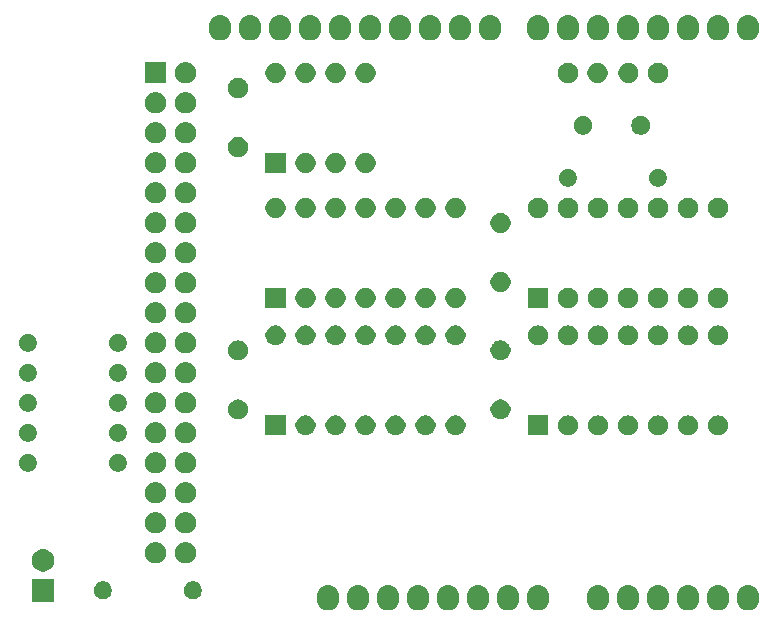
<source format=gbs>
G04 #@! TF.GenerationSoftware,KiCad,Pcbnew,(5.1.6)-1*
G04 #@! TF.CreationDate,2020-08-14T20:33:21+09:00*
G04 #@! TF.ProjectId,fdshield,66647368-6965-46c6-942e-6b696361645f,rev?*
G04 #@! TF.SameCoordinates,Original*
G04 #@! TF.FileFunction,Soldermask,Bot*
G04 #@! TF.FilePolarity,Negative*
%FSLAX46Y46*%
G04 Gerber Fmt 4.6, Leading zero omitted, Abs format (unit mm)*
G04 Created by KiCad (PCBNEW (5.1.6)-1) date 2020-08-14 20:33:21*
%MOMM*%
%LPD*%
G01*
G04 APERTURE LIST*
%ADD10C,0.100000*%
G04 APERTURE END LIST*
D10*
G36*
X164517096Y-122772219D02*
G01*
X164665084Y-122817111D01*
X164689314Y-122824461D01*
X164838947Y-122904442D01*
X164848024Y-122909294D01*
X164987138Y-123023462D01*
X165101306Y-123162575D01*
X165101307Y-123162577D01*
X165186139Y-123321285D01*
X165193489Y-123345515D01*
X165238381Y-123493503D01*
X165251600Y-123627722D01*
X165251600Y-124022277D01*
X165238381Y-124156496D01*
X165193489Y-124304485D01*
X165186139Y-124328715D01*
X165106158Y-124478348D01*
X165101306Y-124487425D01*
X164987138Y-124626538D01*
X164848025Y-124740706D01*
X164848023Y-124740707D01*
X164689315Y-124825539D01*
X164665085Y-124832889D01*
X164517097Y-124877781D01*
X164338000Y-124895420D01*
X164158904Y-124877781D01*
X164010916Y-124832889D01*
X163986686Y-124825539D01*
X163827978Y-124740707D01*
X163827976Y-124740706D01*
X163747115Y-124674345D01*
X163688860Y-124626536D01*
X163574695Y-124487426D01*
X163489861Y-124328715D01*
X163482511Y-124304485D01*
X163437619Y-124156497D01*
X163424400Y-124022278D01*
X163424400Y-123627723D01*
X163437619Y-123493504D01*
X163489860Y-123321290D01*
X163489861Y-123321286D01*
X163574693Y-123162578D01*
X163574694Y-123162576D01*
X163688862Y-123023462D01*
X163827975Y-122909294D01*
X163837052Y-122904442D01*
X163986685Y-122824461D01*
X164010915Y-122817111D01*
X164158903Y-122772219D01*
X164338000Y-122754580D01*
X164517096Y-122772219D01*
G37*
G36*
X154357096Y-122772219D02*
G01*
X154505084Y-122817111D01*
X154529314Y-122824461D01*
X154678947Y-122904442D01*
X154688024Y-122909294D01*
X154827138Y-123023462D01*
X154941306Y-123162575D01*
X154941307Y-123162577D01*
X155026139Y-123321285D01*
X155033489Y-123345515D01*
X155078381Y-123493503D01*
X155091600Y-123627722D01*
X155091600Y-124022277D01*
X155078381Y-124156496D01*
X155033489Y-124304485D01*
X155026139Y-124328715D01*
X154946158Y-124478348D01*
X154941306Y-124487425D01*
X154827138Y-124626538D01*
X154688025Y-124740706D01*
X154688023Y-124740707D01*
X154529315Y-124825539D01*
X154505085Y-124832889D01*
X154357097Y-124877781D01*
X154178000Y-124895420D01*
X153998904Y-124877781D01*
X153850916Y-124832889D01*
X153826686Y-124825539D01*
X153667978Y-124740707D01*
X153667976Y-124740706D01*
X153587115Y-124674345D01*
X153528860Y-124626536D01*
X153414695Y-124487426D01*
X153329861Y-124328715D01*
X153322511Y-124304485D01*
X153277619Y-124156497D01*
X153264400Y-124022278D01*
X153264400Y-123627723D01*
X153277619Y-123493504D01*
X153329860Y-123321290D01*
X153329861Y-123321286D01*
X153414693Y-123162578D01*
X153414694Y-123162576D01*
X153528862Y-123023462D01*
X153667975Y-122909294D01*
X153677052Y-122904442D01*
X153826685Y-122824461D01*
X153850915Y-122817111D01*
X153998903Y-122772219D01*
X154178000Y-122754580D01*
X154357096Y-122772219D01*
G37*
G36*
X174677096Y-122772219D02*
G01*
X174825084Y-122817111D01*
X174849314Y-122824461D01*
X174998947Y-122904442D01*
X175008024Y-122909294D01*
X175147138Y-123023462D01*
X175261306Y-123162575D01*
X175261307Y-123162577D01*
X175346139Y-123321285D01*
X175353489Y-123345515D01*
X175398381Y-123493503D01*
X175411600Y-123627722D01*
X175411600Y-124022277D01*
X175398381Y-124156496D01*
X175353489Y-124304485D01*
X175346139Y-124328715D01*
X175266158Y-124478348D01*
X175261306Y-124487425D01*
X175147138Y-124626538D01*
X175008025Y-124740706D01*
X175008023Y-124740707D01*
X174849315Y-124825539D01*
X174825085Y-124832889D01*
X174677097Y-124877781D01*
X174498000Y-124895420D01*
X174318904Y-124877781D01*
X174170916Y-124832889D01*
X174146686Y-124825539D01*
X173987978Y-124740707D01*
X173987976Y-124740706D01*
X173907115Y-124674345D01*
X173848860Y-124626536D01*
X173734695Y-124487426D01*
X173649861Y-124328715D01*
X173642511Y-124304485D01*
X173597619Y-124156497D01*
X173584400Y-124022278D01*
X173584400Y-123627723D01*
X173597619Y-123493504D01*
X173649860Y-123321290D01*
X173649861Y-123321286D01*
X173734693Y-123162578D01*
X173734694Y-123162576D01*
X173848862Y-123023462D01*
X173987975Y-122909294D01*
X173997052Y-122904442D01*
X174146685Y-122824461D01*
X174170915Y-122817111D01*
X174318903Y-122772219D01*
X174498000Y-122754580D01*
X174677096Y-122772219D01*
G37*
G36*
X172137096Y-122772219D02*
G01*
X172285084Y-122817111D01*
X172309314Y-122824461D01*
X172458947Y-122904442D01*
X172468024Y-122909294D01*
X172607138Y-123023462D01*
X172721306Y-123162575D01*
X172721307Y-123162577D01*
X172806139Y-123321285D01*
X172813489Y-123345515D01*
X172858381Y-123493503D01*
X172871600Y-123627722D01*
X172871600Y-124022277D01*
X172858381Y-124156496D01*
X172813489Y-124304485D01*
X172806139Y-124328715D01*
X172726158Y-124478348D01*
X172721306Y-124487425D01*
X172607138Y-124626538D01*
X172468025Y-124740706D01*
X172468023Y-124740707D01*
X172309315Y-124825539D01*
X172285085Y-124832889D01*
X172137097Y-124877781D01*
X171958000Y-124895420D01*
X171778904Y-124877781D01*
X171630916Y-124832889D01*
X171606686Y-124825539D01*
X171447978Y-124740707D01*
X171447976Y-124740706D01*
X171367115Y-124674345D01*
X171308860Y-124626536D01*
X171194695Y-124487426D01*
X171109861Y-124328715D01*
X171102511Y-124304485D01*
X171057619Y-124156497D01*
X171044400Y-124022278D01*
X171044400Y-123627723D01*
X171057619Y-123493504D01*
X171109860Y-123321290D01*
X171109861Y-123321286D01*
X171194693Y-123162578D01*
X171194694Y-123162576D01*
X171308862Y-123023462D01*
X171447975Y-122909294D01*
X171457052Y-122904442D01*
X171606685Y-122824461D01*
X171630915Y-122817111D01*
X171778903Y-122772219D01*
X171958000Y-122754580D01*
X172137096Y-122772219D01*
G37*
G36*
X169597096Y-122772219D02*
G01*
X169745084Y-122817111D01*
X169769314Y-122824461D01*
X169918947Y-122904442D01*
X169928024Y-122909294D01*
X170067138Y-123023462D01*
X170181306Y-123162575D01*
X170181307Y-123162577D01*
X170266139Y-123321285D01*
X170273489Y-123345515D01*
X170318381Y-123493503D01*
X170331600Y-123627722D01*
X170331600Y-124022277D01*
X170318381Y-124156496D01*
X170273489Y-124304485D01*
X170266139Y-124328715D01*
X170186158Y-124478348D01*
X170181306Y-124487425D01*
X170067138Y-124626538D01*
X169928025Y-124740706D01*
X169928023Y-124740707D01*
X169769315Y-124825539D01*
X169745085Y-124832889D01*
X169597097Y-124877781D01*
X169418000Y-124895420D01*
X169238904Y-124877781D01*
X169090916Y-124832889D01*
X169066686Y-124825539D01*
X168907978Y-124740707D01*
X168907976Y-124740706D01*
X168827115Y-124674345D01*
X168768860Y-124626536D01*
X168654695Y-124487426D01*
X168569861Y-124328715D01*
X168562511Y-124304485D01*
X168517619Y-124156497D01*
X168504400Y-124022278D01*
X168504400Y-123627723D01*
X168517619Y-123493504D01*
X168569860Y-123321290D01*
X168569861Y-123321286D01*
X168654693Y-123162578D01*
X168654694Y-123162576D01*
X168768862Y-123023462D01*
X168907975Y-122909294D01*
X168917052Y-122904442D01*
X169066685Y-122824461D01*
X169090915Y-122817111D01*
X169238903Y-122772219D01*
X169418000Y-122754580D01*
X169597096Y-122772219D01*
G37*
G36*
X167057096Y-122772219D02*
G01*
X167205084Y-122817111D01*
X167229314Y-122824461D01*
X167378947Y-122904442D01*
X167388024Y-122909294D01*
X167527138Y-123023462D01*
X167641306Y-123162575D01*
X167641307Y-123162577D01*
X167726139Y-123321285D01*
X167733489Y-123345515D01*
X167778381Y-123493503D01*
X167791600Y-123627722D01*
X167791600Y-124022277D01*
X167778381Y-124156496D01*
X167733489Y-124304485D01*
X167726139Y-124328715D01*
X167646158Y-124478348D01*
X167641306Y-124487425D01*
X167527138Y-124626538D01*
X167388025Y-124740706D01*
X167388023Y-124740707D01*
X167229315Y-124825539D01*
X167205085Y-124832889D01*
X167057097Y-124877781D01*
X166878000Y-124895420D01*
X166698904Y-124877781D01*
X166550916Y-124832889D01*
X166526686Y-124825539D01*
X166367978Y-124740707D01*
X166367976Y-124740706D01*
X166287115Y-124674345D01*
X166228860Y-124626536D01*
X166114695Y-124487426D01*
X166029861Y-124328715D01*
X166022511Y-124304485D01*
X165977619Y-124156497D01*
X165964400Y-124022278D01*
X165964400Y-123627723D01*
X165977619Y-123493504D01*
X166029860Y-123321290D01*
X166029861Y-123321286D01*
X166114693Y-123162578D01*
X166114694Y-123162576D01*
X166228862Y-123023462D01*
X166367975Y-122909294D01*
X166377052Y-122904442D01*
X166526685Y-122824461D01*
X166550915Y-122817111D01*
X166698903Y-122772219D01*
X166878000Y-122754580D01*
X167057096Y-122772219D01*
G37*
G36*
X161977096Y-122772219D02*
G01*
X162125084Y-122817111D01*
X162149314Y-122824461D01*
X162298947Y-122904442D01*
X162308024Y-122909294D01*
X162447138Y-123023462D01*
X162561306Y-123162575D01*
X162561307Y-123162577D01*
X162646139Y-123321285D01*
X162653489Y-123345515D01*
X162698381Y-123493503D01*
X162711600Y-123627722D01*
X162711600Y-124022277D01*
X162698381Y-124156496D01*
X162653489Y-124304485D01*
X162646139Y-124328715D01*
X162566158Y-124478348D01*
X162561306Y-124487425D01*
X162447138Y-124626538D01*
X162308025Y-124740706D01*
X162308023Y-124740707D01*
X162149315Y-124825539D01*
X162125085Y-124832889D01*
X161977097Y-124877781D01*
X161798000Y-124895420D01*
X161618904Y-124877781D01*
X161470916Y-124832889D01*
X161446686Y-124825539D01*
X161287978Y-124740707D01*
X161287976Y-124740706D01*
X161207115Y-124674345D01*
X161148860Y-124626536D01*
X161034695Y-124487426D01*
X160949861Y-124328715D01*
X160942511Y-124304485D01*
X160897619Y-124156497D01*
X160884400Y-124022278D01*
X160884400Y-123627723D01*
X160897619Y-123493504D01*
X160949860Y-123321290D01*
X160949861Y-123321286D01*
X161034693Y-123162578D01*
X161034694Y-123162576D01*
X161148862Y-123023462D01*
X161287975Y-122909294D01*
X161297052Y-122904442D01*
X161446685Y-122824461D01*
X161470915Y-122817111D01*
X161618903Y-122772219D01*
X161798000Y-122754580D01*
X161977096Y-122772219D01*
G37*
G36*
X156897096Y-122772219D02*
G01*
X157045084Y-122817111D01*
X157069314Y-122824461D01*
X157218947Y-122904442D01*
X157228024Y-122909294D01*
X157367138Y-123023462D01*
X157481306Y-123162575D01*
X157481307Y-123162577D01*
X157566139Y-123321285D01*
X157573489Y-123345515D01*
X157618381Y-123493503D01*
X157631600Y-123627722D01*
X157631600Y-124022277D01*
X157618381Y-124156496D01*
X157573489Y-124304485D01*
X157566139Y-124328715D01*
X157486158Y-124478348D01*
X157481306Y-124487425D01*
X157367138Y-124626538D01*
X157228025Y-124740706D01*
X157228023Y-124740707D01*
X157069315Y-124825539D01*
X157045085Y-124832889D01*
X156897097Y-124877781D01*
X156718000Y-124895420D01*
X156538904Y-124877781D01*
X156390916Y-124832889D01*
X156366686Y-124825539D01*
X156207978Y-124740707D01*
X156207976Y-124740706D01*
X156127115Y-124674345D01*
X156068860Y-124626536D01*
X155954695Y-124487426D01*
X155869861Y-124328715D01*
X155862511Y-124304485D01*
X155817619Y-124156497D01*
X155804400Y-124022278D01*
X155804400Y-123627723D01*
X155817619Y-123493504D01*
X155869860Y-123321290D01*
X155869861Y-123321286D01*
X155954693Y-123162578D01*
X155954694Y-123162576D01*
X156068862Y-123023462D01*
X156207975Y-122909294D01*
X156217052Y-122904442D01*
X156366685Y-122824461D01*
X156390915Y-122817111D01*
X156538903Y-122772219D01*
X156718000Y-122754580D01*
X156897096Y-122772219D01*
G37*
G36*
X151817096Y-122772219D02*
G01*
X151965084Y-122817111D01*
X151989314Y-122824461D01*
X152138947Y-122904442D01*
X152148024Y-122909294D01*
X152287138Y-123023462D01*
X152401306Y-123162575D01*
X152401307Y-123162577D01*
X152486139Y-123321285D01*
X152493489Y-123345515D01*
X152538381Y-123493503D01*
X152551600Y-123627722D01*
X152551600Y-124022277D01*
X152538381Y-124156496D01*
X152493489Y-124304485D01*
X152486139Y-124328715D01*
X152406158Y-124478348D01*
X152401306Y-124487425D01*
X152287138Y-124626538D01*
X152148025Y-124740706D01*
X152148023Y-124740707D01*
X151989315Y-124825539D01*
X151965085Y-124832889D01*
X151817097Y-124877781D01*
X151638000Y-124895420D01*
X151458904Y-124877781D01*
X151310916Y-124832889D01*
X151286686Y-124825539D01*
X151127978Y-124740707D01*
X151127976Y-124740706D01*
X151047115Y-124674345D01*
X150988860Y-124626536D01*
X150874695Y-124487426D01*
X150789861Y-124328715D01*
X150782511Y-124304485D01*
X150737619Y-124156497D01*
X150724400Y-124022278D01*
X150724400Y-123627723D01*
X150737619Y-123493504D01*
X150789860Y-123321290D01*
X150789861Y-123321286D01*
X150874693Y-123162578D01*
X150874694Y-123162576D01*
X150988862Y-123023462D01*
X151127975Y-122909294D01*
X151137052Y-122904442D01*
X151286685Y-122824461D01*
X151310915Y-122817111D01*
X151458903Y-122772219D01*
X151638000Y-122754580D01*
X151817096Y-122772219D01*
G37*
G36*
X149277096Y-122772219D02*
G01*
X149425084Y-122817111D01*
X149449314Y-122824461D01*
X149598947Y-122904442D01*
X149608024Y-122909294D01*
X149747138Y-123023462D01*
X149861306Y-123162575D01*
X149861307Y-123162577D01*
X149946139Y-123321285D01*
X149953489Y-123345515D01*
X149998381Y-123493503D01*
X150011600Y-123627722D01*
X150011600Y-124022277D01*
X149998381Y-124156496D01*
X149953489Y-124304485D01*
X149946139Y-124328715D01*
X149866158Y-124478348D01*
X149861306Y-124487425D01*
X149747138Y-124626538D01*
X149608025Y-124740706D01*
X149608023Y-124740707D01*
X149449315Y-124825539D01*
X149425085Y-124832889D01*
X149277097Y-124877781D01*
X149098000Y-124895420D01*
X148918904Y-124877781D01*
X148770916Y-124832889D01*
X148746686Y-124825539D01*
X148587978Y-124740707D01*
X148587976Y-124740706D01*
X148507115Y-124674345D01*
X148448860Y-124626536D01*
X148334695Y-124487426D01*
X148249861Y-124328715D01*
X148242511Y-124304485D01*
X148197619Y-124156497D01*
X148184400Y-124022278D01*
X148184400Y-123627723D01*
X148197619Y-123493504D01*
X148249860Y-123321290D01*
X148249861Y-123321286D01*
X148334693Y-123162578D01*
X148334694Y-123162576D01*
X148448862Y-123023462D01*
X148587975Y-122909294D01*
X148597052Y-122904442D01*
X148746685Y-122824461D01*
X148770915Y-122817111D01*
X148918903Y-122772219D01*
X149098000Y-122754580D01*
X149277096Y-122772219D01*
G37*
G36*
X146737096Y-122772219D02*
G01*
X146885084Y-122817111D01*
X146909314Y-122824461D01*
X147058947Y-122904442D01*
X147068024Y-122909294D01*
X147207138Y-123023462D01*
X147321306Y-123162575D01*
X147321307Y-123162577D01*
X147406139Y-123321285D01*
X147413489Y-123345515D01*
X147458381Y-123493503D01*
X147471600Y-123627722D01*
X147471600Y-124022277D01*
X147458381Y-124156496D01*
X147413489Y-124304485D01*
X147406139Y-124328715D01*
X147326158Y-124478348D01*
X147321306Y-124487425D01*
X147207138Y-124626538D01*
X147068025Y-124740706D01*
X147068023Y-124740707D01*
X146909315Y-124825539D01*
X146885085Y-124832889D01*
X146737097Y-124877781D01*
X146558000Y-124895420D01*
X146378904Y-124877781D01*
X146230916Y-124832889D01*
X146206686Y-124825539D01*
X146047978Y-124740707D01*
X146047976Y-124740706D01*
X145967115Y-124674345D01*
X145908860Y-124626536D01*
X145794695Y-124487426D01*
X145709861Y-124328715D01*
X145702511Y-124304485D01*
X145657619Y-124156497D01*
X145644400Y-124022278D01*
X145644400Y-123627723D01*
X145657619Y-123493504D01*
X145709860Y-123321290D01*
X145709861Y-123321286D01*
X145794693Y-123162578D01*
X145794694Y-123162576D01*
X145908862Y-123023462D01*
X146047975Y-122909294D01*
X146057052Y-122904442D01*
X146206685Y-122824461D01*
X146230915Y-122817111D01*
X146378903Y-122772219D01*
X146558000Y-122754580D01*
X146737096Y-122772219D01*
G37*
G36*
X144197096Y-122772219D02*
G01*
X144345084Y-122817111D01*
X144369314Y-122824461D01*
X144518947Y-122904442D01*
X144528024Y-122909294D01*
X144667138Y-123023462D01*
X144781306Y-123162575D01*
X144781307Y-123162577D01*
X144866139Y-123321285D01*
X144873489Y-123345515D01*
X144918381Y-123493503D01*
X144931600Y-123627722D01*
X144931600Y-124022277D01*
X144918381Y-124156496D01*
X144873489Y-124304485D01*
X144866139Y-124328715D01*
X144786158Y-124478348D01*
X144781306Y-124487425D01*
X144667138Y-124626538D01*
X144528025Y-124740706D01*
X144528023Y-124740707D01*
X144369315Y-124825539D01*
X144345085Y-124832889D01*
X144197097Y-124877781D01*
X144018000Y-124895420D01*
X143838904Y-124877781D01*
X143690916Y-124832889D01*
X143666686Y-124825539D01*
X143507978Y-124740707D01*
X143507976Y-124740706D01*
X143427115Y-124674345D01*
X143368860Y-124626536D01*
X143254695Y-124487426D01*
X143169861Y-124328715D01*
X143162511Y-124304485D01*
X143117619Y-124156497D01*
X143104400Y-124022278D01*
X143104400Y-123627723D01*
X143117619Y-123493504D01*
X143169860Y-123321290D01*
X143169861Y-123321286D01*
X143254693Y-123162578D01*
X143254694Y-123162576D01*
X143368862Y-123023462D01*
X143507975Y-122909294D01*
X143517052Y-122904442D01*
X143666685Y-122824461D01*
X143690915Y-122817111D01*
X143838903Y-122772219D01*
X144018000Y-122754580D01*
X144197096Y-122772219D01*
G37*
G36*
X141657096Y-122772219D02*
G01*
X141805084Y-122817111D01*
X141829314Y-122824461D01*
X141978947Y-122904442D01*
X141988024Y-122909294D01*
X142127138Y-123023462D01*
X142241306Y-123162575D01*
X142241307Y-123162577D01*
X142326139Y-123321285D01*
X142333489Y-123345515D01*
X142378381Y-123493503D01*
X142391600Y-123627722D01*
X142391600Y-124022277D01*
X142378381Y-124156496D01*
X142333489Y-124304485D01*
X142326139Y-124328715D01*
X142246158Y-124478348D01*
X142241306Y-124487425D01*
X142127138Y-124626538D01*
X141988025Y-124740706D01*
X141988023Y-124740707D01*
X141829315Y-124825539D01*
X141805085Y-124832889D01*
X141657097Y-124877781D01*
X141478000Y-124895420D01*
X141298904Y-124877781D01*
X141150916Y-124832889D01*
X141126686Y-124825539D01*
X140967978Y-124740707D01*
X140967976Y-124740706D01*
X140887115Y-124674345D01*
X140828860Y-124626536D01*
X140714695Y-124487426D01*
X140629861Y-124328715D01*
X140622511Y-124304485D01*
X140577619Y-124156497D01*
X140564400Y-124022278D01*
X140564400Y-123627723D01*
X140577619Y-123493504D01*
X140629860Y-123321290D01*
X140629861Y-123321286D01*
X140714693Y-123162578D01*
X140714694Y-123162576D01*
X140828862Y-123023462D01*
X140967975Y-122909294D01*
X140977052Y-122904442D01*
X141126685Y-122824461D01*
X141150915Y-122817111D01*
X141298903Y-122772219D01*
X141478000Y-122754580D01*
X141657096Y-122772219D01*
G37*
G36*
X139117096Y-122772219D02*
G01*
X139265084Y-122817111D01*
X139289314Y-122824461D01*
X139438947Y-122904442D01*
X139448024Y-122909294D01*
X139587138Y-123023462D01*
X139701306Y-123162575D01*
X139701307Y-123162577D01*
X139786139Y-123321285D01*
X139793489Y-123345515D01*
X139838381Y-123493503D01*
X139851600Y-123627722D01*
X139851600Y-124022277D01*
X139838381Y-124156496D01*
X139793489Y-124304485D01*
X139786139Y-124328715D01*
X139706158Y-124478348D01*
X139701306Y-124487425D01*
X139587138Y-124626538D01*
X139448025Y-124740706D01*
X139448023Y-124740707D01*
X139289315Y-124825539D01*
X139265085Y-124832889D01*
X139117097Y-124877781D01*
X138938000Y-124895420D01*
X138758904Y-124877781D01*
X138610916Y-124832889D01*
X138586686Y-124825539D01*
X138427978Y-124740707D01*
X138427976Y-124740706D01*
X138347115Y-124674345D01*
X138288860Y-124626536D01*
X138174695Y-124487426D01*
X138089861Y-124328715D01*
X138082511Y-124304485D01*
X138037619Y-124156497D01*
X138024400Y-124022278D01*
X138024400Y-123627723D01*
X138037619Y-123493504D01*
X138089860Y-123321290D01*
X138089861Y-123321286D01*
X138174693Y-123162578D01*
X138174694Y-123162576D01*
X138288862Y-123023462D01*
X138427975Y-122909294D01*
X138437052Y-122904442D01*
X138586685Y-122824461D01*
X138610915Y-122817111D01*
X138758903Y-122772219D01*
X138938000Y-122754580D01*
X139117096Y-122772219D01*
G37*
G36*
X115758000Y-124140000D02*
G01*
X113858000Y-124140000D01*
X113858000Y-122240000D01*
X115758000Y-122240000D01*
X115758000Y-124140000D01*
G37*
G36*
X120106767Y-122468822D02*
G01*
X120243258Y-122525359D01*
X120366097Y-122607437D01*
X120470563Y-122711903D01*
X120552641Y-122834742D01*
X120609178Y-122971233D01*
X120638000Y-123116131D01*
X120638000Y-123263869D01*
X120609178Y-123408767D01*
X120552641Y-123545258D01*
X120470563Y-123668097D01*
X120366097Y-123772563D01*
X120243258Y-123854641D01*
X120106767Y-123911178D01*
X119961869Y-123940000D01*
X119814131Y-123940000D01*
X119669233Y-123911178D01*
X119532742Y-123854641D01*
X119409903Y-123772563D01*
X119305437Y-123668097D01*
X119223359Y-123545258D01*
X119166822Y-123408767D01*
X119138000Y-123263869D01*
X119138000Y-123116131D01*
X119166822Y-122971233D01*
X119223359Y-122834742D01*
X119305437Y-122711903D01*
X119409903Y-122607437D01*
X119532742Y-122525359D01*
X119669233Y-122468822D01*
X119814131Y-122440000D01*
X119961869Y-122440000D01*
X120106767Y-122468822D01*
G37*
G36*
X127726767Y-122468822D02*
G01*
X127863258Y-122525359D01*
X127986097Y-122607437D01*
X128090563Y-122711903D01*
X128172641Y-122834742D01*
X128229178Y-122971233D01*
X128258000Y-123116131D01*
X128258000Y-123263869D01*
X128229178Y-123408767D01*
X128172641Y-123545258D01*
X128090563Y-123668097D01*
X127986097Y-123772563D01*
X127863258Y-123854641D01*
X127726767Y-123911178D01*
X127581869Y-123940000D01*
X127434131Y-123940000D01*
X127289233Y-123911178D01*
X127152742Y-123854641D01*
X127029903Y-123772563D01*
X126925437Y-123668097D01*
X126843359Y-123545258D01*
X126786822Y-123408767D01*
X126758000Y-123263869D01*
X126758000Y-123116131D01*
X126786822Y-122971233D01*
X126843359Y-122834742D01*
X126925437Y-122711903D01*
X127029903Y-122607437D01*
X127152742Y-122525359D01*
X127289233Y-122468822D01*
X127434131Y-122440000D01*
X127581869Y-122440000D01*
X127726767Y-122468822D01*
G37*
G36*
X115023926Y-119724339D02*
G01*
X115085106Y-119736508D01*
X115257993Y-119808120D01*
X115413591Y-119912088D01*
X115545912Y-120044409D01*
X115649880Y-120200007D01*
X115721492Y-120372894D01*
X115758000Y-120556435D01*
X115758000Y-120743565D01*
X115721492Y-120927106D01*
X115649880Y-121099993D01*
X115545912Y-121255591D01*
X115413591Y-121387912D01*
X115257993Y-121491880D01*
X115085106Y-121563492D01*
X115023926Y-121575661D01*
X114901567Y-121600000D01*
X114714433Y-121600000D01*
X114592074Y-121575661D01*
X114530894Y-121563492D01*
X114358007Y-121491880D01*
X114202409Y-121387912D01*
X114070088Y-121255591D01*
X113966120Y-121099993D01*
X113894508Y-120927106D01*
X113858000Y-120743565D01*
X113858000Y-120556435D01*
X113894508Y-120372894D01*
X113966120Y-120200007D01*
X114070088Y-120044409D01*
X114202409Y-119912088D01*
X114358007Y-119808120D01*
X114530894Y-119736508D01*
X114592074Y-119724339D01*
X114714433Y-119700000D01*
X114901567Y-119700000D01*
X115023926Y-119724339D01*
G37*
G36*
X127135520Y-119149586D02*
G01*
X127299310Y-119217430D01*
X127446717Y-119315924D01*
X127572076Y-119441283D01*
X127670570Y-119588690D01*
X127738414Y-119752480D01*
X127773000Y-119926358D01*
X127773000Y-120103642D01*
X127738414Y-120277520D01*
X127670570Y-120441310D01*
X127572076Y-120588717D01*
X127446717Y-120714076D01*
X127299310Y-120812570D01*
X127135520Y-120880414D01*
X126961642Y-120915000D01*
X126784358Y-120915000D01*
X126610480Y-120880414D01*
X126446690Y-120812570D01*
X126299283Y-120714076D01*
X126173924Y-120588717D01*
X126075430Y-120441310D01*
X126007586Y-120277520D01*
X125973000Y-120103642D01*
X125973000Y-119926358D01*
X126007586Y-119752480D01*
X126075430Y-119588690D01*
X126173924Y-119441283D01*
X126299283Y-119315924D01*
X126446690Y-119217430D01*
X126610480Y-119149586D01*
X126784358Y-119115000D01*
X126961642Y-119115000D01*
X127135520Y-119149586D01*
G37*
G36*
X124595520Y-119149586D02*
G01*
X124759310Y-119217430D01*
X124906717Y-119315924D01*
X125032076Y-119441283D01*
X125130570Y-119588690D01*
X125198414Y-119752480D01*
X125233000Y-119926358D01*
X125233000Y-120103642D01*
X125198414Y-120277520D01*
X125130570Y-120441310D01*
X125032076Y-120588717D01*
X124906717Y-120714076D01*
X124759310Y-120812570D01*
X124595520Y-120880414D01*
X124421642Y-120915000D01*
X124244358Y-120915000D01*
X124070480Y-120880414D01*
X123906690Y-120812570D01*
X123759283Y-120714076D01*
X123633924Y-120588717D01*
X123535430Y-120441310D01*
X123467586Y-120277520D01*
X123433000Y-120103642D01*
X123433000Y-119926358D01*
X123467586Y-119752480D01*
X123535430Y-119588690D01*
X123633924Y-119441283D01*
X123759283Y-119315924D01*
X123906690Y-119217430D01*
X124070480Y-119149586D01*
X124244358Y-119115000D01*
X124421642Y-119115000D01*
X124595520Y-119149586D01*
G37*
G36*
X124595520Y-116609586D02*
G01*
X124759310Y-116677430D01*
X124906717Y-116775924D01*
X125032076Y-116901283D01*
X125130570Y-117048690D01*
X125198414Y-117212480D01*
X125233000Y-117386358D01*
X125233000Y-117563642D01*
X125198414Y-117737520D01*
X125130570Y-117901310D01*
X125032076Y-118048717D01*
X124906717Y-118174076D01*
X124759310Y-118272570D01*
X124595520Y-118340414D01*
X124421642Y-118375000D01*
X124244358Y-118375000D01*
X124070480Y-118340414D01*
X123906690Y-118272570D01*
X123759283Y-118174076D01*
X123633924Y-118048717D01*
X123535430Y-117901310D01*
X123467586Y-117737520D01*
X123433000Y-117563642D01*
X123433000Y-117386358D01*
X123467586Y-117212480D01*
X123535430Y-117048690D01*
X123633924Y-116901283D01*
X123759283Y-116775924D01*
X123906690Y-116677430D01*
X124070480Y-116609586D01*
X124244358Y-116575000D01*
X124421642Y-116575000D01*
X124595520Y-116609586D01*
G37*
G36*
X127135520Y-116609586D02*
G01*
X127299310Y-116677430D01*
X127446717Y-116775924D01*
X127572076Y-116901283D01*
X127670570Y-117048690D01*
X127738414Y-117212480D01*
X127773000Y-117386358D01*
X127773000Y-117563642D01*
X127738414Y-117737520D01*
X127670570Y-117901310D01*
X127572076Y-118048717D01*
X127446717Y-118174076D01*
X127299310Y-118272570D01*
X127135520Y-118340414D01*
X126961642Y-118375000D01*
X126784358Y-118375000D01*
X126610480Y-118340414D01*
X126446690Y-118272570D01*
X126299283Y-118174076D01*
X126173924Y-118048717D01*
X126075430Y-117901310D01*
X126007586Y-117737520D01*
X125973000Y-117563642D01*
X125973000Y-117386358D01*
X126007586Y-117212480D01*
X126075430Y-117048690D01*
X126173924Y-116901283D01*
X126299283Y-116775924D01*
X126446690Y-116677430D01*
X126610480Y-116609586D01*
X126784358Y-116575000D01*
X126961642Y-116575000D01*
X127135520Y-116609586D01*
G37*
G36*
X127135520Y-114069586D02*
G01*
X127299310Y-114137430D01*
X127446717Y-114235924D01*
X127572076Y-114361283D01*
X127670570Y-114508690D01*
X127738414Y-114672480D01*
X127773000Y-114846358D01*
X127773000Y-115023642D01*
X127738414Y-115197520D01*
X127670570Y-115361310D01*
X127572076Y-115508717D01*
X127446717Y-115634076D01*
X127299310Y-115732570D01*
X127135520Y-115800414D01*
X126961642Y-115835000D01*
X126784358Y-115835000D01*
X126610480Y-115800414D01*
X126446690Y-115732570D01*
X126299283Y-115634076D01*
X126173924Y-115508717D01*
X126075430Y-115361310D01*
X126007586Y-115197520D01*
X125973000Y-115023642D01*
X125973000Y-114846358D01*
X126007586Y-114672480D01*
X126075430Y-114508690D01*
X126173924Y-114361283D01*
X126299283Y-114235924D01*
X126446690Y-114137430D01*
X126610480Y-114069586D01*
X126784358Y-114035000D01*
X126961642Y-114035000D01*
X127135520Y-114069586D01*
G37*
G36*
X124595520Y-114069586D02*
G01*
X124759310Y-114137430D01*
X124906717Y-114235924D01*
X125032076Y-114361283D01*
X125130570Y-114508690D01*
X125198414Y-114672480D01*
X125233000Y-114846358D01*
X125233000Y-115023642D01*
X125198414Y-115197520D01*
X125130570Y-115361310D01*
X125032076Y-115508717D01*
X124906717Y-115634076D01*
X124759310Y-115732570D01*
X124595520Y-115800414D01*
X124421642Y-115835000D01*
X124244358Y-115835000D01*
X124070480Y-115800414D01*
X123906690Y-115732570D01*
X123759283Y-115634076D01*
X123633924Y-115508717D01*
X123535430Y-115361310D01*
X123467586Y-115197520D01*
X123433000Y-115023642D01*
X123433000Y-114846358D01*
X123467586Y-114672480D01*
X123535430Y-114508690D01*
X123633924Y-114361283D01*
X123759283Y-114235924D01*
X123906690Y-114137430D01*
X124070480Y-114069586D01*
X124244358Y-114035000D01*
X124421642Y-114035000D01*
X124595520Y-114069586D01*
G37*
G36*
X124595520Y-111529586D02*
G01*
X124759310Y-111597430D01*
X124906717Y-111695924D01*
X125032076Y-111821283D01*
X125130570Y-111968690D01*
X125198414Y-112132480D01*
X125233000Y-112306358D01*
X125233000Y-112483642D01*
X125198414Y-112657520D01*
X125130570Y-112821310D01*
X125032076Y-112968717D01*
X124906717Y-113094076D01*
X124759310Y-113192570D01*
X124595520Y-113260414D01*
X124421642Y-113295000D01*
X124244358Y-113295000D01*
X124070480Y-113260414D01*
X123906690Y-113192570D01*
X123759283Y-113094076D01*
X123633924Y-112968717D01*
X123535430Y-112821310D01*
X123467586Y-112657520D01*
X123433000Y-112483642D01*
X123433000Y-112306358D01*
X123467586Y-112132480D01*
X123535430Y-111968690D01*
X123633924Y-111821283D01*
X123759283Y-111695924D01*
X123906690Y-111597430D01*
X124070480Y-111529586D01*
X124244358Y-111495000D01*
X124421642Y-111495000D01*
X124595520Y-111529586D01*
G37*
G36*
X127135520Y-111529586D02*
G01*
X127299310Y-111597430D01*
X127446717Y-111695924D01*
X127572076Y-111821283D01*
X127670570Y-111968690D01*
X127738414Y-112132480D01*
X127773000Y-112306358D01*
X127773000Y-112483642D01*
X127738414Y-112657520D01*
X127670570Y-112821310D01*
X127572076Y-112968717D01*
X127446717Y-113094076D01*
X127299310Y-113192570D01*
X127135520Y-113260414D01*
X126961642Y-113295000D01*
X126784358Y-113295000D01*
X126610480Y-113260414D01*
X126446690Y-113192570D01*
X126299283Y-113094076D01*
X126173924Y-112968717D01*
X126075430Y-112821310D01*
X126007586Y-112657520D01*
X125973000Y-112483642D01*
X125973000Y-112306358D01*
X126007586Y-112132480D01*
X126075430Y-111968690D01*
X126173924Y-111821283D01*
X126299283Y-111695924D01*
X126446690Y-111597430D01*
X126610480Y-111529586D01*
X126784358Y-111495000D01*
X126961642Y-111495000D01*
X127135520Y-111529586D01*
G37*
G36*
X121376767Y-111673822D02*
G01*
X121513258Y-111730359D01*
X121636097Y-111812437D01*
X121740563Y-111916903D01*
X121822641Y-112039742D01*
X121879178Y-112176233D01*
X121908000Y-112321131D01*
X121908000Y-112468869D01*
X121879178Y-112613767D01*
X121822641Y-112750258D01*
X121740563Y-112873097D01*
X121636097Y-112977563D01*
X121513258Y-113059641D01*
X121376767Y-113116178D01*
X121231869Y-113145000D01*
X121084131Y-113145000D01*
X120939233Y-113116178D01*
X120802742Y-113059641D01*
X120679903Y-112977563D01*
X120575437Y-112873097D01*
X120493359Y-112750258D01*
X120436822Y-112613767D01*
X120408000Y-112468869D01*
X120408000Y-112321131D01*
X120436822Y-112176233D01*
X120493359Y-112039742D01*
X120575437Y-111916903D01*
X120679903Y-111812437D01*
X120802742Y-111730359D01*
X120939233Y-111673822D01*
X121084131Y-111645000D01*
X121231869Y-111645000D01*
X121376767Y-111673822D01*
G37*
G36*
X113756767Y-111673822D02*
G01*
X113893258Y-111730359D01*
X114016097Y-111812437D01*
X114120563Y-111916903D01*
X114202641Y-112039742D01*
X114259178Y-112176233D01*
X114288000Y-112321131D01*
X114288000Y-112468869D01*
X114259178Y-112613767D01*
X114202641Y-112750258D01*
X114120563Y-112873097D01*
X114016097Y-112977563D01*
X113893258Y-113059641D01*
X113756767Y-113116178D01*
X113611869Y-113145000D01*
X113464131Y-113145000D01*
X113319233Y-113116178D01*
X113182742Y-113059641D01*
X113059903Y-112977563D01*
X112955437Y-112873097D01*
X112873359Y-112750258D01*
X112816822Y-112613767D01*
X112788000Y-112468869D01*
X112788000Y-112321131D01*
X112816822Y-112176233D01*
X112873359Y-112039742D01*
X112955437Y-111916903D01*
X113059903Y-111812437D01*
X113182742Y-111730359D01*
X113319233Y-111673822D01*
X113464131Y-111645000D01*
X113611869Y-111645000D01*
X113756767Y-111673822D01*
G37*
G36*
X127135520Y-108989586D02*
G01*
X127299310Y-109057430D01*
X127446717Y-109155924D01*
X127572076Y-109281283D01*
X127670570Y-109428690D01*
X127738414Y-109592480D01*
X127773000Y-109766358D01*
X127773000Y-109943642D01*
X127738414Y-110117520D01*
X127670570Y-110281310D01*
X127572076Y-110428717D01*
X127446717Y-110554076D01*
X127299310Y-110652570D01*
X127135520Y-110720414D01*
X126961642Y-110755000D01*
X126784358Y-110755000D01*
X126610480Y-110720414D01*
X126446690Y-110652570D01*
X126299283Y-110554076D01*
X126173924Y-110428717D01*
X126075430Y-110281310D01*
X126007586Y-110117520D01*
X125973000Y-109943642D01*
X125973000Y-109766358D01*
X126007586Y-109592480D01*
X126075430Y-109428690D01*
X126173924Y-109281283D01*
X126299283Y-109155924D01*
X126446690Y-109057430D01*
X126610480Y-108989586D01*
X126784358Y-108955000D01*
X126961642Y-108955000D01*
X127135520Y-108989586D01*
G37*
G36*
X124595520Y-108989586D02*
G01*
X124759310Y-109057430D01*
X124906717Y-109155924D01*
X125032076Y-109281283D01*
X125130570Y-109428690D01*
X125198414Y-109592480D01*
X125233000Y-109766358D01*
X125233000Y-109943642D01*
X125198414Y-110117520D01*
X125130570Y-110281310D01*
X125032076Y-110428717D01*
X124906717Y-110554076D01*
X124759310Y-110652570D01*
X124595520Y-110720414D01*
X124421642Y-110755000D01*
X124244358Y-110755000D01*
X124070480Y-110720414D01*
X123906690Y-110652570D01*
X123759283Y-110554076D01*
X123633924Y-110428717D01*
X123535430Y-110281310D01*
X123467586Y-110117520D01*
X123433000Y-109943642D01*
X123433000Y-109766358D01*
X123467586Y-109592480D01*
X123535430Y-109428690D01*
X123633924Y-109281283D01*
X123759283Y-109155924D01*
X123906690Y-109057430D01*
X124070480Y-108989586D01*
X124244358Y-108955000D01*
X124421642Y-108955000D01*
X124595520Y-108989586D01*
G37*
G36*
X113756767Y-109133822D02*
G01*
X113893258Y-109190359D01*
X114016097Y-109272437D01*
X114120563Y-109376903D01*
X114202641Y-109499742D01*
X114259178Y-109636233D01*
X114288000Y-109781131D01*
X114288000Y-109928869D01*
X114259178Y-110073767D01*
X114202641Y-110210258D01*
X114120563Y-110333097D01*
X114016097Y-110437563D01*
X113893258Y-110519641D01*
X113756767Y-110576178D01*
X113611869Y-110605000D01*
X113464131Y-110605000D01*
X113319233Y-110576178D01*
X113182742Y-110519641D01*
X113059903Y-110437563D01*
X112955437Y-110333097D01*
X112873359Y-110210258D01*
X112816822Y-110073767D01*
X112788000Y-109928869D01*
X112788000Y-109781131D01*
X112816822Y-109636233D01*
X112873359Y-109499742D01*
X112955437Y-109376903D01*
X113059903Y-109272437D01*
X113182742Y-109190359D01*
X113319233Y-109133822D01*
X113464131Y-109105000D01*
X113611869Y-109105000D01*
X113756767Y-109133822D01*
G37*
G36*
X121376767Y-109133822D02*
G01*
X121513258Y-109190359D01*
X121636097Y-109272437D01*
X121740563Y-109376903D01*
X121822641Y-109499742D01*
X121879178Y-109636233D01*
X121908000Y-109781131D01*
X121908000Y-109928869D01*
X121879178Y-110073767D01*
X121822641Y-110210258D01*
X121740563Y-110333097D01*
X121636097Y-110437563D01*
X121513258Y-110519641D01*
X121376767Y-110576178D01*
X121231869Y-110605000D01*
X121084131Y-110605000D01*
X120939233Y-110576178D01*
X120802742Y-110519641D01*
X120679903Y-110437563D01*
X120575437Y-110333097D01*
X120493359Y-110210258D01*
X120436822Y-110073767D01*
X120408000Y-109928869D01*
X120408000Y-109781131D01*
X120436822Y-109636233D01*
X120493359Y-109499742D01*
X120575437Y-109376903D01*
X120679903Y-109272437D01*
X120802742Y-109190359D01*
X120939233Y-109133822D01*
X121084131Y-109105000D01*
X121231869Y-109105000D01*
X121376767Y-109133822D01*
G37*
G36*
X142306197Y-108391777D02*
G01*
X142360937Y-108402665D01*
X142515626Y-108466739D01*
X142654845Y-108559763D01*
X142773237Y-108678155D01*
X142866261Y-108817374D01*
X142923267Y-108955000D01*
X142930335Y-108972064D01*
X142963000Y-109136282D01*
X142963000Y-109303718D01*
X142941223Y-109413197D01*
X142930335Y-109467937D01*
X142866261Y-109622626D01*
X142773237Y-109761845D01*
X142654845Y-109880237D01*
X142515626Y-109973261D01*
X142360937Y-110037335D01*
X142306197Y-110048223D01*
X142196718Y-110070000D01*
X142029282Y-110070000D01*
X141919803Y-110048223D01*
X141865063Y-110037335D01*
X141710374Y-109973261D01*
X141571155Y-109880237D01*
X141452763Y-109761845D01*
X141359739Y-109622626D01*
X141295665Y-109467937D01*
X141284777Y-109413197D01*
X141263000Y-109303718D01*
X141263000Y-109136282D01*
X141295665Y-108972064D01*
X141302733Y-108955000D01*
X141359739Y-108817374D01*
X141452763Y-108678155D01*
X141571155Y-108559763D01*
X141710374Y-108466739D01*
X141865063Y-108402665D01*
X141919803Y-108391777D01*
X142029282Y-108370000D01*
X142196718Y-108370000D01*
X142306197Y-108391777D01*
G37*
G36*
X135343000Y-110070000D02*
G01*
X133643000Y-110070000D01*
X133643000Y-108370000D01*
X135343000Y-108370000D01*
X135343000Y-110070000D01*
G37*
G36*
X137226197Y-108391777D02*
G01*
X137280937Y-108402665D01*
X137435626Y-108466739D01*
X137574845Y-108559763D01*
X137693237Y-108678155D01*
X137786261Y-108817374D01*
X137843267Y-108955000D01*
X137850335Y-108972064D01*
X137883000Y-109136282D01*
X137883000Y-109303718D01*
X137861223Y-109413197D01*
X137850335Y-109467937D01*
X137786261Y-109622626D01*
X137693237Y-109761845D01*
X137574845Y-109880237D01*
X137435626Y-109973261D01*
X137280937Y-110037335D01*
X137226197Y-110048223D01*
X137116718Y-110070000D01*
X136949282Y-110070000D01*
X136839803Y-110048223D01*
X136785063Y-110037335D01*
X136630374Y-109973261D01*
X136491155Y-109880237D01*
X136372763Y-109761845D01*
X136279739Y-109622626D01*
X136215665Y-109467937D01*
X136204777Y-109413197D01*
X136183000Y-109303718D01*
X136183000Y-109136282D01*
X136215665Y-108972064D01*
X136222733Y-108955000D01*
X136279739Y-108817374D01*
X136372763Y-108678155D01*
X136491155Y-108559763D01*
X136630374Y-108466739D01*
X136785063Y-108402665D01*
X136839803Y-108391777D01*
X136949282Y-108370000D01*
X137116718Y-108370000D01*
X137226197Y-108391777D01*
G37*
G36*
X139766197Y-108391777D02*
G01*
X139820937Y-108402665D01*
X139975626Y-108466739D01*
X140114845Y-108559763D01*
X140233237Y-108678155D01*
X140326261Y-108817374D01*
X140383267Y-108955000D01*
X140390335Y-108972064D01*
X140423000Y-109136282D01*
X140423000Y-109303718D01*
X140401223Y-109413197D01*
X140390335Y-109467937D01*
X140326261Y-109622626D01*
X140233237Y-109761845D01*
X140114845Y-109880237D01*
X139975626Y-109973261D01*
X139820937Y-110037335D01*
X139766197Y-110048223D01*
X139656718Y-110070000D01*
X139489282Y-110070000D01*
X139379803Y-110048223D01*
X139325063Y-110037335D01*
X139170374Y-109973261D01*
X139031155Y-109880237D01*
X138912763Y-109761845D01*
X138819739Y-109622626D01*
X138755665Y-109467937D01*
X138744777Y-109413197D01*
X138723000Y-109303718D01*
X138723000Y-109136282D01*
X138755665Y-108972064D01*
X138762733Y-108955000D01*
X138819739Y-108817374D01*
X138912763Y-108678155D01*
X139031155Y-108559763D01*
X139170374Y-108466739D01*
X139325063Y-108402665D01*
X139379803Y-108391777D01*
X139489282Y-108370000D01*
X139656718Y-108370000D01*
X139766197Y-108391777D01*
G37*
G36*
X169611197Y-108391777D02*
G01*
X169665937Y-108402665D01*
X169820626Y-108466739D01*
X169959845Y-108559763D01*
X170078237Y-108678155D01*
X170171261Y-108817374D01*
X170228267Y-108955000D01*
X170235335Y-108972064D01*
X170268000Y-109136282D01*
X170268000Y-109303718D01*
X170246223Y-109413197D01*
X170235335Y-109467937D01*
X170171261Y-109622626D01*
X170078237Y-109761845D01*
X169959845Y-109880237D01*
X169820626Y-109973261D01*
X169665937Y-110037335D01*
X169611197Y-110048223D01*
X169501718Y-110070000D01*
X169334282Y-110070000D01*
X169224803Y-110048223D01*
X169170063Y-110037335D01*
X169015374Y-109973261D01*
X168876155Y-109880237D01*
X168757763Y-109761845D01*
X168664739Y-109622626D01*
X168600665Y-109467937D01*
X168589777Y-109413197D01*
X168568000Y-109303718D01*
X168568000Y-109136282D01*
X168600665Y-108972064D01*
X168607733Y-108955000D01*
X168664739Y-108817374D01*
X168757763Y-108678155D01*
X168876155Y-108559763D01*
X169015374Y-108466739D01*
X169170063Y-108402665D01*
X169224803Y-108391777D01*
X169334282Y-108370000D01*
X169501718Y-108370000D01*
X169611197Y-108391777D01*
G37*
G36*
X167071197Y-108391777D02*
G01*
X167125937Y-108402665D01*
X167280626Y-108466739D01*
X167419845Y-108559763D01*
X167538237Y-108678155D01*
X167631261Y-108817374D01*
X167688267Y-108955000D01*
X167695335Y-108972064D01*
X167728000Y-109136282D01*
X167728000Y-109303718D01*
X167706223Y-109413197D01*
X167695335Y-109467937D01*
X167631261Y-109622626D01*
X167538237Y-109761845D01*
X167419845Y-109880237D01*
X167280626Y-109973261D01*
X167125937Y-110037335D01*
X167071197Y-110048223D01*
X166961718Y-110070000D01*
X166794282Y-110070000D01*
X166684803Y-110048223D01*
X166630063Y-110037335D01*
X166475374Y-109973261D01*
X166336155Y-109880237D01*
X166217763Y-109761845D01*
X166124739Y-109622626D01*
X166060665Y-109467937D01*
X166049777Y-109413197D01*
X166028000Y-109303718D01*
X166028000Y-109136282D01*
X166060665Y-108972064D01*
X166067733Y-108955000D01*
X166124739Y-108817374D01*
X166217763Y-108678155D01*
X166336155Y-108559763D01*
X166475374Y-108466739D01*
X166630063Y-108402665D01*
X166684803Y-108391777D01*
X166794282Y-108370000D01*
X166961718Y-108370000D01*
X167071197Y-108391777D01*
G37*
G36*
X164531197Y-108391777D02*
G01*
X164585937Y-108402665D01*
X164740626Y-108466739D01*
X164879845Y-108559763D01*
X164998237Y-108678155D01*
X165091261Y-108817374D01*
X165148267Y-108955000D01*
X165155335Y-108972064D01*
X165188000Y-109136282D01*
X165188000Y-109303718D01*
X165166223Y-109413197D01*
X165155335Y-109467937D01*
X165091261Y-109622626D01*
X164998237Y-109761845D01*
X164879845Y-109880237D01*
X164740626Y-109973261D01*
X164585937Y-110037335D01*
X164531197Y-110048223D01*
X164421718Y-110070000D01*
X164254282Y-110070000D01*
X164144803Y-110048223D01*
X164090063Y-110037335D01*
X163935374Y-109973261D01*
X163796155Y-109880237D01*
X163677763Y-109761845D01*
X163584739Y-109622626D01*
X163520665Y-109467937D01*
X163509777Y-109413197D01*
X163488000Y-109303718D01*
X163488000Y-109136282D01*
X163520665Y-108972064D01*
X163527733Y-108955000D01*
X163584739Y-108817374D01*
X163677763Y-108678155D01*
X163796155Y-108559763D01*
X163935374Y-108466739D01*
X164090063Y-108402665D01*
X164144803Y-108391777D01*
X164254282Y-108370000D01*
X164421718Y-108370000D01*
X164531197Y-108391777D01*
G37*
G36*
X159451197Y-108391777D02*
G01*
X159505937Y-108402665D01*
X159660626Y-108466739D01*
X159799845Y-108559763D01*
X159918237Y-108678155D01*
X160011261Y-108817374D01*
X160068267Y-108955000D01*
X160075335Y-108972064D01*
X160108000Y-109136282D01*
X160108000Y-109303718D01*
X160086223Y-109413197D01*
X160075335Y-109467937D01*
X160011261Y-109622626D01*
X159918237Y-109761845D01*
X159799845Y-109880237D01*
X159660626Y-109973261D01*
X159505937Y-110037335D01*
X159451197Y-110048223D01*
X159341718Y-110070000D01*
X159174282Y-110070000D01*
X159064803Y-110048223D01*
X159010063Y-110037335D01*
X158855374Y-109973261D01*
X158716155Y-109880237D01*
X158597763Y-109761845D01*
X158504739Y-109622626D01*
X158440665Y-109467937D01*
X158429777Y-109413197D01*
X158408000Y-109303718D01*
X158408000Y-109136282D01*
X158440665Y-108972064D01*
X158447733Y-108955000D01*
X158504739Y-108817374D01*
X158597763Y-108678155D01*
X158716155Y-108559763D01*
X158855374Y-108466739D01*
X159010063Y-108402665D01*
X159064803Y-108391777D01*
X159174282Y-108370000D01*
X159341718Y-108370000D01*
X159451197Y-108391777D01*
G37*
G36*
X157568000Y-110070000D02*
G01*
X155868000Y-110070000D01*
X155868000Y-108370000D01*
X157568000Y-108370000D01*
X157568000Y-110070000D01*
G37*
G36*
X144846197Y-108391777D02*
G01*
X144900937Y-108402665D01*
X145055626Y-108466739D01*
X145194845Y-108559763D01*
X145313237Y-108678155D01*
X145406261Y-108817374D01*
X145463267Y-108955000D01*
X145470335Y-108972064D01*
X145503000Y-109136282D01*
X145503000Y-109303718D01*
X145481223Y-109413197D01*
X145470335Y-109467937D01*
X145406261Y-109622626D01*
X145313237Y-109761845D01*
X145194845Y-109880237D01*
X145055626Y-109973261D01*
X144900937Y-110037335D01*
X144846197Y-110048223D01*
X144736718Y-110070000D01*
X144569282Y-110070000D01*
X144459803Y-110048223D01*
X144405063Y-110037335D01*
X144250374Y-109973261D01*
X144111155Y-109880237D01*
X143992763Y-109761845D01*
X143899739Y-109622626D01*
X143835665Y-109467937D01*
X143824777Y-109413197D01*
X143803000Y-109303718D01*
X143803000Y-109136282D01*
X143835665Y-108972064D01*
X143842733Y-108955000D01*
X143899739Y-108817374D01*
X143992763Y-108678155D01*
X144111155Y-108559763D01*
X144250374Y-108466739D01*
X144405063Y-108402665D01*
X144459803Y-108391777D01*
X144569282Y-108370000D01*
X144736718Y-108370000D01*
X144846197Y-108391777D01*
G37*
G36*
X149926197Y-108391777D02*
G01*
X149980937Y-108402665D01*
X150135626Y-108466739D01*
X150274845Y-108559763D01*
X150393237Y-108678155D01*
X150486261Y-108817374D01*
X150543267Y-108955000D01*
X150550335Y-108972064D01*
X150583000Y-109136282D01*
X150583000Y-109303718D01*
X150561223Y-109413197D01*
X150550335Y-109467937D01*
X150486261Y-109622626D01*
X150393237Y-109761845D01*
X150274845Y-109880237D01*
X150135626Y-109973261D01*
X149980937Y-110037335D01*
X149926197Y-110048223D01*
X149816718Y-110070000D01*
X149649282Y-110070000D01*
X149539803Y-110048223D01*
X149485063Y-110037335D01*
X149330374Y-109973261D01*
X149191155Y-109880237D01*
X149072763Y-109761845D01*
X148979739Y-109622626D01*
X148915665Y-109467937D01*
X148904777Y-109413197D01*
X148883000Y-109303718D01*
X148883000Y-109136282D01*
X148915665Y-108972064D01*
X148922733Y-108955000D01*
X148979739Y-108817374D01*
X149072763Y-108678155D01*
X149191155Y-108559763D01*
X149330374Y-108466739D01*
X149485063Y-108402665D01*
X149539803Y-108391777D01*
X149649282Y-108370000D01*
X149816718Y-108370000D01*
X149926197Y-108391777D01*
G37*
G36*
X147386197Y-108391777D02*
G01*
X147440937Y-108402665D01*
X147595626Y-108466739D01*
X147734845Y-108559763D01*
X147853237Y-108678155D01*
X147946261Y-108817374D01*
X148003267Y-108955000D01*
X148010335Y-108972064D01*
X148043000Y-109136282D01*
X148043000Y-109303718D01*
X148021223Y-109413197D01*
X148010335Y-109467937D01*
X147946261Y-109622626D01*
X147853237Y-109761845D01*
X147734845Y-109880237D01*
X147595626Y-109973261D01*
X147440937Y-110037335D01*
X147386197Y-110048223D01*
X147276718Y-110070000D01*
X147109282Y-110070000D01*
X146999803Y-110048223D01*
X146945063Y-110037335D01*
X146790374Y-109973261D01*
X146651155Y-109880237D01*
X146532763Y-109761845D01*
X146439739Y-109622626D01*
X146375665Y-109467937D01*
X146364777Y-109413197D01*
X146343000Y-109303718D01*
X146343000Y-109136282D01*
X146375665Y-108972064D01*
X146382733Y-108955000D01*
X146439739Y-108817374D01*
X146532763Y-108678155D01*
X146651155Y-108559763D01*
X146790374Y-108466739D01*
X146945063Y-108402665D01*
X146999803Y-108391777D01*
X147109282Y-108370000D01*
X147276718Y-108370000D01*
X147386197Y-108391777D01*
G37*
G36*
X172151197Y-108391777D02*
G01*
X172205937Y-108402665D01*
X172360626Y-108466739D01*
X172499845Y-108559763D01*
X172618237Y-108678155D01*
X172711261Y-108817374D01*
X172768267Y-108955000D01*
X172775335Y-108972064D01*
X172808000Y-109136282D01*
X172808000Y-109303718D01*
X172786223Y-109413197D01*
X172775335Y-109467937D01*
X172711261Y-109622626D01*
X172618237Y-109761845D01*
X172499845Y-109880237D01*
X172360626Y-109973261D01*
X172205937Y-110037335D01*
X172151197Y-110048223D01*
X172041718Y-110070000D01*
X171874282Y-110070000D01*
X171764803Y-110048223D01*
X171710063Y-110037335D01*
X171555374Y-109973261D01*
X171416155Y-109880237D01*
X171297763Y-109761845D01*
X171204739Y-109622626D01*
X171140665Y-109467937D01*
X171129777Y-109413197D01*
X171108000Y-109303718D01*
X171108000Y-109136282D01*
X171140665Y-108972064D01*
X171147733Y-108955000D01*
X171204739Y-108817374D01*
X171297763Y-108678155D01*
X171416155Y-108559763D01*
X171555374Y-108466739D01*
X171710063Y-108402665D01*
X171764803Y-108391777D01*
X171874282Y-108370000D01*
X172041718Y-108370000D01*
X172151197Y-108391777D01*
G37*
G36*
X161991197Y-108391777D02*
G01*
X162045937Y-108402665D01*
X162200626Y-108466739D01*
X162339845Y-108559763D01*
X162458237Y-108678155D01*
X162551261Y-108817374D01*
X162608267Y-108955000D01*
X162615335Y-108972064D01*
X162648000Y-109136282D01*
X162648000Y-109303718D01*
X162626223Y-109413197D01*
X162615335Y-109467937D01*
X162551261Y-109622626D01*
X162458237Y-109761845D01*
X162339845Y-109880237D01*
X162200626Y-109973261D01*
X162045937Y-110037335D01*
X161991197Y-110048223D01*
X161881718Y-110070000D01*
X161714282Y-110070000D01*
X161604803Y-110048223D01*
X161550063Y-110037335D01*
X161395374Y-109973261D01*
X161256155Y-109880237D01*
X161137763Y-109761845D01*
X161044739Y-109622626D01*
X160980665Y-109467937D01*
X160969777Y-109413197D01*
X160948000Y-109303718D01*
X160948000Y-109136282D01*
X160980665Y-108972064D01*
X160987733Y-108955000D01*
X161044739Y-108817374D01*
X161137763Y-108678155D01*
X161256155Y-108559763D01*
X161395374Y-108466739D01*
X161550063Y-108402665D01*
X161604803Y-108391777D01*
X161714282Y-108370000D01*
X161881718Y-108370000D01*
X161991197Y-108391777D01*
G37*
G36*
X131511197Y-107041777D02*
G01*
X131565937Y-107052665D01*
X131720626Y-107116739D01*
X131859845Y-107209763D01*
X131978237Y-107328155D01*
X132071261Y-107467374D01*
X132116885Y-107577521D01*
X132135335Y-107622064D01*
X132168000Y-107786282D01*
X132168000Y-107953718D01*
X132155994Y-108014075D01*
X132135335Y-108117937D01*
X132071261Y-108272626D01*
X131978237Y-108411845D01*
X131859845Y-108530237D01*
X131720626Y-108623261D01*
X131565937Y-108687335D01*
X131511197Y-108698223D01*
X131401718Y-108720000D01*
X131234282Y-108720000D01*
X131124803Y-108698223D01*
X131070063Y-108687335D01*
X130915374Y-108623261D01*
X130776155Y-108530237D01*
X130657763Y-108411845D01*
X130564739Y-108272626D01*
X130500665Y-108117937D01*
X130480006Y-108014075D01*
X130468000Y-107953718D01*
X130468000Y-107786282D01*
X130500665Y-107622064D01*
X130519115Y-107577521D01*
X130564739Y-107467374D01*
X130657763Y-107328155D01*
X130776155Y-107209763D01*
X130915374Y-107116739D01*
X131070063Y-107052665D01*
X131124803Y-107041777D01*
X131234282Y-107020000D01*
X131401718Y-107020000D01*
X131511197Y-107041777D01*
G37*
G36*
X153736197Y-107041777D02*
G01*
X153790937Y-107052665D01*
X153945626Y-107116739D01*
X154084845Y-107209763D01*
X154203237Y-107328155D01*
X154296261Y-107467374D01*
X154341885Y-107577521D01*
X154360335Y-107622064D01*
X154393000Y-107786282D01*
X154393000Y-107953718D01*
X154380994Y-108014075D01*
X154360335Y-108117937D01*
X154296261Y-108272626D01*
X154203237Y-108411845D01*
X154084845Y-108530237D01*
X153945626Y-108623261D01*
X153790937Y-108687335D01*
X153736197Y-108698223D01*
X153626718Y-108720000D01*
X153459282Y-108720000D01*
X153349803Y-108698223D01*
X153295063Y-108687335D01*
X153140374Y-108623261D01*
X153001155Y-108530237D01*
X152882763Y-108411845D01*
X152789739Y-108272626D01*
X152725665Y-108117937D01*
X152705006Y-108014075D01*
X152693000Y-107953718D01*
X152693000Y-107786282D01*
X152725665Y-107622064D01*
X152744115Y-107577521D01*
X152789739Y-107467374D01*
X152882763Y-107328155D01*
X153001155Y-107209763D01*
X153140374Y-107116739D01*
X153295063Y-107052665D01*
X153349803Y-107041777D01*
X153459282Y-107020000D01*
X153626718Y-107020000D01*
X153736197Y-107041777D01*
G37*
G36*
X124595520Y-106449586D02*
G01*
X124759310Y-106517430D01*
X124906717Y-106615924D01*
X125032076Y-106741283D01*
X125130570Y-106888690D01*
X125198414Y-107052480D01*
X125233000Y-107226358D01*
X125233000Y-107403642D01*
X125198414Y-107577520D01*
X125130570Y-107741310D01*
X125032076Y-107888717D01*
X124906717Y-108014076D01*
X124759310Y-108112570D01*
X124595520Y-108180414D01*
X124421642Y-108215000D01*
X124244358Y-108215000D01*
X124070480Y-108180414D01*
X123906690Y-108112570D01*
X123759283Y-108014076D01*
X123633924Y-107888717D01*
X123535430Y-107741310D01*
X123467586Y-107577520D01*
X123433000Y-107403642D01*
X123433000Y-107226358D01*
X123467586Y-107052480D01*
X123535430Y-106888690D01*
X123633924Y-106741283D01*
X123759283Y-106615924D01*
X123906690Y-106517430D01*
X124070480Y-106449586D01*
X124244358Y-106415000D01*
X124421642Y-106415000D01*
X124595520Y-106449586D01*
G37*
G36*
X127135520Y-106449586D02*
G01*
X127299310Y-106517430D01*
X127446717Y-106615924D01*
X127572076Y-106741283D01*
X127670570Y-106888690D01*
X127738414Y-107052480D01*
X127773000Y-107226358D01*
X127773000Y-107403642D01*
X127738414Y-107577520D01*
X127670570Y-107741310D01*
X127572076Y-107888717D01*
X127446717Y-108014076D01*
X127299310Y-108112570D01*
X127135520Y-108180414D01*
X126961642Y-108215000D01*
X126784358Y-108215000D01*
X126610480Y-108180414D01*
X126446690Y-108112570D01*
X126299283Y-108014076D01*
X126173924Y-107888717D01*
X126075430Y-107741310D01*
X126007586Y-107577520D01*
X125973000Y-107403642D01*
X125973000Y-107226358D01*
X126007586Y-107052480D01*
X126075430Y-106888690D01*
X126173924Y-106741283D01*
X126299283Y-106615924D01*
X126446690Y-106517430D01*
X126610480Y-106449586D01*
X126784358Y-106415000D01*
X126961642Y-106415000D01*
X127135520Y-106449586D01*
G37*
G36*
X113756767Y-106593822D02*
G01*
X113893258Y-106650359D01*
X114016097Y-106732437D01*
X114120563Y-106836903D01*
X114202641Y-106959742D01*
X114259178Y-107096233D01*
X114288000Y-107241131D01*
X114288000Y-107388869D01*
X114259178Y-107533767D01*
X114202641Y-107670258D01*
X114120563Y-107793097D01*
X114016097Y-107897563D01*
X113893258Y-107979641D01*
X113756767Y-108036178D01*
X113611869Y-108065000D01*
X113464131Y-108065000D01*
X113319233Y-108036178D01*
X113182742Y-107979641D01*
X113059903Y-107897563D01*
X112955437Y-107793097D01*
X112873359Y-107670258D01*
X112816822Y-107533767D01*
X112788000Y-107388869D01*
X112788000Y-107241131D01*
X112816822Y-107096233D01*
X112873359Y-106959742D01*
X112955437Y-106836903D01*
X113059903Y-106732437D01*
X113182742Y-106650359D01*
X113319233Y-106593822D01*
X113464131Y-106565000D01*
X113611869Y-106565000D01*
X113756767Y-106593822D01*
G37*
G36*
X121376767Y-106593822D02*
G01*
X121513258Y-106650359D01*
X121636097Y-106732437D01*
X121740563Y-106836903D01*
X121822641Y-106959742D01*
X121879178Y-107096233D01*
X121908000Y-107241131D01*
X121908000Y-107388869D01*
X121879178Y-107533767D01*
X121822641Y-107670258D01*
X121740563Y-107793097D01*
X121636097Y-107897563D01*
X121513258Y-107979641D01*
X121376767Y-108036178D01*
X121231869Y-108065000D01*
X121084131Y-108065000D01*
X120939233Y-108036178D01*
X120802742Y-107979641D01*
X120679903Y-107897563D01*
X120575437Y-107793097D01*
X120493359Y-107670258D01*
X120436822Y-107533767D01*
X120408000Y-107388869D01*
X120408000Y-107241131D01*
X120436822Y-107096233D01*
X120493359Y-106959742D01*
X120575437Y-106836903D01*
X120679903Y-106732437D01*
X120802742Y-106650359D01*
X120939233Y-106593822D01*
X121084131Y-106565000D01*
X121231869Y-106565000D01*
X121376767Y-106593822D01*
G37*
G36*
X124595520Y-103909586D02*
G01*
X124759310Y-103977430D01*
X124906717Y-104075924D01*
X125032076Y-104201283D01*
X125130570Y-104348690D01*
X125198414Y-104512480D01*
X125233000Y-104686358D01*
X125233000Y-104863642D01*
X125198414Y-105037520D01*
X125130570Y-105201310D01*
X125032076Y-105348717D01*
X124906717Y-105474076D01*
X124759310Y-105572570D01*
X124595520Y-105640414D01*
X124421642Y-105675000D01*
X124244358Y-105675000D01*
X124070480Y-105640414D01*
X123906690Y-105572570D01*
X123759283Y-105474076D01*
X123633924Y-105348717D01*
X123535430Y-105201310D01*
X123467586Y-105037520D01*
X123433000Y-104863642D01*
X123433000Y-104686358D01*
X123467586Y-104512480D01*
X123535430Y-104348690D01*
X123633924Y-104201283D01*
X123759283Y-104075924D01*
X123906690Y-103977430D01*
X124070480Y-103909586D01*
X124244358Y-103875000D01*
X124421642Y-103875000D01*
X124595520Y-103909586D01*
G37*
G36*
X127135520Y-103909586D02*
G01*
X127299310Y-103977430D01*
X127446717Y-104075924D01*
X127572076Y-104201283D01*
X127670570Y-104348690D01*
X127738414Y-104512480D01*
X127773000Y-104686358D01*
X127773000Y-104863642D01*
X127738414Y-105037520D01*
X127670570Y-105201310D01*
X127572076Y-105348717D01*
X127446717Y-105474076D01*
X127299310Y-105572570D01*
X127135520Y-105640414D01*
X126961642Y-105675000D01*
X126784358Y-105675000D01*
X126610480Y-105640414D01*
X126446690Y-105572570D01*
X126299283Y-105474076D01*
X126173924Y-105348717D01*
X126075430Y-105201310D01*
X126007586Y-105037520D01*
X125973000Y-104863642D01*
X125973000Y-104686358D01*
X126007586Y-104512480D01*
X126075430Y-104348690D01*
X126173924Y-104201283D01*
X126299283Y-104075924D01*
X126446690Y-103977430D01*
X126610480Y-103909586D01*
X126784358Y-103875000D01*
X126961642Y-103875000D01*
X127135520Y-103909586D01*
G37*
G36*
X113756767Y-104053822D02*
G01*
X113893258Y-104110359D01*
X114016097Y-104192437D01*
X114120563Y-104296903D01*
X114202641Y-104419742D01*
X114259178Y-104556233D01*
X114288000Y-104701131D01*
X114288000Y-104848869D01*
X114259178Y-104993767D01*
X114202641Y-105130258D01*
X114120563Y-105253097D01*
X114016097Y-105357563D01*
X113893258Y-105439641D01*
X113756767Y-105496178D01*
X113611869Y-105525000D01*
X113464131Y-105525000D01*
X113319233Y-105496178D01*
X113182742Y-105439641D01*
X113059903Y-105357563D01*
X112955437Y-105253097D01*
X112873359Y-105130258D01*
X112816822Y-104993767D01*
X112788000Y-104848869D01*
X112788000Y-104701131D01*
X112816822Y-104556233D01*
X112873359Y-104419742D01*
X112955437Y-104296903D01*
X113059903Y-104192437D01*
X113182742Y-104110359D01*
X113319233Y-104053822D01*
X113464131Y-104025000D01*
X113611869Y-104025000D01*
X113756767Y-104053822D01*
G37*
G36*
X121376767Y-104053822D02*
G01*
X121513258Y-104110359D01*
X121636097Y-104192437D01*
X121740563Y-104296903D01*
X121822641Y-104419742D01*
X121879178Y-104556233D01*
X121908000Y-104701131D01*
X121908000Y-104848869D01*
X121879178Y-104993767D01*
X121822641Y-105130258D01*
X121740563Y-105253097D01*
X121636097Y-105357563D01*
X121513258Y-105439641D01*
X121376767Y-105496178D01*
X121231869Y-105525000D01*
X121084131Y-105525000D01*
X120939233Y-105496178D01*
X120802742Y-105439641D01*
X120679903Y-105357563D01*
X120575437Y-105253097D01*
X120493359Y-105130258D01*
X120436822Y-104993767D01*
X120408000Y-104848869D01*
X120408000Y-104701131D01*
X120436822Y-104556233D01*
X120493359Y-104419742D01*
X120575437Y-104296903D01*
X120679903Y-104192437D01*
X120802742Y-104110359D01*
X120939233Y-104053822D01*
X121084131Y-104025000D01*
X121231869Y-104025000D01*
X121376767Y-104053822D01*
G37*
G36*
X131511197Y-102041777D02*
G01*
X131565937Y-102052665D01*
X131720626Y-102116739D01*
X131825159Y-102186586D01*
X131859844Y-102209762D01*
X131978238Y-102328156D01*
X132001414Y-102362841D01*
X132071261Y-102467374D01*
X132135335Y-102622063D01*
X132135335Y-102622064D01*
X132168000Y-102786282D01*
X132168000Y-102953718D01*
X132152315Y-103032570D01*
X132135335Y-103117937D01*
X132071261Y-103272626D01*
X131978237Y-103411845D01*
X131859845Y-103530237D01*
X131720626Y-103623261D01*
X131565937Y-103687335D01*
X131511197Y-103698223D01*
X131401718Y-103720000D01*
X131234282Y-103720000D01*
X131124803Y-103698223D01*
X131070063Y-103687335D01*
X130915374Y-103623261D01*
X130776155Y-103530237D01*
X130657763Y-103411845D01*
X130564739Y-103272626D01*
X130500665Y-103117937D01*
X130483685Y-103032570D01*
X130468000Y-102953718D01*
X130468000Y-102786282D01*
X130500665Y-102622064D01*
X130500665Y-102622063D01*
X130564739Y-102467374D01*
X130634586Y-102362841D01*
X130657762Y-102328156D01*
X130776156Y-102209762D01*
X130810841Y-102186586D01*
X130915374Y-102116739D01*
X131070063Y-102052665D01*
X131124803Y-102041777D01*
X131234282Y-102020000D01*
X131401718Y-102020000D01*
X131511197Y-102041777D01*
G37*
G36*
X153736197Y-102041777D02*
G01*
X153790937Y-102052665D01*
X153945626Y-102116739D01*
X154050159Y-102186586D01*
X154084844Y-102209762D01*
X154203238Y-102328156D01*
X154226414Y-102362841D01*
X154296261Y-102467374D01*
X154360335Y-102622063D01*
X154360335Y-102622064D01*
X154393000Y-102786282D01*
X154393000Y-102953718D01*
X154377315Y-103032570D01*
X154360335Y-103117937D01*
X154296261Y-103272626D01*
X154203237Y-103411845D01*
X154084845Y-103530237D01*
X153945626Y-103623261D01*
X153790937Y-103687335D01*
X153736197Y-103698223D01*
X153626718Y-103720000D01*
X153459282Y-103720000D01*
X153349803Y-103698223D01*
X153295063Y-103687335D01*
X153140374Y-103623261D01*
X153001155Y-103530237D01*
X152882763Y-103411845D01*
X152789739Y-103272626D01*
X152725665Y-103117937D01*
X152708685Y-103032570D01*
X152693000Y-102953718D01*
X152693000Y-102786282D01*
X152725665Y-102622064D01*
X152725665Y-102622063D01*
X152789739Y-102467374D01*
X152859586Y-102362841D01*
X152882762Y-102328156D01*
X153001156Y-102209762D01*
X153035841Y-102186586D01*
X153140374Y-102116739D01*
X153295063Y-102052665D01*
X153349803Y-102041777D01*
X153459282Y-102020000D01*
X153626718Y-102020000D01*
X153736197Y-102041777D01*
G37*
G36*
X127135520Y-101369586D02*
G01*
X127299310Y-101437430D01*
X127446717Y-101535924D01*
X127572076Y-101661283D01*
X127670570Y-101808690D01*
X127738414Y-101972480D01*
X127773000Y-102146358D01*
X127773000Y-102323642D01*
X127738414Y-102497520D01*
X127670570Y-102661310D01*
X127572076Y-102808717D01*
X127446717Y-102934076D01*
X127299310Y-103032570D01*
X127135520Y-103100414D01*
X126961642Y-103135000D01*
X126784358Y-103135000D01*
X126610480Y-103100414D01*
X126446690Y-103032570D01*
X126299283Y-102934076D01*
X126173924Y-102808717D01*
X126075430Y-102661310D01*
X126007586Y-102497520D01*
X125973000Y-102323642D01*
X125973000Y-102146358D01*
X126007586Y-101972480D01*
X126075430Y-101808690D01*
X126173924Y-101661283D01*
X126299283Y-101535924D01*
X126446690Y-101437430D01*
X126610480Y-101369586D01*
X126784358Y-101335000D01*
X126961642Y-101335000D01*
X127135520Y-101369586D01*
G37*
G36*
X124595520Y-101369586D02*
G01*
X124759310Y-101437430D01*
X124906717Y-101535924D01*
X125032076Y-101661283D01*
X125130570Y-101808690D01*
X125198414Y-101972480D01*
X125233000Y-102146358D01*
X125233000Y-102323642D01*
X125198414Y-102497520D01*
X125130570Y-102661310D01*
X125032076Y-102808717D01*
X124906717Y-102934076D01*
X124759310Y-103032570D01*
X124595520Y-103100414D01*
X124421642Y-103135000D01*
X124244358Y-103135000D01*
X124070480Y-103100414D01*
X123906690Y-103032570D01*
X123759283Y-102934076D01*
X123633924Y-102808717D01*
X123535430Y-102661310D01*
X123467586Y-102497520D01*
X123433000Y-102323642D01*
X123433000Y-102146358D01*
X123467586Y-101972480D01*
X123535430Y-101808690D01*
X123633924Y-101661283D01*
X123759283Y-101535924D01*
X123906690Y-101437430D01*
X124070480Y-101369586D01*
X124244358Y-101335000D01*
X124421642Y-101335000D01*
X124595520Y-101369586D01*
G37*
G36*
X121376767Y-101513822D02*
G01*
X121513258Y-101570359D01*
X121636097Y-101652437D01*
X121740563Y-101756903D01*
X121822641Y-101879742D01*
X121879178Y-102016233D01*
X121908000Y-102161131D01*
X121908000Y-102308869D01*
X121879178Y-102453767D01*
X121822641Y-102590258D01*
X121740563Y-102713097D01*
X121636097Y-102817563D01*
X121513258Y-102899641D01*
X121376767Y-102956178D01*
X121231869Y-102985000D01*
X121084131Y-102985000D01*
X120939233Y-102956178D01*
X120802742Y-102899641D01*
X120679903Y-102817563D01*
X120575437Y-102713097D01*
X120493359Y-102590258D01*
X120436822Y-102453767D01*
X120408000Y-102308869D01*
X120408000Y-102161131D01*
X120436822Y-102016233D01*
X120493359Y-101879742D01*
X120575437Y-101756903D01*
X120679903Y-101652437D01*
X120802742Y-101570359D01*
X120939233Y-101513822D01*
X121084131Y-101485000D01*
X121231869Y-101485000D01*
X121376767Y-101513822D01*
G37*
G36*
X113756767Y-101513822D02*
G01*
X113893258Y-101570359D01*
X114016097Y-101652437D01*
X114120563Y-101756903D01*
X114202641Y-101879742D01*
X114259178Y-102016233D01*
X114288000Y-102161131D01*
X114288000Y-102308869D01*
X114259178Y-102453767D01*
X114202641Y-102590258D01*
X114120563Y-102713097D01*
X114016097Y-102817563D01*
X113893258Y-102899641D01*
X113756767Y-102956178D01*
X113611869Y-102985000D01*
X113464131Y-102985000D01*
X113319233Y-102956178D01*
X113182742Y-102899641D01*
X113059903Y-102817563D01*
X112955437Y-102713097D01*
X112873359Y-102590258D01*
X112816822Y-102453767D01*
X112788000Y-102308869D01*
X112788000Y-102161131D01*
X112816822Y-102016233D01*
X112873359Y-101879742D01*
X112955437Y-101756903D01*
X113059903Y-101652437D01*
X113182742Y-101570359D01*
X113319233Y-101513822D01*
X113464131Y-101485000D01*
X113611869Y-101485000D01*
X113756767Y-101513822D01*
G37*
G36*
X144846197Y-100771777D02*
G01*
X144900937Y-100782665D01*
X145055626Y-100846739D01*
X145194845Y-100939763D01*
X145313237Y-101058155D01*
X145406261Y-101197374D01*
X145463267Y-101335000D01*
X145470335Y-101352064D01*
X145503000Y-101516282D01*
X145503000Y-101683718D01*
X145481223Y-101793197D01*
X145470335Y-101847937D01*
X145406261Y-102002626D01*
X145336414Y-102107159D01*
X145330013Y-102116739D01*
X145313237Y-102141845D01*
X145194845Y-102260237D01*
X145055626Y-102353261D01*
X144900937Y-102417335D01*
X144846197Y-102428223D01*
X144736718Y-102450000D01*
X144569282Y-102450000D01*
X144459803Y-102428223D01*
X144405063Y-102417335D01*
X144250374Y-102353261D01*
X144111155Y-102260237D01*
X143992763Y-102141845D01*
X143975988Y-102116739D01*
X143969586Y-102107159D01*
X143899739Y-102002626D01*
X143835665Y-101847937D01*
X143824777Y-101793197D01*
X143803000Y-101683718D01*
X143803000Y-101516282D01*
X143835665Y-101352064D01*
X143842733Y-101335000D01*
X143899739Y-101197374D01*
X143992763Y-101058155D01*
X144111155Y-100939763D01*
X144250374Y-100846739D01*
X144405063Y-100782665D01*
X144459803Y-100771777D01*
X144569282Y-100750000D01*
X144736718Y-100750000D01*
X144846197Y-100771777D01*
G37*
G36*
X159451197Y-100771777D02*
G01*
X159505937Y-100782665D01*
X159660626Y-100846739D01*
X159799845Y-100939763D01*
X159918237Y-101058155D01*
X160011261Y-101197374D01*
X160068267Y-101335000D01*
X160075335Y-101352064D01*
X160108000Y-101516282D01*
X160108000Y-101683718D01*
X160086223Y-101793197D01*
X160075335Y-101847937D01*
X160011261Y-102002626D01*
X159941414Y-102107159D01*
X159935013Y-102116739D01*
X159918237Y-102141845D01*
X159799845Y-102260237D01*
X159660626Y-102353261D01*
X159505937Y-102417335D01*
X159451197Y-102428223D01*
X159341718Y-102450000D01*
X159174282Y-102450000D01*
X159064803Y-102428223D01*
X159010063Y-102417335D01*
X158855374Y-102353261D01*
X158716155Y-102260237D01*
X158597763Y-102141845D01*
X158580988Y-102116739D01*
X158574586Y-102107159D01*
X158504739Y-102002626D01*
X158440665Y-101847937D01*
X158429777Y-101793197D01*
X158408000Y-101683718D01*
X158408000Y-101516282D01*
X158440665Y-101352064D01*
X158447733Y-101335000D01*
X158504739Y-101197374D01*
X158597763Y-101058155D01*
X158716155Y-100939763D01*
X158855374Y-100846739D01*
X159010063Y-100782665D01*
X159064803Y-100771777D01*
X159174282Y-100750000D01*
X159341718Y-100750000D01*
X159451197Y-100771777D01*
G37*
G36*
X161991197Y-100771777D02*
G01*
X162045937Y-100782665D01*
X162200626Y-100846739D01*
X162339845Y-100939763D01*
X162458237Y-101058155D01*
X162551261Y-101197374D01*
X162608267Y-101335000D01*
X162615335Y-101352064D01*
X162648000Y-101516282D01*
X162648000Y-101683718D01*
X162626223Y-101793197D01*
X162615335Y-101847937D01*
X162551261Y-102002626D01*
X162481414Y-102107159D01*
X162475013Y-102116739D01*
X162458237Y-102141845D01*
X162339845Y-102260237D01*
X162200626Y-102353261D01*
X162045937Y-102417335D01*
X161991197Y-102428223D01*
X161881718Y-102450000D01*
X161714282Y-102450000D01*
X161604803Y-102428223D01*
X161550063Y-102417335D01*
X161395374Y-102353261D01*
X161256155Y-102260237D01*
X161137763Y-102141845D01*
X161120988Y-102116739D01*
X161114586Y-102107159D01*
X161044739Y-102002626D01*
X160980665Y-101847937D01*
X160969777Y-101793197D01*
X160948000Y-101683718D01*
X160948000Y-101516282D01*
X160980665Y-101352064D01*
X160987733Y-101335000D01*
X161044739Y-101197374D01*
X161137763Y-101058155D01*
X161256155Y-100939763D01*
X161395374Y-100846739D01*
X161550063Y-100782665D01*
X161604803Y-100771777D01*
X161714282Y-100750000D01*
X161881718Y-100750000D01*
X161991197Y-100771777D01*
G37*
G36*
X164531197Y-100771777D02*
G01*
X164585937Y-100782665D01*
X164740626Y-100846739D01*
X164879845Y-100939763D01*
X164998237Y-101058155D01*
X165091261Y-101197374D01*
X165148267Y-101335000D01*
X165155335Y-101352064D01*
X165188000Y-101516282D01*
X165188000Y-101683718D01*
X165166223Y-101793197D01*
X165155335Y-101847937D01*
X165091261Y-102002626D01*
X165021414Y-102107159D01*
X165015013Y-102116739D01*
X164998237Y-102141845D01*
X164879845Y-102260237D01*
X164740626Y-102353261D01*
X164585937Y-102417335D01*
X164531197Y-102428223D01*
X164421718Y-102450000D01*
X164254282Y-102450000D01*
X164144803Y-102428223D01*
X164090063Y-102417335D01*
X163935374Y-102353261D01*
X163796155Y-102260237D01*
X163677763Y-102141845D01*
X163660988Y-102116739D01*
X163654586Y-102107159D01*
X163584739Y-102002626D01*
X163520665Y-101847937D01*
X163509777Y-101793197D01*
X163488000Y-101683718D01*
X163488000Y-101516282D01*
X163520665Y-101352064D01*
X163527733Y-101335000D01*
X163584739Y-101197374D01*
X163677763Y-101058155D01*
X163796155Y-100939763D01*
X163935374Y-100846739D01*
X164090063Y-100782665D01*
X164144803Y-100771777D01*
X164254282Y-100750000D01*
X164421718Y-100750000D01*
X164531197Y-100771777D01*
G37*
G36*
X149926197Y-100771777D02*
G01*
X149980937Y-100782665D01*
X150135626Y-100846739D01*
X150274845Y-100939763D01*
X150393237Y-101058155D01*
X150486261Y-101197374D01*
X150543267Y-101335000D01*
X150550335Y-101352064D01*
X150583000Y-101516282D01*
X150583000Y-101683718D01*
X150561223Y-101793197D01*
X150550335Y-101847937D01*
X150486261Y-102002626D01*
X150416414Y-102107159D01*
X150410013Y-102116739D01*
X150393237Y-102141845D01*
X150274845Y-102260237D01*
X150135626Y-102353261D01*
X149980937Y-102417335D01*
X149926197Y-102428223D01*
X149816718Y-102450000D01*
X149649282Y-102450000D01*
X149539803Y-102428223D01*
X149485063Y-102417335D01*
X149330374Y-102353261D01*
X149191155Y-102260237D01*
X149072763Y-102141845D01*
X149055988Y-102116739D01*
X149049586Y-102107159D01*
X148979739Y-102002626D01*
X148915665Y-101847937D01*
X148904777Y-101793197D01*
X148883000Y-101683718D01*
X148883000Y-101516282D01*
X148915665Y-101352064D01*
X148922733Y-101335000D01*
X148979739Y-101197374D01*
X149072763Y-101058155D01*
X149191155Y-100939763D01*
X149330374Y-100846739D01*
X149485063Y-100782665D01*
X149539803Y-100771777D01*
X149649282Y-100750000D01*
X149816718Y-100750000D01*
X149926197Y-100771777D01*
G37*
G36*
X167071197Y-100771777D02*
G01*
X167125937Y-100782665D01*
X167280626Y-100846739D01*
X167419845Y-100939763D01*
X167538237Y-101058155D01*
X167631261Y-101197374D01*
X167688267Y-101335000D01*
X167695335Y-101352064D01*
X167728000Y-101516282D01*
X167728000Y-101683718D01*
X167706223Y-101793197D01*
X167695335Y-101847937D01*
X167631261Y-102002626D01*
X167561414Y-102107159D01*
X167555013Y-102116739D01*
X167538237Y-102141845D01*
X167419845Y-102260237D01*
X167280626Y-102353261D01*
X167125937Y-102417335D01*
X167071197Y-102428223D01*
X166961718Y-102450000D01*
X166794282Y-102450000D01*
X166684803Y-102428223D01*
X166630063Y-102417335D01*
X166475374Y-102353261D01*
X166336155Y-102260237D01*
X166217763Y-102141845D01*
X166200988Y-102116739D01*
X166194586Y-102107159D01*
X166124739Y-102002626D01*
X166060665Y-101847937D01*
X166049777Y-101793197D01*
X166028000Y-101683718D01*
X166028000Y-101516282D01*
X166060665Y-101352064D01*
X166067733Y-101335000D01*
X166124739Y-101197374D01*
X166217763Y-101058155D01*
X166336155Y-100939763D01*
X166475374Y-100846739D01*
X166630063Y-100782665D01*
X166684803Y-100771777D01*
X166794282Y-100750000D01*
X166961718Y-100750000D01*
X167071197Y-100771777D01*
G37*
G36*
X147386197Y-100771777D02*
G01*
X147440937Y-100782665D01*
X147595626Y-100846739D01*
X147734845Y-100939763D01*
X147853237Y-101058155D01*
X147946261Y-101197374D01*
X148003267Y-101335000D01*
X148010335Y-101352064D01*
X148043000Y-101516282D01*
X148043000Y-101683718D01*
X148021223Y-101793197D01*
X148010335Y-101847937D01*
X147946261Y-102002626D01*
X147876414Y-102107159D01*
X147870013Y-102116739D01*
X147853237Y-102141845D01*
X147734845Y-102260237D01*
X147595626Y-102353261D01*
X147440937Y-102417335D01*
X147386197Y-102428223D01*
X147276718Y-102450000D01*
X147109282Y-102450000D01*
X146999803Y-102428223D01*
X146945063Y-102417335D01*
X146790374Y-102353261D01*
X146651155Y-102260237D01*
X146532763Y-102141845D01*
X146515988Y-102116739D01*
X146509586Y-102107159D01*
X146439739Y-102002626D01*
X146375665Y-101847937D01*
X146364777Y-101793197D01*
X146343000Y-101683718D01*
X146343000Y-101516282D01*
X146375665Y-101352064D01*
X146382733Y-101335000D01*
X146439739Y-101197374D01*
X146532763Y-101058155D01*
X146651155Y-100939763D01*
X146790374Y-100846739D01*
X146945063Y-100782665D01*
X146999803Y-100771777D01*
X147109282Y-100750000D01*
X147276718Y-100750000D01*
X147386197Y-100771777D01*
G37*
G36*
X169611197Y-100771777D02*
G01*
X169665937Y-100782665D01*
X169820626Y-100846739D01*
X169959845Y-100939763D01*
X170078237Y-101058155D01*
X170171261Y-101197374D01*
X170228267Y-101335000D01*
X170235335Y-101352064D01*
X170268000Y-101516282D01*
X170268000Y-101683718D01*
X170246223Y-101793197D01*
X170235335Y-101847937D01*
X170171261Y-102002626D01*
X170101414Y-102107159D01*
X170095013Y-102116739D01*
X170078237Y-102141845D01*
X169959845Y-102260237D01*
X169820626Y-102353261D01*
X169665937Y-102417335D01*
X169611197Y-102428223D01*
X169501718Y-102450000D01*
X169334282Y-102450000D01*
X169224803Y-102428223D01*
X169170063Y-102417335D01*
X169015374Y-102353261D01*
X168876155Y-102260237D01*
X168757763Y-102141845D01*
X168740988Y-102116739D01*
X168734586Y-102107159D01*
X168664739Y-102002626D01*
X168600665Y-101847937D01*
X168589777Y-101793197D01*
X168568000Y-101683718D01*
X168568000Y-101516282D01*
X168600665Y-101352064D01*
X168607733Y-101335000D01*
X168664739Y-101197374D01*
X168757763Y-101058155D01*
X168876155Y-100939763D01*
X169015374Y-100846739D01*
X169170063Y-100782665D01*
X169224803Y-100771777D01*
X169334282Y-100750000D01*
X169501718Y-100750000D01*
X169611197Y-100771777D01*
G37*
G36*
X156911197Y-100771777D02*
G01*
X156965937Y-100782665D01*
X157120626Y-100846739D01*
X157259845Y-100939763D01*
X157378237Y-101058155D01*
X157471261Y-101197374D01*
X157528267Y-101335000D01*
X157535335Y-101352064D01*
X157568000Y-101516282D01*
X157568000Y-101683718D01*
X157546223Y-101793197D01*
X157535335Y-101847937D01*
X157471261Y-102002626D01*
X157401414Y-102107159D01*
X157395013Y-102116739D01*
X157378237Y-102141845D01*
X157259845Y-102260237D01*
X157120626Y-102353261D01*
X156965937Y-102417335D01*
X156911197Y-102428223D01*
X156801718Y-102450000D01*
X156634282Y-102450000D01*
X156524803Y-102428223D01*
X156470063Y-102417335D01*
X156315374Y-102353261D01*
X156176155Y-102260237D01*
X156057763Y-102141845D01*
X156040988Y-102116739D01*
X156034586Y-102107159D01*
X155964739Y-102002626D01*
X155900665Y-101847937D01*
X155889777Y-101793197D01*
X155868000Y-101683718D01*
X155868000Y-101516282D01*
X155900665Y-101352064D01*
X155907733Y-101335000D01*
X155964739Y-101197374D01*
X156057763Y-101058155D01*
X156176155Y-100939763D01*
X156315374Y-100846739D01*
X156470063Y-100782665D01*
X156524803Y-100771777D01*
X156634282Y-100750000D01*
X156801718Y-100750000D01*
X156911197Y-100771777D01*
G37*
G36*
X172151197Y-100771777D02*
G01*
X172205937Y-100782665D01*
X172360626Y-100846739D01*
X172499845Y-100939763D01*
X172618237Y-101058155D01*
X172711261Y-101197374D01*
X172768267Y-101335000D01*
X172775335Y-101352064D01*
X172808000Y-101516282D01*
X172808000Y-101683718D01*
X172786223Y-101793197D01*
X172775335Y-101847937D01*
X172711261Y-102002626D01*
X172641414Y-102107159D01*
X172635013Y-102116739D01*
X172618237Y-102141845D01*
X172499845Y-102260237D01*
X172360626Y-102353261D01*
X172205937Y-102417335D01*
X172151197Y-102428223D01*
X172041718Y-102450000D01*
X171874282Y-102450000D01*
X171764803Y-102428223D01*
X171710063Y-102417335D01*
X171555374Y-102353261D01*
X171416155Y-102260237D01*
X171297763Y-102141845D01*
X171280988Y-102116739D01*
X171274586Y-102107159D01*
X171204739Y-102002626D01*
X171140665Y-101847937D01*
X171129777Y-101793197D01*
X171108000Y-101683718D01*
X171108000Y-101516282D01*
X171140665Y-101352064D01*
X171147733Y-101335000D01*
X171204739Y-101197374D01*
X171297763Y-101058155D01*
X171416155Y-100939763D01*
X171555374Y-100846739D01*
X171710063Y-100782665D01*
X171764803Y-100771777D01*
X171874282Y-100750000D01*
X172041718Y-100750000D01*
X172151197Y-100771777D01*
G37*
G36*
X142306197Y-100771777D02*
G01*
X142360937Y-100782665D01*
X142515626Y-100846739D01*
X142654845Y-100939763D01*
X142773237Y-101058155D01*
X142866261Y-101197374D01*
X142923267Y-101335000D01*
X142930335Y-101352064D01*
X142963000Y-101516282D01*
X142963000Y-101683718D01*
X142941223Y-101793197D01*
X142930335Y-101847937D01*
X142866261Y-102002626D01*
X142796414Y-102107159D01*
X142790013Y-102116739D01*
X142773237Y-102141845D01*
X142654845Y-102260237D01*
X142515626Y-102353261D01*
X142360937Y-102417335D01*
X142306197Y-102428223D01*
X142196718Y-102450000D01*
X142029282Y-102450000D01*
X141919803Y-102428223D01*
X141865063Y-102417335D01*
X141710374Y-102353261D01*
X141571155Y-102260237D01*
X141452763Y-102141845D01*
X141435988Y-102116739D01*
X141429586Y-102107159D01*
X141359739Y-102002626D01*
X141295665Y-101847937D01*
X141284777Y-101793197D01*
X141263000Y-101683718D01*
X141263000Y-101516282D01*
X141295665Y-101352064D01*
X141302733Y-101335000D01*
X141359739Y-101197374D01*
X141452763Y-101058155D01*
X141571155Y-100939763D01*
X141710374Y-100846739D01*
X141865063Y-100782665D01*
X141919803Y-100771777D01*
X142029282Y-100750000D01*
X142196718Y-100750000D01*
X142306197Y-100771777D01*
G37*
G36*
X139766197Y-100771777D02*
G01*
X139820937Y-100782665D01*
X139975626Y-100846739D01*
X140114845Y-100939763D01*
X140233237Y-101058155D01*
X140326261Y-101197374D01*
X140383267Y-101335000D01*
X140390335Y-101352064D01*
X140423000Y-101516282D01*
X140423000Y-101683718D01*
X140401223Y-101793197D01*
X140390335Y-101847937D01*
X140326261Y-102002626D01*
X140256414Y-102107159D01*
X140250013Y-102116739D01*
X140233237Y-102141845D01*
X140114845Y-102260237D01*
X139975626Y-102353261D01*
X139820937Y-102417335D01*
X139766197Y-102428223D01*
X139656718Y-102450000D01*
X139489282Y-102450000D01*
X139379803Y-102428223D01*
X139325063Y-102417335D01*
X139170374Y-102353261D01*
X139031155Y-102260237D01*
X138912763Y-102141845D01*
X138895988Y-102116739D01*
X138889586Y-102107159D01*
X138819739Y-102002626D01*
X138755665Y-101847937D01*
X138744777Y-101793197D01*
X138723000Y-101683718D01*
X138723000Y-101516282D01*
X138755665Y-101352064D01*
X138762733Y-101335000D01*
X138819739Y-101197374D01*
X138912763Y-101058155D01*
X139031155Y-100939763D01*
X139170374Y-100846739D01*
X139325063Y-100782665D01*
X139379803Y-100771777D01*
X139489282Y-100750000D01*
X139656718Y-100750000D01*
X139766197Y-100771777D01*
G37*
G36*
X137226197Y-100771777D02*
G01*
X137280937Y-100782665D01*
X137435626Y-100846739D01*
X137574845Y-100939763D01*
X137693237Y-101058155D01*
X137786261Y-101197374D01*
X137843267Y-101335000D01*
X137850335Y-101352064D01*
X137883000Y-101516282D01*
X137883000Y-101683718D01*
X137861223Y-101793197D01*
X137850335Y-101847937D01*
X137786261Y-102002626D01*
X137716414Y-102107159D01*
X137710013Y-102116739D01*
X137693237Y-102141845D01*
X137574845Y-102260237D01*
X137435626Y-102353261D01*
X137280937Y-102417335D01*
X137226197Y-102428223D01*
X137116718Y-102450000D01*
X136949282Y-102450000D01*
X136839803Y-102428223D01*
X136785063Y-102417335D01*
X136630374Y-102353261D01*
X136491155Y-102260237D01*
X136372763Y-102141845D01*
X136355988Y-102116739D01*
X136349586Y-102107159D01*
X136279739Y-102002626D01*
X136215665Y-101847937D01*
X136204777Y-101793197D01*
X136183000Y-101683718D01*
X136183000Y-101516282D01*
X136215665Y-101352064D01*
X136222733Y-101335000D01*
X136279739Y-101197374D01*
X136372763Y-101058155D01*
X136491155Y-100939763D01*
X136630374Y-100846739D01*
X136785063Y-100782665D01*
X136839803Y-100771777D01*
X136949282Y-100750000D01*
X137116718Y-100750000D01*
X137226197Y-100771777D01*
G37*
G36*
X134686197Y-100771777D02*
G01*
X134740937Y-100782665D01*
X134895626Y-100846739D01*
X135034845Y-100939763D01*
X135153237Y-101058155D01*
X135246261Y-101197374D01*
X135303267Y-101335000D01*
X135310335Y-101352064D01*
X135343000Y-101516282D01*
X135343000Y-101683718D01*
X135321223Y-101793197D01*
X135310335Y-101847937D01*
X135246261Y-102002626D01*
X135176414Y-102107159D01*
X135170013Y-102116739D01*
X135153237Y-102141845D01*
X135034845Y-102260237D01*
X134895626Y-102353261D01*
X134740937Y-102417335D01*
X134686197Y-102428223D01*
X134576718Y-102450000D01*
X134409282Y-102450000D01*
X134299803Y-102428223D01*
X134245063Y-102417335D01*
X134090374Y-102353261D01*
X133951155Y-102260237D01*
X133832763Y-102141845D01*
X133815988Y-102116739D01*
X133809586Y-102107159D01*
X133739739Y-102002626D01*
X133675665Y-101847937D01*
X133664777Y-101793197D01*
X133643000Y-101683718D01*
X133643000Y-101516282D01*
X133675665Y-101352064D01*
X133682733Y-101335000D01*
X133739739Y-101197374D01*
X133832763Y-101058155D01*
X133951155Y-100939763D01*
X134090374Y-100846739D01*
X134245063Y-100782665D01*
X134299803Y-100771777D01*
X134409282Y-100750000D01*
X134576718Y-100750000D01*
X134686197Y-100771777D01*
G37*
G36*
X127135520Y-98829586D02*
G01*
X127299310Y-98897430D01*
X127446717Y-98995924D01*
X127572076Y-99121283D01*
X127670570Y-99268690D01*
X127738414Y-99432480D01*
X127773000Y-99606358D01*
X127773000Y-99783642D01*
X127738414Y-99957520D01*
X127670570Y-100121310D01*
X127572076Y-100268717D01*
X127446717Y-100394076D01*
X127299310Y-100492570D01*
X127135520Y-100560414D01*
X126961642Y-100595000D01*
X126784358Y-100595000D01*
X126610480Y-100560414D01*
X126446690Y-100492570D01*
X126299283Y-100394076D01*
X126173924Y-100268717D01*
X126075430Y-100121310D01*
X126007586Y-99957520D01*
X125973000Y-99783642D01*
X125973000Y-99606358D01*
X126007586Y-99432480D01*
X126075430Y-99268690D01*
X126173924Y-99121283D01*
X126299283Y-98995924D01*
X126446690Y-98897430D01*
X126610480Y-98829586D01*
X126784358Y-98795000D01*
X126961642Y-98795000D01*
X127135520Y-98829586D01*
G37*
G36*
X124595520Y-98829586D02*
G01*
X124759310Y-98897430D01*
X124906717Y-98995924D01*
X125032076Y-99121283D01*
X125130570Y-99268690D01*
X125198414Y-99432480D01*
X125233000Y-99606358D01*
X125233000Y-99783642D01*
X125198414Y-99957520D01*
X125130570Y-100121310D01*
X125032076Y-100268717D01*
X124906717Y-100394076D01*
X124759310Y-100492570D01*
X124595520Y-100560414D01*
X124421642Y-100595000D01*
X124244358Y-100595000D01*
X124070480Y-100560414D01*
X123906690Y-100492570D01*
X123759283Y-100394076D01*
X123633924Y-100268717D01*
X123535430Y-100121310D01*
X123467586Y-99957520D01*
X123433000Y-99783642D01*
X123433000Y-99606358D01*
X123467586Y-99432480D01*
X123535430Y-99268690D01*
X123633924Y-99121283D01*
X123759283Y-98995924D01*
X123906690Y-98897430D01*
X124070480Y-98829586D01*
X124244358Y-98795000D01*
X124421642Y-98795000D01*
X124595520Y-98829586D01*
G37*
G36*
X157568000Y-99275000D02*
G01*
X155868000Y-99275000D01*
X155868000Y-97575000D01*
X157568000Y-97575000D01*
X157568000Y-99275000D01*
G37*
G36*
X149926197Y-97596777D02*
G01*
X149980937Y-97607665D01*
X150135626Y-97671739D01*
X150274845Y-97764763D01*
X150393237Y-97883155D01*
X150486261Y-98022374D01*
X150550335Y-98177063D01*
X150583000Y-98341284D01*
X150583000Y-98508716D01*
X150550335Y-98672937D01*
X150486261Y-98827626D01*
X150393237Y-98966845D01*
X150274845Y-99085237D01*
X150135626Y-99178261D01*
X149980937Y-99242335D01*
X149926197Y-99253223D01*
X149816718Y-99275000D01*
X149649282Y-99275000D01*
X149539803Y-99253223D01*
X149485063Y-99242335D01*
X149330374Y-99178261D01*
X149191155Y-99085237D01*
X149072763Y-98966845D01*
X148979739Y-98827626D01*
X148915665Y-98672937D01*
X148883000Y-98508716D01*
X148883000Y-98341284D01*
X148915665Y-98177063D01*
X148979739Y-98022374D01*
X149072763Y-97883155D01*
X149191155Y-97764763D01*
X149330374Y-97671739D01*
X149485063Y-97607665D01*
X149539803Y-97596777D01*
X149649282Y-97575000D01*
X149816718Y-97575000D01*
X149926197Y-97596777D01*
G37*
G36*
X137226197Y-97596777D02*
G01*
X137280937Y-97607665D01*
X137435626Y-97671739D01*
X137574845Y-97764763D01*
X137693237Y-97883155D01*
X137786261Y-98022374D01*
X137850335Y-98177063D01*
X137883000Y-98341284D01*
X137883000Y-98508716D01*
X137850335Y-98672937D01*
X137786261Y-98827626D01*
X137693237Y-98966845D01*
X137574845Y-99085237D01*
X137435626Y-99178261D01*
X137280937Y-99242335D01*
X137226197Y-99253223D01*
X137116718Y-99275000D01*
X136949282Y-99275000D01*
X136839803Y-99253223D01*
X136785063Y-99242335D01*
X136630374Y-99178261D01*
X136491155Y-99085237D01*
X136372763Y-98966845D01*
X136279739Y-98827626D01*
X136215665Y-98672937D01*
X136183000Y-98508716D01*
X136183000Y-98341284D01*
X136215665Y-98177063D01*
X136279739Y-98022374D01*
X136372763Y-97883155D01*
X136491155Y-97764763D01*
X136630374Y-97671739D01*
X136785063Y-97607665D01*
X136839803Y-97596777D01*
X136949282Y-97575000D01*
X137116718Y-97575000D01*
X137226197Y-97596777D01*
G37*
G36*
X159451197Y-97596777D02*
G01*
X159505937Y-97607665D01*
X159660626Y-97671739D01*
X159799845Y-97764763D01*
X159918237Y-97883155D01*
X160011261Y-98022374D01*
X160075335Y-98177063D01*
X160108000Y-98341284D01*
X160108000Y-98508716D01*
X160075335Y-98672937D01*
X160011261Y-98827626D01*
X159918237Y-98966845D01*
X159799845Y-99085237D01*
X159660626Y-99178261D01*
X159505937Y-99242335D01*
X159451197Y-99253223D01*
X159341718Y-99275000D01*
X159174282Y-99275000D01*
X159064803Y-99253223D01*
X159010063Y-99242335D01*
X158855374Y-99178261D01*
X158716155Y-99085237D01*
X158597763Y-98966845D01*
X158504739Y-98827626D01*
X158440665Y-98672937D01*
X158408000Y-98508716D01*
X158408000Y-98341284D01*
X158440665Y-98177063D01*
X158504739Y-98022374D01*
X158597763Y-97883155D01*
X158716155Y-97764763D01*
X158855374Y-97671739D01*
X159010063Y-97607665D01*
X159064803Y-97596777D01*
X159174282Y-97575000D01*
X159341718Y-97575000D01*
X159451197Y-97596777D01*
G37*
G36*
X147386197Y-97596777D02*
G01*
X147440937Y-97607665D01*
X147595626Y-97671739D01*
X147734845Y-97764763D01*
X147853237Y-97883155D01*
X147946261Y-98022374D01*
X148010335Y-98177063D01*
X148043000Y-98341284D01*
X148043000Y-98508716D01*
X148010335Y-98672937D01*
X147946261Y-98827626D01*
X147853237Y-98966845D01*
X147734845Y-99085237D01*
X147595626Y-99178261D01*
X147440937Y-99242335D01*
X147386197Y-99253223D01*
X147276718Y-99275000D01*
X147109282Y-99275000D01*
X146999803Y-99253223D01*
X146945063Y-99242335D01*
X146790374Y-99178261D01*
X146651155Y-99085237D01*
X146532763Y-98966845D01*
X146439739Y-98827626D01*
X146375665Y-98672937D01*
X146343000Y-98508716D01*
X146343000Y-98341284D01*
X146375665Y-98177063D01*
X146439739Y-98022374D01*
X146532763Y-97883155D01*
X146651155Y-97764763D01*
X146790374Y-97671739D01*
X146945063Y-97607665D01*
X146999803Y-97596777D01*
X147109282Y-97575000D01*
X147276718Y-97575000D01*
X147386197Y-97596777D01*
G37*
G36*
X161991197Y-97596777D02*
G01*
X162045937Y-97607665D01*
X162200626Y-97671739D01*
X162339845Y-97764763D01*
X162458237Y-97883155D01*
X162551261Y-98022374D01*
X162615335Y-98177063D01*
X162648000Y-98341284D01*
X162648000Y-98508716D01*
X162615335Y-98672937D01*
X162551261Y-98827626D01*
X162458237Y-98966845D01*
X162339845Y-99085237D01*
X162200626Y-99178261D01*
X162045937Y-99242335D01*
X161991197Y-99253223D01*
X161881718Y-99275000D01*
X161714282Y-99275000D01*
X161604803Y-99253223D01*
X161550063Y-99242335D01*
X161395374Y-99178261D01*
X161256155Y-99085237D01*
X161137763Y-98966845D01*
X161044739Y-98827626D01*
X160980665Y-98672937D01*
X160948000Y-98508716D01*
X160948000Y-98341284D01*
X160980665Y-98177063D01*
X161044739Y-98022374D01*
X161137763Y-97883155D01*
X161256155Y-97764763D01*
X161395374Y-97671739D01*
X161550063Y-97607665D01*
X161604803Y-97596777D01*
X161714282Y-97575000D01*
X161881718Y-97575000D01*
X161991197Y-97596777D01*
G37*
G36*
X144846197Y-97596777D02*
G01*
X144900937Y-97607665D01*
X145055626Y-97671739D01*
X145194845Y-97764763D01*
X145313237Y-97883155D01*
X145406261Y-98022374D01*
X145470335Y-98177063D01*
X145503000Y-98341284D01*
X145503000Y-98508716D01*
X145470335Y-98672937D01*
X145406261Y-98827626D01*
X145313237Y-98966845D01*
X145194845Y-99085237D01*
X145055626Y-99178261D01*
X144900937Y-99242335D01*
X144846197Y-99253223D01*
X144736718Y-99275000D01*
X144569282Y-99275000D01*
X144459803Y-99253223D01*
X144405063Y-99242335D01*
X144250374Y-99178261D01*
X144111155Y-99085237D01*
X143992763Y-98966845D01*
X143899739Y-98827626D01*
X143835665Y-98672937D01*
X143803000Y-98508716D01*
X143803000Y-98341284D01*
X143835665Y-98177063D01*
X143899739Y-98022374D01*
X143992763Y-97883155D01*
X144111155Y-97764763D01*
X144250374Y-97671739D01*
X144405063Y-97607665D01*
X144459803Y-97596777D01*
X144569282Y-97575000D01*
X144736718Y-97575000D01*
X144846197Y-97596777D01*
G37*
G36*
X142306197Y-97596777D02*
G01*
X142360937Y-97607665D01*
X142515626Y-97671739D01*
X142654845Y-97764763D01*
X142773237Y-97883155D01*
X142866261Y-98022374D01*
X142930335Y-98177063D01*
X142963000Y-98341284D01*
X142963000Y-98508716D01*
X142930335Y-98672937D01*
X142866261Y-98827626D01*
X142773237Y-98966845D01*
X142654845Y-99085237D01*
X142515626Y-99178261D01*
X142360937Y-99242335D01*
X142306197Y-99253223D01*
X142196718Y-99275000D01*
X142029282Y-99275000D01*
X141919803Y-99253223D01*
X141865063Y-99242335D01*
X141710374Y-99178261D01*
X141571155Y-99085237D01*
X141452763Y-98966845D01*
X141359739Y-98827626D01*
X141295665Y-98672937D01*
X141263000Y-98508716D01*
X141263000Y-98341284D01*
X141295665Y-98177063D01*
X141359739Y-98022374D01*
X141452763Y-97883155D01*
X141571155Y-97764763D01*
X141710374Y-97671739D01*
X141865063Y-97607665D01*
X141919803Y-97596777D01*
X142029282Y-97575000D01*
X142196718Y-97575000D01*
X142306197Y-97596777D01*
G37*
G36*
X164531197Y-97596777D02*
G01*
X164585937Y-97607665D01*
X164740626Y-97671739D01*
X164879845Y-97764763D01*
X164998237Y-97883155D01*
X165091261Y-98022374D01*
X165155335Y-98177063D01*
X165188000Y-98341284D01*
X165188000Y-98508716D01*
X165155335Y-98672937D01*
X165091261Y-98827626D01*
X164998237Y-98966845D01*
X164879845Y-99085237D01*
X164740626Y-99178261D01*
X164585937Y-99242335D01*
X164531197Y-99253223D01*
X164421718Y-99275000D01*
X164254282Y-99275000D01*
X164144803Y-99253223D01*
X164090063Y-99242335D01*
X163935374Y-99178261D01*
X163796155Y-99085237D01*
X163677763Y-98966845D01*
X163584739Y-98827626D01*
X163520665Y-98672937D01*
X163488000Y-98508716D01*
X163488000Y-98341284D01*
X163520665Y-98177063D01*
X163584739Y-98022374D01*
X163677763Y-97883155D01*
X163796155Y-97764763D01*
X163935374Y-97671739D01*
X164090063Y-97607665D01*
X164144803Y-97596777D01*
X164254282Y-97575000D01*
X164421718Y-97575000D01*
X164531197Y-97596777D01*
G37*
G36*
X135343000Y-99275000D02*
G01*
X133643000Y-99275000D01*
X133643000Y-97575000D01*
X135343000Y-97575000D01*
X135343000Y-99275000D01*
G37*
G36*
X172151197Y-97596777D02*
G01*
X172205937Y-97607665D01*
X172360626Y-97671739D01*
X172499845Y-97764763D01*
X172618237Y-97883155D01*
X172711261Y-98022374D01*
X172775335Y-98177063D01*
X172808000Y-98341284D01*
X172808000Y-98508716D01*
X172775335Y-98672937D01*
X172711261Y-98827626D01*
X172618237Y-98966845D01*
X172499845Y-99085237D01*
X172360626Y-99178261D01*
X172205937Y-99242335D01*
X172151197Y-99253223D01*
X172041718Y-99275000D01*
X171874282Y-99275000D01*
X171764803Y-99253223D01*
X171710063Y-99242335D01*
X171555374Y-99178261D01*
X171416155Y-99085237D01*
X171297763Y-98966845D01*
X171204739Y-98827626D01*
X171140665Y-98672937D01*
X171108000Y-98508716D01*
X171108000Y-98341284D01*
X171140665Y-98177063D01*
X171204739Y-98022374D01*
X171297763Y-97883155D01*
X171416155Y-97764763D01*
X171555374Y-97671739D01*
X171710063Y-97607665D01*
X171764803Y-97596777D01*
X171874282Y-97575000D01*
X172041718Y-97575000D01*
X172151197Y-97596777D01*
G37*
G36*
X139766197Y-97596777D02*
G01*
X139820937Y-97607665D01*
X139975626Y-97671739D01*
X140114845Y-97764763D01*
X140233237Y-97883155D01*
X140326261Y-98022374D01*
X140390335Y-98177063D01*
X140423000Y-98341284D01*
X140423000Y-98508716D01*
X140390335Y-98672937D01*
X140326261Y-98827626D01*
X140233237Y-98966845D01*
X140114845Y-99085237D01*
X139975626Y-99178261D01*
X139820937Y-99242335D01*
X139766197Y-99253223D01*
X139656718Y-99275000D01*
X139489282Y-99275000D01*
X139379803Y-99253223D01*
X139325063Y-99242335D01*
X139170374Y-99178261D01*
X139031155Y-99085237D01*
X138912763Y-98966845D01*
X138819739Y-98827626D01*
X138755665Y-98672937D01*
X138723000Y-98508716D01*
X138723000Y-98341284D01*
X138755665Y-98177063D01*
X138819739Y-98022374D01*
X138912763Y-97883155D01*
X139031155Y-97764763D01*
X139170374Y-97671739D01*
X139325063Y-97607665D01*
X139379803Y-97596777D01*
X139489282Y-97575000D01*
X139656718Y-97575000D01*
X139766197Y-97596777D01*
G37*
G36*
X167071197Y-97596777D02*
G01*
X167125937Y-97607665D01*
X167280626Y-97671739D01*
X167419845Y-97764763D01*
X167538237Y-97883155D01*
X167631261Y-98022374D01*
X167695335Y-98177063D01*
X167728000Y-98341284D01*
X167728000Y-98508716D01*
X167695335Y-98672937D01*
X167631261Y-98827626D01*
X167538237Y-98966845D01*
X167419845Y-99085237D01*
X167280626Y-99178261D01*
X167125937Y-99242335D01*
X167071197Y-99253223D01*
X166961718Y-99275000D01*
X166794282Y-99275000D01*
X166684803Y-99253223D01*
X166630063Y-99242335D01*
X166475374Y-99178261D01*
X166336155Y-99085237D01*
X166217763Y-98966845D01*
X166124739Y-98827626D01*
X166060665Y-98672937D01*
X166028000Y-98508716D01*
X166028000Y-98341284D01*
X166060665Y-98177063D01*
X166124739Y-98022374D01*
X166217763Y-97883155D01*
X166336155Y-97764763D01*
X166475374Y-97671739D01*
X166630063Y-97607665D01*
X166684803Y-97596777D01*
X166794282Y-97575000D01*
X166961718Y-97575000D01*
X167071197Y-97596777D01*
G37*
G36*
X169611197Y-97596777D02*
G01*
X169665937Y-97607665D01*
X169820626Y-97671739D01*
X169959845Y-97764763D01*
X170078237Y-97883155D01*
X170171261Y-98022374D01*
X170235335Y-98177063D01*
X170268000Y-98341284D01*
X170268000Y-98508716D01*
X170235335Y-98672937D01*
X170171261Y-98827626D01*
X170078237Y-98966845D01*
X169959845Y-99085237D01*
X169820626Y-99178261D01*
X169665937Y-99242335D01*
X169611197Y-99253223D01*
X169501718Y-99275000D01*
X169334282Y-99275000D01*
X169224803Y-99253223D01*
X169170063Y-99242335D01*
X169015374Y-99178261D01*
X168876155Y-99085237D01*
X168757763Y-98966845D01*
X168664739Y-98827626D01*
X168600665Y-98672937D01*
X168568000Y-98508716D01*
X168568000Y-98341284D01*
X168600665Y-98177063D01*
X168664739Y-98022374D01*
X168757763Y-97883155D01*
X168876155Y-97764763D01*
X169015374Y-97671739D01*
X169170063Y-97607665D01*
X169224803Y-97596777D01*
X169334282Y-97575000D01*
X169501718Y-97575000D01*
X169611197Y-97596777D01*
G37*
G36*
X127135520Y-96289586D02*
G01*
X127299310Y-96357430D01*
X127446717Y-96455924D01*
X127572076Y-96581283D01*
X127670570Y-96728690D01*
X127738414Y-96892480D01*
X127773000Y-97066358D01*
X127773000Y-97243642D01*
X127738414Y-97417520D01*
X127670570Y-97581310D01*
X127572076Y-97728717D01*
X127446717Y-97854076D01*
X127299310Y-97952570D01*
X127135520Y-98020414D01*
X126961642Y-98055000D01*
X126784358Y-98055000D01*
X126610480Y-98020414D01*
X126446690Y-97952570D01*
X126299283Y-97854076D01*
X126173924Y-97728717D01*
X126075430Y-97581310D01*
X126007586Y-97417520D01*
X125973000Y-97243642D01*
X125973000Y-97066358D01*
X126007586Y-96892480D01*
X126075430Y-96728690D01*
X126173924Y-96581283D01*
X126299283Y-96455924D01*
X126446690Y-96357430D01*
X126610480Y-96289586D01*
X126784358Y-96255000D01*
X126961642Y-96255000D01*
X127135520Y-96289586D01*
G37*
G36*
X124595520Y-96289586D02*
G01*
X124759310Y-96357430D01*
X124906717Y-96455924D01*
X125032076Y-96581283D01*
X125130570Y-96728690D01*
X125198414Y-96892480D01*
X125233000Y-97066358D01*
X125233000Y-97243642D01*
X125198414Y-97417520D01*
X125130570Y-97581310D01*
X125032076Y-97728717D01*
X124906717Y-97854076D01*
X124759310Y-97952570D01*
X124595520Y-98020414D01*
X124421642Y-98055000D01*
X124244358Y-98055000D01*
X124070480Y-98020414D01*
X123906690Y-97952570D01*
X123759283Y-97854076D01*
X123633924Y-97728717D01*
X123535430Y-97581310D01*
X123467586Y-97417520D01*
X123433000Y-97243642D01*
X123433000Y-97066358D01*
X123467586Y-96892480D01*
X123535430Y-96728690D01*
X123633924Y-96581283D01*
X123759283Y-96455924D01*
X123906690Y-96357430D01*
X124070480Y-96289586D01*
X124244358Y-96255000D01*
X124421642Y-96255000D01*
X124595520Y-96289586D01*
G37*
G36*
X153736197Y-96246777D02*
G01*
X153790937Y-96257665D01*
X153945626Y-96321739D01*
X154084845Y-96414763D01*
X154203237Y-96533155D01*
X154296261Y-96672374D01*
X154360335Y-96827063D01*
X154360335Y-96827064D01*
X154393000Y-96991282D01*
X154393000Y-97158718D01*
X154371223Y-97268197D01*
X154360335Y-97322937D01*
X154296261Y-97477626D01*
X154203237Y-97616845D01*
X154084845Y-97735237D01*
X153945626Y-97828261D01*
X153790937Y-97892335D01*
X153736197Y-97903223D01*
X153626718Y-97925000D01*
X153459282Y-97925000D01*
X153349803Y-97903223D01*
X153295063Y-97892335D01*
X153140374Y-97828261D01*
X153001155Y-97735237D01*
X152882763Y-97616845D01*
X152789739Y-97477626D01*
X152725665Y-97322937D01*
X152714777Y-97268197D01*
X152693000Y-97158718D01*
X152693000Y-96991282D01*
X152725665Y-96827064D01*
X152725665Y-96827063D01*
X152789739Y-96672374D01*
X152882763Y-96533155D01*
X153001155Y-96414763D01*
X153140374Y-96321739D01*
X153295063Y-96257665D01*
X153349803Y-96246777D01*
X153459282Y-96225000D01*
X153626718Y-96225000D01*
X153736197Y-96246777D01*
G37*
G36*
X127135520Y-93749586D02*
G01*
X127299310Y-93817430D01*
X127446717Y-93915924D01*
X127572076Y-94041283D01*
X127670570Y-94188690D01*
X127738414Y-94352480D01*
X127773000Y-94526358D01*
X127773000Y-94703642D01*
X127738414Y-94877520D01*
X127670570Y-95041310D01*
X127572076Y-95188717D01*
X127446717Y-95314076D01*
X127299310Y-95412570D01*
X127135520Y-95480414D01*
X126961642Y-95515000D01*
X126784358Y-95515000D01*
X126610480Y-95480414D01*
X126446690Y-95412570D01*
X126299283Y-95314076D01*
X126173924Y-95188717D01*
X126075430Y-95041310D01*
X126007586Y-94877520D01*
X125973000Y-94703642D01*
X125973000Y-94526358D01*
X126007586Y-94352480D01*
X126075430Y-94188690D01*
X126173924Y-94041283D01*
X126299283Y-93915924D01*
X126446690Y-93817430D01*
X126610480Y-93749586D01*
X126784358Y-93715000D01*
X126961642Y-93715000D01*
X127135520Y-93749586D01*
G37*
G36*
X124595520Y-93749586D02*
G01*
X124759310Y-93817430D01*
X124906717Y-93915924D01*
X125032076Y-94041283D01*
X125130570Y-94188690D01*
X125198414Y-94352480D01*
X125233000Y-94526358D01*
X125233000Y-94703642D01*
X125198414Y-94877520D01*
X125130570Y-95041310D01*
X125032076Y-95188717D01*
X124906717Y-95314076D01*
X124759310Y-95412570D01*
X124595520Y-95480414D01*
X124421642Y-95515000D01*
X124244358Y-95515000D01*
X124070480Y-95480414D01*
X123906690Y-95412570D01*
X123759283Y-95314076D01*
X123633924Y-95188717D01*
X123535430Y-95041310D01*
X123467586Y-94877520D01*
X123433000Y-94703642D01*
X123433000Y-94526358D01*
X123467586Y-94352480D01*
X123535430Y-94188690D01*
X123633924Y-94041283D01*
X123759283Y-93915924D01*
X123906690Y-93817430D01*
X124070480Y-93749586D01*
X124244358Y-93715000D01*
X124421642Y-93715000D01*
X124595520Y-93749586D01*
G37*
G36*
X127135520Y-91209586D02*
G01*
X127299310Y-91277430D01*
X127446717Y-91375924D01*
X127572076Y-91501283D01*
X127670570Y-91648690D01*
X127738414Y-91812480D01*
X127773000Y-91986358D01*
X127773000Y-92163642D01*
X127738414Y-92337520D01*
X127670570Y-92501310D01*
X127572076Y-92648717D01*
X127446717Y-92774076D01*
X127299310Y-92872570D01*
X127135520Y-92940414D01*
X126961642Y-92975000D01*
X126784358Y-92975000D01*
X126610480Y-92940414D01*
X126446690Y-92872570D01*
X126299283Y-92774076D01*
X126173924Y-92648717D01*
X126075430Y-92501310D01*
X126007586Y-92337520D01*
X125973000Y-92163642D01*
X125973000Y-91986358D01*
X126007586Y-91812480D01*
X126075430Y-91648690D01*
X126173924Y-91501283D01*
X126299283Y-91375924D01*
X126446690Y-91277430D01*
X126610480Y-91209586D01*
X126784358Y-91175000D01*
X126961642Y-91175000D01*
X127135520Y-91209586D01*
G37*
G36*
X124595520Y-91209586D02*
G01*
X124759310Y-91277430D01*
X124906717Y-91375924D01*
X125032076Y-91501283D01*
X125130570Y-91648690D01*
X125198414Y-91812480D01*
X125233000Y-91986358D01*
X125233000Y-92163642D01*
X125198414Y-92337520D01*
X125130570Y-92501310D01*
X125032076Y-92648717D01*
X124906717Y-92774076D01*
X124759310Y-92872570D01*
X124595520Y-92940414D01*
X124421642Y-92975000D01*
X124244358Y-92975000D01*
X124070480Y-92940414D01*
X123906690Y-92872570D01*
X123759283Y-92774076D01*
X123633924Y-92648717D01*
X123535430Y-92501310D01*
X123467586Y-92337520D01*
X123433000Y-92163642D01*
X123433000Y-91986358D01*
X123467586Y-91812480D01*
X123535430Y-91648690D01*
X123633924Y-91501283D01*
X123759283Y-91375924D01*
X123906690Y-91277430D01*
X124070480Y-91209586D01*
X124244358Y-91175000D01*
X124421642Y-91175000D01*
X124595520Y-91209586D01*
G37*
G36*
X153736197Y-91246777D02*
G01*
X153790937Y-91257665D01*
X153945626Y-91321739D01*
X154026719Y-91375924D01*
X154084844Y-91414762D01*
X154203238Y-91533156D01*
X154226414Y-91567841D01*
X154296261Y-91672374D01*
X154360335Y-91827063D01*
X154360335Y-91827064D01*
X154393000Y-91991282D01*
X154393000Y-92158718D01*
X154371223Y-92268197D01*
X154360335Y-92322937D01*
X154296261Y-92477626D01*
X154203237Y-92616845D01*
X154084845Y-92735237D01*
X153945626Y-92828261D01*
X153790937Y-92892335D01*
X153736197Y-92903223D01*
X153626718Y-92925000D01*
X153459282Y-92925000D01*
X153349803Y-92903223D01*
X153295063Y-92892335D01*
X153140374Y-92828261D01*
X153001155Y-92735237D01*
X152882763Y-92616845D01*
X152789739Y-92477626D01*
X152725665Y-92322937D01*
X152714777Y-92268197D01*
X152693000Y-92158718D01*
X152693000Y-91991282D01*
X152725665Y-91827064D01*
X152725665Y-91827063D01*
X152789739Y-91672374D01*
X152859586Y-91567841D01*
X152882762Y-91533156D01*
X153001156Y-91414762D01*
X153059281Y-91375924D01*
X153140374Y-91321739D01*
X153295063Y-91257665D01*
X153349803Y-91246777D01*
X153459282Y-91225000D01*
X153626718Y-91225000D01*
X153736197Y-91246777D01*
G37*
G36*
X144846197Y-89976777D02*
G01*
X144900937Y-89987665D01*
X145055626Y-90051739D01*
X145194845Y-90144763D01*
X145313237Y-90263155D01*
X145406261Y-90402374D01*
X145470335Y-90557063D01*
X145503000Y-90721284D01*
X145503000Y-90888716D01*
X145470335Y-91052937D01*
X145406261Y-91207626D01*
X145359619Y-91277430D01*
X145330013Y-91321739D01*
X145313237Y-91346845D01*
X145194845Y-91465237D01*
X145055626Y-91558261D01*
X144900937Y-91622335D01*
X144846197Y-91633223D01*
X144736718Y-91655000D01*
X144569282Y-91655000D01*
X144459803Y-91633223D01*
X144405063Y-91622335D01*
X144250374Y-91558261D01*
X144111155Y-91465237D01*
X143992763Y-91346845D01*
X143975988Y-91321739D01*
X143946381Y-91277430D01*
X143899739Y-91207626D01*
X143835665Y-91052937D01*
X143803000Y-90888716D01*
X143803000Y-90721284D01*
X143835665Y-90557063D01*
X143899739Y-90402374D01*
X143992763Y-90263155D01*
X144111155Y-90144763D01*
X144250374Y-90051739D01*
X144405063Y-89987665D01*
X144459803Y-89976777D01*
X144569282Y-89955000D01*
X144736718Y-89955000D01*
X144846197Y-89976777D01*
G37*
G36*
X172151197Y-89976777D02*
G01*
X172205937Y-89987665D01*
X172360626Y-90051739D01*
X172499845Y-90144763D01*
X172618237Y-90263155D01*
X172711261Y-90402374D01*
X172775335Y-90557063D01*
X172808000Y-90721284D01*
X172808000Y-90888716D01*
X172775335Y-91052937D01*
X172711261Y-91207626D01*
X172664619Y-91277430D01*
X172635013Y-91321739D01*
X172618237Y-91346845D01*
X172499845Y-91465237D01*
X172360626Y-91558261D01*
X172205937Y-91622335D01*
X172151197Y-91633223D01*
X172041718Y-91655000D01*
X171874282Y-91655000D01*
X171764803Y-91633223D01*
X171710063Y-91622335D01*
X171555374Y-91558261D01*
X171416155Y-91465237D01*
X171297763Y-91346845D01*
X171280988Y-91321739D01*
X171251381Y-91277430D01*
X171204739Y-91207626D01*
X171140665Y-91052937D01*
X171108000Y-90888716D01*
X171108000Y-90721284D01*
X171140665Y-90557063D01*
X171204739Y-90402374D01*
X171297763Y-90263155D01*
X171416155Y-90144763D01*
X171555374Y-90051739D01*
X171710063Y-89987665D01*
X171764803Y-89976777D01*
X171874282Y-89955000D01*
X172041718Y-89955000D01*
X172151197Y-89976777D01*
G37*
G36*
X169611197Y-89976777D02*
G01*
X169665937Y-89987665D01*
X169820626Y-90051739D01*
X169959845Y-90144763D01*
X170078237Y-90263155D01*
X170171261Y-90402374D01*
X170235335Y-90557063D01*
X170268000Y-90721284D01*
X170268000Y-90888716D01*
X170235335Y-91052937D01*
X170171261Y-91207626D01*
X170124619Y-91277430D01*
X170095013Y-91321739D01*
X170078237Y-91346845D01*
X169959845Y-91465237D01*
X169820626Y-91558261D01*
X169665937Y-91622335D01*
X169611197Y-91633223D01*
X169501718Y-91655000D01*
X169334282Y-91655000D01*
X169224803Y-91633223D01*
X169170063Y-91622335D01*
X169015374Y-91558261D01*
X168876155Y-91465237D01*
X168757763Y-91346845D01*
X168740988Y-91321739D01*
X168711381Y-91277430D01*
X168664739Y-91207626D01*
X168600665Y-91052937D01*
X168568000Y-90888716D01*
X168568000Y-90721284D01*
X168600665Y-90557063D01*
X168664739Y-90402374D01*
X168757763Y-90263155D01*
X168876155Y-90144763D01*
X169015374Y-90051739D01*
X169170063Y-89987665D01*
X169224803Y-89976777D01*
X169334282Y-89955000D01*
X169501718Y-89955000D01*
X169611197Y-89976777D01*
G37*
G36*
X167071197Y-89976777D02*
G01*
X167125937Y-89987665D01*
X167280626Y-90051739D01*
X167419845Y-90144763D01*
X167538237Y-90263155D01*
X167631261Y-90402374D01*
X167695335Y-90557063D01*
X167728000Y-90721284D01*
X167728000Y-90888716D01*
X167695335Y-91052937D01*
X167631261Y-91207626D01*
X167584619Y-91277430D01*
X167555013Y-91321739D01*
X167538237Y-91346845D01*
X167419845Y-91465237D01*
X167280626Y-91558261D01*
X167125937Y-91622335D01*
X167071197Y-91633223D01*
X166961718Y-91655000D01*
X166794282Y-91655000D01*
X166684803Y-91633223D01*
X166630063Y-91622335D01*
X166475374Y-91558261D01*
X166336155Y-91465237D01*
X166217763Y-91346845D01*
X166200988Y-91321739D01*
X166171381Y-91277430D01*
X166124739Y-91207626D01*
X166060665Y-91052937D01*
X166028000Y-90888716D01*
X166028000Y-90721284D01*
X166060665Y-90557063D01*
X166124739Y-90402374D01*
X166217763Y-90263155D01*
X166336155Y-90144763D01*
X166475374Y-90051739D01*
X166630063Y-89987665D01*
X166684803Y-89976777D01*
X166794282Y-89955000D01*
X166961718Y-89955000D01*
X167071197Y-89976777D01*
G37*
G36*
X164531197Y-89976777D02*
G01*
X164585937Y-89987665D01*
X164740626Y-90051739D01*
X164879845Y-90144763D01*
X164998237Y-90263155D01*
X165091261Y-90402374D01*
X165155335Y-90557063D01*
X165188000Y-90721284D01*
X165188000Y-90888716D01*
X165155335Y-91052937D01*
X165091261Y-91207626D01*
X165044619Y-91277430D01*
X165015013Y-91321739D01*
X164998237Y-91346845D01*
X164879845Y-91465237D01*
X164740626Y-91558261D01*
X164585937Y-91622335D01*
X164531197Y-91633223D01*
X164421718Y-91655000D01*
X164254282Y-91655000D01*
X164144803Y-91633223D01*
X164090063Y-91622335D01*
X163935374Y-91558261D01*
X163796155Y-91465237D01*
X163677763Y-91346845D01*
X163660988Y-91321739D01*
X163631381Y-91277430D01*
X163584739Y-91207626D01*
X163520665Y-91052937D01*
X163488000Y-90888716D01*
X163488000Y-90721284D01*
X163520665Y-90557063D01*
X163584739Y-90402374D01*
X163677763Y-90263155D01*
X163796155Y-90144763D01*
X163935374Y-90051739D01*
X164090063Y-89987665D01*
X164144803Y-89976777D01*
X164254282Y-89955000D01*
X164421718Y-89955000D01*
X164531197Y-89976777D01*
G37*
G36*
X161991197Y-89976777D02*
G01*
X162045937Y-89987665D01*
X162200626Y-90051739D01*
X162339845Y-90144763D01*
X162458237Y-90263155D01*
X162551261Y-90402374D01*
X162615335Y-90557063D01*
X162648000Y-90721284D01*
X162648000Y-90888716D01*
X162615335Y-91052937D01*
X162551261Y-91207626D01*
X162504619Y-91277430D01*
X162475013Y-91321739D01*
X162458237Y-91346845D01*
X162339845Y-91465237D01*
X162200626Y-91558261D01*
X162045937Y-91622335D01*
X161991197Y-91633223D01*
X161881718Y-91655000D01*
X161714282Y-91655000D01*
X161604803Y-91633223D01*
X161550063Y-91622335D01*
X161395374Y-91558261D01*
X161256155Y-91465237D01*
X161137763Y-91346845D01*
X161120988Y-91321739D01*
X161091381Y-91277430D01*
X161044739Y-91207626D01*
X160980665Y-91052937D01*
X160948000Y-90888716D01*
X160948000Y-90721284D01*
X160980665Y-90557063D01*
X161044739Y-90402374D01*
X161137763Y-90263155D01*
X161256155Y-90144763D01*
X161395374Y-90051739D01*
X161550063Y-89987665D01*
X161604803Y-89976777D01*
X161714282Y-89955000D01*
X161881718Y-89955000D01*
X161991197Y-89976777D01*
G37*
G36*
X159451197Y-89976777D02*
G01*
X159505937Y-89987665D01*
X159660626Y-90051739D01*
X159799845Y-90144763D01*
X159918237Y-90263155D01*
X160011261Y-90402374D01*
X160075335Y-90557063D01*
X160108000Y-90721284D01*
X160108000Y-90888716D01*
X160075335Y-91052937D01*
X160011261Y-91207626D01*
X159964619Y-91277430D01*
X159935013Y-91321739D01*
X159918237Y-91346845D01*
X159799845Y-91465237D01*
X159660626Y-91558261D01*
X159505937Y-91622335D01*
X159451197Y-91633223D01*
X159341718Y-91655000D01*
X159174282Y-91655000D01*
X159064803Y-91633223D01*
X159010063Y-91622335D01*
X158855374Y-91558261D01*
X158716155Y-91465237D01*
X158597763Y-91346845D01*
X158580988Y-91321739D01*
X158551381Y-91277430D01*
X158504739Y-91207626D01*
X158440665Y-91052937D01*
X158408000Y-90888716D01*
X158408000Y-90721284D01*
X158440665Y-90557063D01*
X158504739Y-90402374D01*
X158597763Y-90263155D01*
X158716155Y-90144763D01*
X158855374Y-90051739D01*
X159010063Y-89987665D01*
X159064803Y-89976777D01*
X159174282Y-89955000D01*
X159341718Y-89955000D01*
X159451197Y-89976777D01*
G37*
G36*
X156911197Y-89976777D02*
G01*
X156965937Y-89987665D01*
X157120626Y-90051739D01*
X157259845Y-90144763D01*
X157378237Y-90263155D01*
X157471261Y-90402374D01*
X157535335Y-90557063D01*
X157568000Y-90721284D01*
X157568000Y-90888716D01*
X157535335Y-91052937D01*
X157471261Y-91207626D01*
X157424619Y-91277430D01*
X157395013Y-91321739D01*
X157378237Y-91346845D01*
X157259845Y-91465237D01*
X157120626Y-91558261D01*
X156965937Y-91622335D01*
X156911197Y-91633223D01*
X156801718Y-91655000D01*
X156634282Y-91655000D01*
X156524803Y-91633223D01*
X156470063Y-91622335D01*
X156315374Y-91558261D01*
X156176155Y-91465237D01*
X156057763Y-91346845D01*
X156040988Y-91321739D01*
X156011381Y-91277430D01*
X155964739Y-91207626D01*
X155900665Y-91052937D01*
X155868000Y-90888716D01*
X155868000Y-90721284D01*
X155900665Y-90557063D01*
X155964739Y-90402374D01*
X156057763Y-90263155D01*
X156176155Y-90144763D01*
X156315374Y-90051739D01*
X156470063Y-89987665D01*
X156524803Y-89976777D01*
X156634282Y-89955000D01*
X156801718Y-89955000D01*
X156911197Y-89976777D01*
G37*
G36*
X147386197Y-89976777D02*
G01*
X147440937Y-89987665D01*
X147595626Y-90051739D01*
X147734845Y-90144763D01*
X147853237Y-90263155D01*
X147946261Y-90402374D01*
X148010335Y-90557063D01*
X148043000Y-90721284D01*
X148043000Y-90888716D01*
X148010335Y-91052937D01*
X147946261Y-91207626D01*
X147899619Y-91277430D01*
X147870013Y-91321739D01*
X147853237Y-91346845D01*
X147734845Y-91465237D01*
X147595626Y-91558261D01*
X147440937Y-91622335D01*
X147386197Y-91633223D01*
X147276718Y-91655000D01*
X147109282Y-91655000D01*
X146999803Y-91633223D01*
X146945063Y-91622335D01*
X146790374Y-91558261D01*
X146651155Y-91465237D01*
X146532763Y-91346845D01*
X146515988Y-91321739D01*
X146486381Y-91277430D01*
X146439739Y-91207626D01*
X146375665Y-91052937D01*
X146343000Y-90888716D01*
X146343000Y-90721284D01*
X146375665Y-90557063D01*
X146439739Y-90402374D01*
X146532763Y-90263155D01*
X146651155Y-90144763D01*
X146790374Y-90051739D01*
X146945063Y-89987665D01*
X146999803Y-89976777D01*
X147109282Y-89955000D01*
X147276718Y-89955000D01*
X147386197Y-89976777D01*
G37*
G36*
X134686197Y-89976777D02*
G01*
X134740937Y-89987665D01*
X134895626Y-90051739D01*
X135034845Y-90144763D01*
X135153237Y-90263155D01*
X135246261Y-90402374D01*
X135310335Y-90557063D01*
X135343000Y-90721284D01*
X135343000Y-90888716D01*
X135310335Y-91052937D01*
X135246261Y-91207626D01*
X135199619Y-91277430D01*
X135170013Y-91321739D01*
X135153237Y-91346845D01*
X135034845Y-91465237D01*
X134895626Y-91558261D01*
X134740937Y-91622335D01*
X134686197Y-91633223D01*
X134576718Y-91655000D01*
X134409282Y-91655000D01*
X134299803Y-91633223D01*
X134245063Y-91622335D01*
X134090374Y-91558261D01*
X133951155Y-91465237D01*
X133832763Y-91346845D01*
X133815988Y-91321739D01*
X133786381Y-91277430D01*
X133739739Y-91207626D01*
X133675665Y-91052937D01*
X133643000Y-90888716D01*
X133643000Y-90721284D01*
X133675665Y-90557063D01*
X133739739Y-90402374D01*
X133832763Y-90263155D01*
X133951155Y-90144763D01*
X134090374Y-90051739D01*
X134245063Y-89987665D01*
X134299803Y-89976777D01*
X134409282Y-89955000D01*
X134576718Y-89955000D01*
X134686197Y-89976777D01*
G37*
G36*
X142306197Y-89976777D02*
G01*
X142360937Y-89987665D01*
X142515626Y-90051739D01*
X142654845Y-90144763D01*
X142773237Y-90263155D01*
X142866261Y-90402374D01*
X142930335Y-90557063D01*
X142963000Y-90721284D01*
X142963000Y-90888716D01*
X142930335Y-91052937D01*
X142866261Y-91207626D01*
X142819619Y-91277430D01*
X142790013Y-91321739D01*
X142773237Y-91346845D01*
X142654845Y-91465237D01*
X142515626Y-91558261D01*
X142360937Y-91622335D01*
X142306197Y-91633223D01*
X142196718Y-91655000D01*
X142029282Y-91655000D01*
X141919803Y-91633223D01*
X141865063Y-91622335D01*
X141710374Y-91558261D01*
X141571155Y-91465237D01*
X141452763Y-91346845D01*
X141435988Y-91321739D01*
X141406381Y-91277430D01*
X141359739Y-91207626D01*
X141295665Y-91052937D01*
X141263000Y-90888716D01*
X141263000Y-90721284D01*
X141295665Y-90557063D01*
X141359739Y-90402374D01*
X141452763Y-90263155D01*
X141571155Y-90144763D01*
X141710374Y-90051739D01*
X141865063Y-89987665D01*
X141919803Y-89976777D01*
X142029282Y-89955000D01*
X142196718Y-89955000D01*
X142306197Y-89976777D01*
G37*
G36*
X139766197Y-89976777D02*
G01*
X139820937Y-89987665D01*
X139975626Y-90051739D01*
X140114845Y-90144763D01*
X140233237Y-90263155D01*
X140326261Y-90402374D01*
X140390335Y-90557063D01*
X140423000Y-90721284D01*
X140423000Y-90888716D01*
X140390335Y-91052937D01*
X140326261Y-91207626D01*
X140279619Y-91277430D01*
X140250013Y-91321739D01*
X140233237Y-91346845D01*
X140114845Y-91465237D01*
X139975626Y-91558261D01*
X139820937Y-91622335D01*
X139766197Y-91633223D01*
X139656718Y-91655000D01*
X139489282Y-91655000D01*
X139379803Y-91633223D01*
X139325063Y-91622335D01*
X139170374Y-91558261D01*
X139031155Y-91465237D01*
X138912763Y-91346845D01*
X138895988Y-91321739D01*
X138866381Y-91277430D01*
X138819739Y-91207626D01*
X138755665Y-91052937D01*
X138723000Y-90888716D01*
X138723000Y-90721284D01*
X138755665Y-90557063D01*
X138819739Y-90402374D01*
X138912763Y-90263155D01*
X139031155Y-90144763D01*
X139170374Y-90051739D01*
X139325063Y-89987665D01*
X139379803Y-89976777D01*
X139489282Y-89955000D01*
X139656718Y-89955000D01*
X139766197Y-89976777D01*
G37*
G36*
X137226197Y-89976777D02*
G01*
X137280937Y-89987665D01*
X137435626Y-90051739D01*
X137574845Y-90144763D01*
X137693237Y-90263155D01*
X137786261Y-90402374D01*
X137850335Y-90557063D01*
X137883000Y-90721284D01*
X137883000Y-90888716D01*
X137850335Y-91052937D01*
X137786261Y-91207626D01*
X137739619Y-91277430D01*
X137710013Y-91321739D01*
X137693237Y-91346845D01*
X137574845Y-91465237D01*
X137435626Y-91558261D01*
X137280937Y-91622335D01*
X137226197Y-91633223D01*
X137116718Y-91655000D01*
X136949282Y-91655000D01*
X136839803Y-91633223D01*
X136785063Y-91622335D01*
X136630374Y-91558261D01*
X136491155Y-91465237D01*
X136372763Y-91346845D01*
X136355988Y-91321739D01*
X136326381Y-91277430D01*
X136279739Y-91207626D01*
X136215665Y-91052937D01*
X136183000Y-90888716D01*
X136183000Y-90721284D01*
X136215665Y-90557063D01*
X136279739Y-90402374D01*
X136372763Y-90263155D01*
X136491155Y-90144763D01*
X136630374Y-90051739D01*
X136785063Y-89987665D01*
X136839803Y-89976777D01*
X136949282Y-89955000D01*
X137116718Y-89955000D01*
X137226197Y-89976777D01*
G37*
G36*
X149926197Y-89976777D02*
G01*
X149980937Y-89987665D01*
X150135626Y-90051739D01*
X150274845Y-90144763D01*
X150393237Y-90263155D01*
X150486261Y-90402374D01*
X150550335Y-90557063D01*
X150583000Y-90721284D01*
X150583000Y-90888716D01*
X150550335Y-91052937D01*
X150486261Y-91207626D01*
X150439619Y-91277430D01*
X150410013Y-91321739D01*
X150393237Y-91346845D01*
X150274845Y-91465237D01*
X150135626Y-91558261D01*
X149980937Y-91622335D01*
X149926197Y-91633223D01*
X149816718Y-91655000D01*
X149649282Y-91655000D01*
X149539803Y-91633223D01*
X149485063Y-91622335D01*
X149330374Y-91558261D01*
X149191155Y-91465237D01*
X149072763Y-91346845D01*
X149055988Y-91321739D01*
X149026381Y-91277430D01*
X148979739Y-91207626D01*
X148915665Y-91052937D01*
X148883000Y-90888716D01*
X148883000Y-90721284D01*
X148915665Y-90557063D01*
X148979739Y-90402374D01*
X149072763Y-90263155D01*
X149191155Y-90144763D01*
X149330374Y-90051739D01*
X149485063Y-89987665D01*
X149539803Y-89976777D01*
X149649282Y-89955000D01*
X149816718Y-89955000D01*
X149926197Y-89976777D01*
G37*
G36*
X127135520Y-88669586D02*
G01*
X127299310Y-88737430D01*
X127446717Y-88835924D01*
X127572076Y-88961283D01*
X127670570Y-89108690D01*
X127738414Y-89272480D01*
X127773000Y-89446358D01*
X127773000Y-89623642D01*
X127738414Y-89797520D01*
X127670570Y-89961310D01*
X127572076Y-90108717D01*
X127446717Y-90234076D01*
X127299310Y-90332570D01*
X127135520Y-90400414D01*
X126961642Y-90435000D01*
X126784358Y-90435000D01*
X126610480Y-90400414D01*
X126446690Y-90332570D01*
X126299283Y-90234076D01*
X126173924Y-90108717D01*
X126075430Y-89961310D01*
X126007586Y-89797520D01*
X125973000Y-89623642D01*
X125973000Y-89446358D01*
X126007586Y-89272480D01*
X126075430Y-89108690D01*
X126173924Y-88961283D01*
X126299283Y-88835924D01*
X126446690Y-88737430D01*
X126610480Y-88669586D01*
X126784358Y-88635000D01*
X126961642Y-88635000D01*
X127135520Y-88669586D01*
G37*
G36*
X124595520Y-88669586D02*
G01*
X124759310Y-88737430D01*
X124906717Y-88835924D01*
X125032076Y-88961283D01*
X125130570Y-89108690D01*
X125198414Y-89272480D01*
X125233000Y-89446358D01*
X125233000Y-89623642D01*
X125198414Y-89797520D01*
X125130570Y-89961310D01*
X125032076Y-90108717D01*
X124906717Y-90234076D01*
X124759310Y-90332570D01*
X124595520Y-90400414D01*
X124421642Y-90435000D01*
X124244358Y-90435000D01*
X124070480Y-90400414D01*
X123906690Y-90332570D01*
X123759283Y-90234076D01*
X123633924Y-90108717D01*
X123535430Y-89961310D01*
X123467586Y-89797520D01*
X123433000Y-89623642D01*
X123433000Y-89446358D01*
X123467586Y-89272480D01*
X123535430Y-89108690D01*
X123633924Y-88961283D01*
X123759283Y-88835924D01*
X123906690Y-88737430D01*
X124070480Y-88669586D01*
X124244358Y-88635000D01*
X124421642Y-88635000D01*
X124595520Y-88669586D01*
G37*
G36*
X159476767Y-87543822D02*
G01*
X159613258Y-87600359D01*
X159736097Y-87682437D01*
X159840563Y-87786903D01*
X159922641Y-87909742D01*
X159979178Y-88046233D01*
X160008000Y-88191131D01*
X160008000Y-88338869D01*
X159979178Y-88483767D01*
X159922641Y-88620258D01*
X159840563Y-88743097D01*
X159736097Y-88847563D01*
X159613258Y-88929641D01*
X159476767Y-88986178D01*
X159331869Y-89015000D01*
X159184131Y-89015000D01*
X159039233Y-88986178D01*
X158902742Y-88929641D01*
X158779903Y-88847563D01*
X158675437Y-88743097D01*
X158593359Y-88620258D01*
X158536822Y-88483767D01*
X158508000Y-88338869D01*
X158508000Y-88191131D01*
X158536822Y-88046233D01*
X158593359Y-87909742D01*
X158675437Y-87786903D01*
X158779903Y-87682437D01*
X158902742Y-87600359D01*
X159039233Y-87543822D01*
X159184131Y-87515000D01*
X159331869Y-87515000D01*
X159476767Y-87543822D01*
G37*
G36*
X167096767Y-87543822D02*
G01*
X167233258Y-87600359D01*
X167356097Y-87682437D01*
X167460563Y-87786903D01*
X167542641Y-87909742D01*
X167599178Y-88046233D01*
X167628000Y-88191131D01*
X167628000Y-88338869D01*
X167599178Y-88483767D01*
X167542641Y-88620258D01*
X167460563Y-88743097D01*
X167356097Y-88847563D01*
X167233258Y-88929641D01*
X167096767Y-88986178D01*
X166951869Y-89015000D01*
X166804131Y-89015000D01*
X166659233Y-88986178D01*
X166522742Y-88929641D01*
X166399903Y-88847563D01*
X166295437Y-88743097D01*
X166213359Y-88620258D01*
X166156822Y-88483767D01*
X166128000Y-88338869D01*
X166128000Y-88191131D01*
X166156822Y-88046233D01*
X166213359Y-87909742D01*
X166295437Y-87786903D01*
X166399903Y-87682437D01*
X166522742Y-87600359D01*
X166659233Y-87543822D01*
X166804131Y-87515000D01*
X166951869Y-87515000D01*
X167096767Y-87543822D01*
G37*
G36*
X124595520Y-86129586D02*
G01*
X124759310Y-86197430D01*
X124906717Y-86295924D01*
X125032076Y-86421283D01*
X125130570Y-86568690D01*
X125198414Y-86732480D01*
X125233000Y-86906358D01*
X125233000Y-87083642D01*
X125198414Y-87257520D01*
X125130570Y-87421310D01*
X125032076Y-87568717D01*
X124906717Y-87694076D01*
X124759310Y-87792570D01*
X124595520Y-87860414D01*
X124421642Y-87895000D01*
X124244358Y-87895000D01*
X124070480Y-87860414D01*
X123906690Y-87792570D01*
X123759283Y-87694076D01*
X123633924Y-87568717D01*
X123535430Y-87421310D01*
X123467586Y-87257520D01*
X123433000Y-87083642D01*
X123433000Y-86906358D01*
X123467586Y-86732480D01*
X123535430Y-86568690D01*
X123633924Y-86421283D01*
X123759283Y-86295924D01*
X123906690Y-86197430D01*
X124070480Y-86129586D01*
X124244358Y-86095000D01*
X124421642Y-86095000D01*
X124595520Y-86129586D01*
G37*
G36*
X127135520Y-86129586D02*
G01*
X127299310Y-86197430D01*
X127446717Y-86295924D01*
X127572076Y-86421283D01*
X127670570Y-86568690D01*
X127738414Y-86732480D01*
X127773000Y-86906358D01*
X127773000Y-87083642D01*
X127738414Y-87257520D01*
X127670570Y-87421310D01*
X127572076Y-87568717D01*
X127446717Y-87694076D01*
X127299310Y-87792570D01*
X127135520Y-87860414D01*
X126961642Y-87895000D01*
X126784358Y-87895000D01*
X126610480Y-87860414D01*
X126446690Y-87792570D01*
X126299283Y-87694076D01*
X126173924Y-87568717D01*
X126075430Y-87421310D01*
X126007586Y-87257520D01*
X125973000Y-87083642D01*
X125973000Y-86906358D01*
X126007586Y-86732480D01*
X126075430Y-86568690D01*
X126173924Y-86421283D01*
X126299283Y-86295924D01*
X126446690Y-86197430D01*
X126610480Y-86129586D01*
X126784358Y-86095000D01*
X126961642Y-86095000D01*
X127135520Y-86129586D01*
G37*
G36*
X137226197Y-86166777D02*
G01*
X137280937Y-86177665D01*
X137435626Y-86241739D01*
X137574845Y-86334763D01*
X137693237Y-86453155D01*
X137786261Y-86592374D01*
X137850335Y-86747063D01*
X137850335Y-86747064D01*
X137883000Y-86911282D01*
X137883000Y-87078718D01*
X137861223Y-87188197D01*
X137850335Y-87242937D01*
X137786261Y-87397626D01*
X137716414Y-87502159D01*
X137707834Y-87515000D01*
X137693237Y-87536845D01*
X137574845Y-87655237D01*
X137435626Y-87748261D01*
X137280937Y-87812335D01*
X137226197Y-87823223D01*
X137116718Y-87845000D01*
X136949282Y-87845000D01*
X136839803Y-87823223D01*
X136785063Y-87812335D01*
X136630374Y-87748261D01*
X136491155Y-87655237D01*
X136372763Y-87536845D01*
X136358167Y-87515000D01*
X136349586Y-87502159D01*
X136279739Y-87397626D01*
X136215665Y-87242937D01*
X136204777Y-87188197D01*
X136183000Y-87078718D01*
X136183000Y-86911282D01*
X136215665Y-86747064D01*
X136215665Y-86747063D01*
X136279739Y-86592374D01*
X136372763Y-86453155D01*
X136491155Y-86334763D01*
X136630374Y-86241739D01*
X136785063Y-86177665D01*
X136839803Y-86166777D01*
X136949282Y-86145000D01*
X137116718Y-86145000D01*
X137226197Y-86166777D01*
G37*
G36*
X142306197Y-86166777D02*
G01*
X142360937Y-86177665D01*
X142515626Y-86241739D01*
X142654845Y-86334763D01*
X142773237Y-86453155D01*
X142866261Y-86592374D01*
X142930335Y-86747063D01*
X142930335Y-86747064D01*
X142963000Y-86911282D01*
X142963000Y-87078718D01*
X142941223Y-87188197D01*
X142930335Y-87242937D01*
X142866261Y-87397626D01*
X142796414Y-87502159D01*
X142787834Y-87515000D01*
X142773237Y-87536845D01*
X142654845Y-87655237D01*
X142515626Y-87748261D01*
X142360937Y-87812335D01*
X142306197Y-87823223D01*
X142196718Y-87845000D01*
X142029282Y-87845000D01*
X141919803Y-87823223D01*
X141865063Y-87812335D01*
X141710374Y-87748261D01*
X141571155Y-87655237D01*
X141452763Y-87536845D01*
X141438167Y-87515000D01*
X141429586Y-87502159D01*
X141359739Y-87397626D01*
X141295665Y-87242937D01*
X141284777Y-87188197D01*
X141263000Y-87078718D01*
X141263000Y-86911282D01*
X141295665Y-86747064D01*
X141295665Y-86747063D01*
X141359739Y-86592374D01*
X141452763Y-86453155D01*
X141571155Y-86334763D01*
X141710374Y-86241739D01*
X141865063Y-86177665D01*
X141919803Y-86166777D01*
X142029282Y-86145000D01*
X142196718Y-86145000D01*
X142306197Y-86166777D01*
G37*
G36*
X139766197Y-86166777D02*
G01*
X139820937Y-86177665D01*
X139975626Y-86241739D01*
X140114845Y-86334763D01*
X140233237Y-86453155D01*
X140326261Y-86592374D01*
X140390335Y-86747063D01*
X140390335Y-86747064D01*
X140423000Y-86911282D01*
X140423000Y-87078718D01*
X140401223Y-87188197D01*
X140390335Y-87242937D01*
X140326261Y-87397626D01*
X140256414Y-87502159D01*
X140247834Y-87515000D01*
X140233237Y-87536845D01*
X140114845Y-87655237D01*
X139975626Y-87748261D01*
X139820937Y-87812335D01*
X139766197Y-87823223D01*
X139656718Y-87845000D01*
X139489282Y-87845000D01*
X139379803Y-87823223D01*
X139325063Y-87812335D01*
X139170374Y-87748261D01*
X139031155Y-87655237D01*
X138912763Y-87536845D01*
X138898167Y-87515000D01*
X138889586Y-87502159D01*
X138819739Y-87397626D01*
X138755665Y-87242937D01*
X138744777Y-87188197D01*
X138723000Y-87078718D01*
X138723000Y-86911282D01*
X138755665Y-86747064D01*
X138755665Y-86747063D01*
X138819739Y-86592374D01*
X138912763Y-86453155D01*
X139031155Y-86334763D01*
X139170374Y-86241739D01*
X139325063Y-86177665D01*
X139379803Y-86166777D01*
X139489282Y-86145000D01*
X139656718Y-86145000D01*
X139766197Y-86166777D01*
G37*
G36*
X135343000Y-87845000D02*
G01*
X133643000Y-87845000D01*
X133643000Y-86145000D01*
X135343000Y-86145000D01*
X135343000Y-87845000D01*
G37*
G36*
X131511197Y-84816777D02*
G01*
X131565937Y-84827665D01*
X131720626Y-84891739D01*
X131859845Y-84984763D01*
X131978237Y-85103155D01*
X132071261Y-85242374D01*
X132135335Y-85397063D01*
X132168000Y-85561284D01*
X132168000Y-85728716D01*
X132135335Y-85892937D01*
X132071261Y-86047626D01*
X131978237Y-86186845D01*
X131859845Y-86305237D01*
X131720626Y-86398261D01*
X131565937Y-86462335D01*
X131511197Y-86473223D01*
X131401718Y-86495000D01*
X131234282Y-86495000D01*
X131124803Y-86473223D01*
X131070063Y-86462335D01*
X130915374Y-86398261D01*
X130776155Y-86305237D01*
X130657763Y-86186845D01*
X130564739Y-86047626D01*
X130500665Y-85892937D01*
X130468000Y-85728716D01*
X130468000Y-85561284D01*
X130500665Y-85397063D01*
X130564739Y-85242374D01*
X130657763Y-85103155D01*
X130776155Y-84984763D01*
X130915374Y-84891739D01*
X131070063Y-84827665D01*
X131124803Y-84816777D01*
X131234282Y-84795000D01*
X131401718Y-84795000D01*
X131511197Y-84816777D01*
G37*
G36*
X124595520Y-83589586D02*
G01*
X124759310Y-83657430D01*
X124906717Y-83755924D01*
X125032076Y-83881283D01*
X125130570Y-84028690D01*
X125198414Y-84192480D01*
X125233000Y-84366358D01*
X125233000Y-84543642D01*
X125198414Y-84717520D01*
X125130570Y-84881310D01*
X125032076Y-85028717D01*
X124906717Y-85154076D01*
X124759310Y-85252570D01*
X124595520Y-85320414D01*
X124421642Y-85355000D01*
X124244358Y-85355000D01*
X124070480Y-85320414D01*
X123906690Y-85252570D01*
X123759283Y-85154076D01*
X123633924Y-85028717D01*
X123535430Y-84881310D01*
X123467586Y-84717520D01*
X123433000Y-84543642D01*
X123433000Y-84366358D01*
X123467586Y-84192480D01*
X123535430Y-84028690D01*
X123633924Y-83881283D01*
X123759283Y-83755924D01*
X123906690Y-83657430D01*
X124070480Y-83589586D01*
X124244358Y-83555000D01*
X124421642Y-83555000D01*
X124595520Y-83589586D01*
G37*
G36*
X127135520Y-83589586D02*
G01*
X127299310Y-83657430D01*
X127446717Y-83755924D01*
X127572076Y-83881283D01*
X127670570Y-84028690D01*
X127738414Y-84192480D01*
X127773000Y-84366358D01*
X127773000Y-84543642D01*
X127738414Y-84717520D01*
X127670570Y-84881310D01*
X127572076Y-85028717D01*
X127446717Y-85154076D01*
X127299310Y-85252570D01*
X127135520Y-85320414D01*
X126961642Y-85355000D01*
X126784358Y-85355000D01*
X126610480Y-85320414D01*
X126446690Y-85252570D01*
X126299283Y-85154076D01*
X126173924Y-85028717D01*
X126075430Y-84881310D01*
X126007586Y-84717520D01*
X125973000Y-84543642D01*
X125973000Y-84366358D01*
X126007586Y-84192480D01*
X126075430Y-84028690D01*
X126173924Y-83881283D01*
X126299283Y-83755924D01*
X126446690Y-83657430D01*
X126610480Y-83589586D01*
X126784358Y-83555000D01*
X126961642Y-83555000D01*
X127135520Y-83589586D01*
G37*
G36*
X160761351Y-83050743D02*
G01*
X160906942Y-83111049D01*
X161037970Y-83198599D01*
X161149401Y-83310030D01*
X161236951Y-83441058D01*
X161297257Y-83586649D01*
X161328000Y-83741207D01*
X161328000Y-83898793D01*
X161297257Y-84053351D01*
X161236951Y-84198942D01*
X161149401Y-84329970D01*
X161037970Y-84441401D01*
X160906942Y-84528951D01*
X160761351Y-84589257D01*
X160606793Y-84620000D01*
X160449207Y-84620000D01*
X160294649Y-84589257D01*
X160149058Y-84528951D01*
X160018030Y-84441401D01*
X159906599Y-84329970D01*
X159819049Y-84198942D01*
X159758743Y-84053351D01*
X159728000Y-83898793D01*
X159728000Y-83741207D01*
X159758743Y-83586649D01*
X159819049Y-83441058D01*
X159906599Y-83310030D01*
X160018030Y-83198599D01*
X160149058Y-83111049D01*
X160294649Y-83050743D01*
X160449207Y-83020000D01*
X160606793Y-83020000D01*
X160761351Y-83050743D01*
G37*
G36*
X165641351Y-83050743D02*
G01*
X165786942Y-83111049D01*
X165917970Y-83198599D01*
X166029401Y-83310030D01*
X166116951Y-83441058D01*
X166177257Y-83586649D01*
X166208000Y-83741207D01*
X166208000Y-83898793D01*
X166177257Y-84053351D01*
X166116951Y-84198942D01*
X166029401Y-84329970D01*
X165917970Y-84441401D01*
X165786942Y-84528951D01*
X165641351Y-84589257D01*
X165486793Y-84620000D01*
X165329207Y-84620000D01*
X165174649Y-84589257D01*
X165029058Y-84528951D01*
X164898030Y-84441401D01*
X164786599Y-84329970D01*
X164699049Y-84198942D01*
X164638743Y-84053351D01*
X164608000Y-83898793D01*
X164608000Y-83741207D01*
X164638743Y-83586649D01*
X164699049Y-83441058D01*
X164786599Y-83310030D01*
X164898030Y-83198599D01*
X165029058Y-83111049D01*
X165174649Y-83050743D01*
X165329207Y-83020000D01*
X165486793Y-83020000D01*
X165641351Y-83050743D01*
G37*
G36*
X127135520Y-81049586D02*
G01*
X127299310Y-81117430D01*
X127446717Y-81215924D01*
X127572076Y-81341283D01*
X127670570Y-81488690D01*
X127738414Y-81652480D01*
X127773000Y-81826358D01*
X127773000Y-82003642D01*
X127738414Y-82177520D01*
X127670570Y-82341310D01*
X127572076Y-82488717D01*
X127446717Y-82614076D01*
X127299310Y-82712570D01*
X127135520Y-82780414D01*
X126961642Y-82815000D01*
X126784358Y-82815000D01*
X126610480Y-82780414D01*
X126446690Y-82712570D01*
X126299283Y-82614076D01*
X126173924Y-82488717D01*
X126075430Y-82341310D01*
X126007586Y-82177520D01*
X125973000Y-82003642D01*
X125973000Y-81826358D01*
X126007586Y-81652480D01*
X126075430Y-81488690D01*
X126173924Y-81341283D01*
X126299283Y-81215924D01*
X126446690Y-81117430D01*
X126610480Y-81049586D01*
X126784358Y-81015000D01*
X126961642Y-81015000D01*
X127135520Y-81049586D01*
G37*
G36*
X124595520Y-81049586D02*
G01*
X124759310Y-81117430D01*
X124906717Y-81215924D01*
X125032076Y-81341283D01*
X125130570Y-81488690D01*
X125198414Y-81652480D01*
X125233000Y-81826358D01*
X125233000Y-82003642D01*
X125198414Y-82177520D01*
X125130570Y-82341310D01*
X125032076Y-82488717D01*
X124906717Y-82614076D01*
X124759310Y-82712570D01*
X124595520Y-82780414D01*
X124421642Y-82815000D01*
X124244358Y-82815000D01*
X124070480Y-82780414D01*
X123906690Y-82712570D01*
X123759283Y-82614076D01*
X123633924Y-82488717D01*
X123535430Y-82341310D01*
X123467586Y-82177520D01*
X123433000Y-82003642D01*
X123433000Y-81826358D01*
X123467586Y-81652480D01*
X123535430Y-81488690D01*
X123633924Y-81341283D01*
X123759283Y-81215924D01*
X123906690Y-81117430D01*
X124070480Y-81049586D01*
X124244358Y-81015000D01*
X124421642Y-81015000D01*
X124595520Y-81049586D01*
G37*
G36*
X131511197Y-79816777D02*
G01*
X131565937Y-79827665D01*
X131720626Y-79891739D01*
X131805899Y-79948717D01*
X131859844Y-79984762D01*
X131978238Y-80103156D01*
X132001414Y-80137841D01*
X132071261Y-80242374D01*
X132135335Y-80397063D01*
X132168000Y-80561284D01*
X132168000Y-80728716D01*
X132135335Y-80892937D01*
X132071261Y-81047626D01*
X131978237Y-81186845D01*
X131859845Y-81305237D01*
X131720626Y-81398261D01*
X131565937Y-81462335D01*
X131511197Y-81473223D01*
X131401718Y-81495000D01*
X131234282Y-81495000D01*
X131124803Y-81473223D01*
X131070063Y-81462335D01*
X130915374Y-81398261D01*
X130776155Y-81305237D01*
X130657763Y-81186845D01*
X130564739Y-81047626D01*
X130500665Y-80892937D01*
X130468000Y-80728716D01*
X130468000Y-80561284D01*
X130500665Y-80397063D01*
X130564739Y-80242374D01*
X130634586Y-80137841D01*
X130657762Y-80103156D01*
X130776156Y-79984762D01*
X130830101Y-79948717D01*
X130915374Y-79891739D01*
X131070063Y-79827665D01*
X131124803Y-79816777D01*
X131234282Y-79795000D01*
X131401718Y-79795000D01*
X131511197Y-79816777D01*
G37*
G36*
X127135520Y-78509586D02*
G01*
X127299310Y-78577430D01*
X127446717Y-78675924D01*
X127572076Y-78801283D01*
X127670570Y-78948690D01*
X127738414Y-79112480D01*
X127773000Y-79286358D01*
X127773000Y-79463642D01*
X127738414Y-79637520D01*
X127670570Y-79801310D01*
X127572076Y-79948717D01*
X127446717Y-80074076D01*
X127299310Y-80172570D01*
X127135520Y-80240414D01*
X126961642Y-80275000D01*
X126784358Y-80275000D01*
X126610480Y-80240414D01*
X126446690Y-80172570D01*
X126299283Y-80074076D01*
X126173924Y-79948717D01*
X126075430Y-79801310D01*
X126007586Y-79637520D01*
X125973000Y-79463642D01*
X125973000Y-79286358D01*
X126007586Y-79112480D01*
X126075430Y-78948690D01*
X126173924Y-78801283D01*
X126299283Y-78675924D01*
X126446690Y-78577430D01*
X126610480Y-78509586D01*
X126784358Y-78475000D01*
X126961642Y-78475000D01*
X127135520Y-78509586D01*
G37*
G36*
X125233000Y-80275000D02*
G01*
X123433000Y-80275000D01*
X123433000Y-78475000D01*
X125233000Y-78475000D01*
X125233000Y-80275000D01*
G37*
G36*
X167071197Y-78546777D02*
G01*
X167125937Y-78557665D01*
X167280626Y-78621739D01*
X167419845Y-78714763D01*
X167538237Y-78833155D01*
X167631261Y-78972374D01*
X167695335Y-79127063D01*
X167695335Y-79127064D01*
X167728000Y-79291282D01*
X167728000Y-79458718D01*
X167706223Y-79568197D01*
X167695335Y-79622937D01*
X167631261Y-79777626D01*
X167561414Y-79882159D01*
X167555013Y-79891739D01*
X167538237Y-79916845D01*
X167419845Y-80035237D01*
X167280626Y-80128261D01*
X167125937Y-80192335D01*
X167071197Y-80203223D01*
X166961718Y-80225000D01*
X166794282Y-80225000D01*
X166684803Y-80203223D01*
X166630063Y-80192335D01*
X166475374Y-80128261D01*
X166336155Y-80035237D01*
X166217763Y-79916845D01*
X166200988Y-79891739D01*
X166194586Y-79882159D01*
X166124739Y-79777626D01*
X166060665Y-79622937D01*
X166049777Y-79568197D01*
X166028000Y-79458718D01*
X166028000Y-79291282D01*
X166060665Y-79127064D01*
X166060665Y-79127063D01*
X166124739Y-78972374D01*
X166217763Y-78833155D01*
X166336155Y-78714763D01*
X166475374Y-78621739D01*
X166630063Y-78557665D01*
X166684803Y-78546777D01*
X166794282Y-78525000D01*
X166961718Y-78525000D01*
X167071197Y-78546777D01*
G37*
G36*
X164571197Y-78546777D02*
G01*
X164625937Y-78557665D01*
X164780626Y-78621739D01*
X164919845Y-78714763D01*
X165038237Y-78833155D01*
X165131261Y-78972374D01*
X165195335Y-79127063D01*
X165195335Y-79127064D01*
X165228000Y-79291282D01*
X165228000Y-79458718D01*
X165206223Y-79568197D01*
X165195335Y-79622937D01*
X165131261Y-79777626D01*
X165061414Y-79882159D01*
X165055013Y-79891739D01*
X165038237Y-79916845D01*
X164919845Y-80035237D01*
X164780626Y-80128261D01*
X164625937Y-80192335D01*
X164571197Y-80203223D01*
X164461718Y-80225000D01*
X164294282Y-80225000D01*
X164184803Y-80203223D01*
X164130063Y-80192335D01*
X163975374Y-80128261D01*
X163836155Y-80035237D01*
X163717763Y-79916845D01*
X163700988Y-79891739D01*
X163694586Y-79882159D01*
X163624739Y-79777626D01*
X163560665Y-79622937D01*
X163549777Y-79568197D01*
X163528000Y-79458718D01*
X163528000Y-79291282D01*
X163560665Y-79127064D01*
X163560665Y-79127063D01*
X163624739Y-78972374D01*
X163717763Y-78833155D01*
X163836155Y-78714763D01*
X163975374Y-78621739D01*
X164130063Y-78557665D01*
X164184803Y-78546777D01*
X164294282Y-78525000D01*
X164461718Y-78525000D01*
X164571197Y-78546777D01*
G37*
G36*
X159451197Y-78546777D02*
G01*
X159505937Y-78557665D01*
X159660626Y-78621739D01*
X159799845Y-78714763D01*
X159918237Y-78833155D01*
X160011261Y-78972374D01*
X160075335Y-79127063D01*
X160075335Y-79127064D01*
X160108000Y-79291282D01*
X160108000Y-79458718D01*
X160086223Y-79568197D01*
X160075335Y-79622937D01*
X160011261Y-79777626D01*
X159941414Y-79882159D01*
X159935013Y-79891739D01*
X159918237Y-79916845D01*
X159799845Y-80035237D01*
X159660626Y-80128261D01*
X159505937Y-80192335D01*
X159451197Y-80203223D01*
X159341718Y-80225000D01*
X159174282Y-80225000D01*
X159064803Y-80203223D01*
X159010063Y-80192335D01*
X158855374Y-80128261D01*
X158716155Y-80035237D01*
X158597763Y-79916845D01*
X158580988Y-79891739D01*
X158574586Y-79882159D01*
X158504739Y-79777626D01*
X158440665Y-79622937D01*
X158429777Y-79568197D01*
X158408000Y-79458718D01*
X158408000Y-79291282D01*
X158440665Y-79127064D01*
X158440665Y-79127063D01*
X158504739Y-78972374D01*
X158597763Y-78833155D01*
X158716155Y-78714763D01*
X158855374Y-78621739D01*
X159010063Y-78557665D01*
X159064803Y-78546777D01*
X159174282Y-78525000D01*
X159341718Y-78525000D01*
X159451197Y-78546777D01*
G37*
G36*
X134686197Y-78546777D02*
G01*
X134740937Y-78557665D01*
X134895626Y-78621739D01*
X135034845Y-78714763D01*
X135153237Y-78833155D01*
X135246261Y-78972374D01*
X135310335Y-79127063D01*
X135310335Y-79127064D01*
X135343000Y-79291282D01*
X135343000Y-79458718D01*
X135321223Y-79568197D01*
X135310335Y-79622937D01*
X135246261Y-79777626D01*
X135176414Y-79882159D01*
X135170013Y-79891739D01*
X135153237Y-79916845D01*
X135034845Y-80035237D01*
X134895626Y-80128261D01*
X134740937Y-80192335D01*
X134686197Y-80203223D01*
X134576718Y-80225000D01*
X134409282Y-80225000D01*
X134299803Y-80203223D01*
X134245063Y-80192335D01*
X134090374Y-80128261D01*
X133951155Y-80035237D01*
X133832763Y-79916845D01*
X133815988Y-79891739D01*
X133809586Y-79882159D01*
X133739739Y-79777626D01*
X133675665Y-79622937D01*
X133664777Y-79568197D01*
X133643000Y-79458718D01*
X133643000Y-79291282D01*
X133675665Y-79127064D01*
X133675665Y-79127063D01*
X133739739Y-78972374D01*
X133832763Y-78833155D01*
X133951155Y-78714763D01*
X134090374Y-78621739D01*
X134245063Y-78557665D01*
X134299803Y-78546777D01*
X134409282Y-78525000D01*
X134576718Y-78525000D01*
X134686197Y-78546777D01*
G37*
G36*
X142306197Y-78546777D02*
G01*
X142360937Y-78557665D01*
X142515626Y-78621739D01*
X142654845Y-78714763D01*
X142773237Y-78833155D01*
X142866261Y-78972374D01*
X142930335Y-79127063D01*
X142930335Y-79127064D01*
X142963000Y-79291282D01*
X142963000Y-79458718D01*
X142941223Y-79568197D01*
X142930335Y-79622937D01*
X142866261Y-79777626D01*
X142796414Y-79882159D01*
X142790013Y-79891739D01*
X142773237Y-79916845D01*
X142654845Y-80035237D01*
X142515626Y-80128261D01*
X142360937Y-80192335D01*
X142306197Y-80203223D01*
X142196718Y-80225000D01*
X142029282Y-80225000D01*
X141919803Y-80203223D01*
X141865063Y-80192335D01*
X141710374Y-80128261D01*
X141571155Y-80035237D01*
X141452763Y-79916845D01*
X141435988Y-79891739D01*
X141429586Y-79882159D01*
X141359739Y-79777626D01*
X141295665Y-79622937D01*
X141284777Y-79568197D01*
X141263000Y-79458718D01*
X141263000Y-79291282D01*
X141295665Y-79127064D01*
X141295665Y-79127063D01*
X141359739Y-78972374D01*
X141452763Y-78833155D01*
X141571155Y-78714763D01*
X141710374Y-78621739D01*
X141865063Y-78557665D01*
X141919803Y-78546777D01*
X142029282Y-78525000D01*
X142196718Y-78525000D01*
X142306197Y-78546777D01*
G37*
G36*
X161951197Y-78546777D02*
G01*
X162005937Y-78557665D01*
X162160626Y-78621739D01*
X162299845Y-78714763D01*
X162418237Y-78833155D01*
X162511261Y-78972374D01*
X162575335Y-79127063D01*
X162575335Y-79127064D01*
X162608000Y-79291282D01*
X162608000Y-79458718D01*
X162586223Y-79568197D01*
X162575335Y-79622937D01*
X162511261Y-79777626D01*
X162441414Y-79882159D01*
X162435013Y-79891739D01*
X162418237Y-79916845D01*
X162299845Y-80035237D01*
X162160626Y-80128261D01*
X162005937Y-80192335D01*
X161951197Y-80203223D01*
X161841718Y-80225000D01*
X161674282Y-80225000D01*
X161564803Y-80203223D01*
X161510063Y-80192335D01*
X161355374Y-80128261D01*
X161216155Y-80035237D01*
X161097763Y-79916845D01*
X161080988Y-79891739D01*
X161074586Y-79882159D01*
X161004739Y-79777626D01*
X160940665Y-79622937D01*
X160929777Y-79568197D01*
X160908000Y-79458718D01*
X160908000Y-79291282D01*
X160940665Y-79127064D01*
X160940665Y-79127063D01*
X161004739Y-78972374D01*
X161097763Y-78833155D01*
X161216155Y-78714763D01*
X161355374Y-78621739D01*
X161510063Y-78557665D01*
X161564803Y-78546777D01*
X161674282Y-78525000D01*
X161841718Y-78525000D01*
X161951197Y-78546777D01*
G37*
G36*
X139766197Y-78546777D02*
G01*
X139820937Y-78557665D01*
X139975626Y-78621739D01*
X140114845Y-78714763D01*
X140233237Y-78833155D01*
X140326261Y-78972374D01*
X140390335Y-79127063D01*
X140390335Y-79127064D01*
X140423000Y-79291282D01*
X140423000Y-79458718D01*
X140401223Y-79568197D01*
X140390335Y-79622937D01*
X140326261Y-79777626D01*
X140256414Y-79882159D01*
X140250013Y-79891739D01*
X140233237Y-79916845D01*
X140114845Y-80035237D01*
X139975626Y-80128261D01*
X139820937Y-80192335D01*
X139766197Y-80203223D01*
X139656718Y-80225000D01*
X139489282Y-80225000D01*
X139379803Y-80203223D01*
X139325063Y-80192335D01*
X139170374Y-80128261D01*
X139031155Y-80035237D01*
X138912763Y-79916845D01*
X138895988Y-79891739D01*
X138889586Y-79882159D01*
X138819739Y-79777626D01*
X138755665Y-79622937D01*
X138744777Y-79568197D01*
X138723000Y-79458718D01*
X138723000Y-79291282D01*
X138755665Y-79127064D01*
X138755665Y-79127063D01*
X138819739Y-78972374D01*
X138912763Y-78833155D01*
X139031155Y-78714763D01*
X139170374Y-78621739D01*
X139325063Y-78557665D01*
X139379803Y-78546777D01*
X139489282Y-78525000D01*
X139656718Y-78525000D01*
X139766197Y-78546777D01*
G37*
G36*
X137226197Y-78546777D02*
G01*
X137280937Y-78557665D01*
X137435626Y-78621739D01*
X137574845Y-78714763D01*
X137693237Y-78833155D01*
X137786261Y-78972374D01*
X137850335Y-79127063D01*
X137850335Y-79127064D01*
X137883000Y-79291282D01*
X137883000Y-79458718D01*
X137861223Y-79568197D01*
X137850335Y-79622937D01*
X137786261Y-79777626D01*
X137716414Y-79882159D01*
X137710013Y-79891739D01*
X137693237Y-79916845D01*
X137574845Y-80035237D01*
X137435626Y-80128261D01*
X137280937Y-80192335D01*
X137226197Y-80203223D01*
X137116718Y-80225000D01*
X136949282Y-80225000D01*
X136839803Y-80203223D01*
X136785063Y-80192335D01*
X136630374Y-80128261D01*
X136491155Y-80035237D01*
X136372763Y-79916845D01*
X136355988Y-79891739D01*
X136349586Y-79882159D01*
X136279739Y-79777626D01*
X136215665Y-79622937D01*
X136204777Y-79568197D01*
X136183000Y-79458718D01*
X136183000Y-79291282D01*
X136215665Y-79127064D01*
X136215665Y-79127063D01*
X136279739Y-78972374D01*
X136372763Y-78833155D01*
X136491155Y-78714763D01*
X136630374Y-78621739D01*
X136785063Y-78557665D01*
X136839803Y-78546777D01*
X136949282Y-78525000D01*
X137116718Y-78525000D01*
X137226197Y-78546777D01*
G37*
G36*
X172137096Y-74512219D02*
G01*
X172285084Y-74557111D01*
X172309314Y-74564461D01*
X172458947Y-74644442D01*
X172468024Y-74649294D01*
X172607138Y-74763462D01*
X172721306Y-74902575D01*
X172721307Y-74902577D01*
X172806139Y-75061285D01*
X172813489Y-75085515D01*
X172858381Y-75233503D01*
X172871600Y-75367722D01*
X172871600Y-75762277D01*
X172858381Y-75896496D01*
X172813489Y-76044485D01*
X172806139Y-76068715D01*
X172726158Y-76218348D01*
X172721306Y-76227425D01*
X172607138Y-76366538D01*
X172468025Y-76480706D01*
X172468023Y-76480707D01*
X172309315Y-76565539D01*
X172285085Y-76572889D01*
X172137097Y-76617781D01*
X171958000Y-76635420D01*
X171778904Y-76617781D01*
X171630916Y-76572889D01*
X171606686Y-76565539D01*
X171447978Y-76480707D01*
X171447976Y-76480706D01*
X171367115Y-76414345D01*
X171308860Y-76366536D01*
X171194695Y-76227426D01*
X171109861Y-76068715D01*
X171102511Y-76044485D01*
X171057619Y-75896497D01*
X171044400Y-75762278D01*
X171044400Y-75367723D01*
X171057619Y-75233504D01*
X171109860Y-75061290D01*
X171109861Y-75061286D01*
X171194693Y-74902578D01*
X171194694Y-74902576D01*
X171308862Y-74763462D01*
X171447975Y-74649294D01*
X171457052Y-74644442D01*
X171606685Y-74564461D01*
X171630915Y-74557111D01*
X171778903Y-74512219D01*
X171958000Y-74494580D01*
X172137096Y-74512219D01*
G37*
G36*
X169597096Y-74512219D02*
G01*
X169745084Y-74557111D01*
X169769314Y-74564461D01*
X169918947Y-74644442D01*
X169928024Y-74649294D01*
X170067138Y-74763462D01*
X170181306Y-74902575D01*
X170181307Y-74902577D01*
X170266139Y-75061285D01*
X170273489Y-75085515D01*
X170318381Y-75233503D01*
X170331600Y-75367722D01*
X170331600Y-75762277D01*
X170318381Y-75896496D01*
X170273489Y-76044485D01*
X170266139Y-76068715D01*
X170186158Y-76218348D01*
X170181306Y-76227425D01*
X170067138Y-76366538D01*
X169928025Y-76480706D01*
X169928023Y-76480707D01*
X169769315Y-76565539D01*
X169745085Y-76572889D01*
X169597097Y-76617781D01*
X169418000Y-76635420D01*
X169238904Y-76617781D01*
X169090916Y-76572889D01*
X169066686Y-76565539D01*
X168907978Y-76480707D01*
X168907976Y-76480706D01*
X168827115Y-76414345D01*
X168768860Y-76366536D01*
X168654695Y-76227426D01*
X168569861Y-76068715D01*
X168562511Y-76044485D01*
X168517619Y-75896497D01*
X168504400Y-75762278D01*
X168504400Y-75367723D01*
X168517619Y-75233504D01*
X168569860Y-75061290D01*
X168569861Y-75061286D01*
X168654693Y-74902578D01*
X168654694Y-74902576D01*
X168768862Y-74763462D01*
X168907975Y-74649294D01*
X168917052Y-74644442D01*
X169066685Y-74564461D01*
X169090915Y-74557111D01*
X169238903Y-74512219D01*
X169418000Y-74494580D01*
X169597096Y-74512219D01*
G37*
G36*
X167057096Y-74512219D02*
G01*
X167205084Y-74557111D01*
X167229314Y-74564461D01*
X167378947Y-74644442D01*
X167388024Y-74649294D01*
X167527138Y-74763462D01*
X167641306Y-74902575D01*
X167641307Y-74902577D01*
X167726139Y-75061285D01*
X167733489Y-75085515D01*
X167778381Y-75233503D01*
X167791600Y-75367722D01*
X167791600Y-75762277D01*
X167778381Y-75896496D01*
X167733489Y-76044485D01*
X167726139Y-76068715D01*
X167646158Y-76218348D01*
X167641306Y-76227425D01*
X167527138Y-76366538D01*
X167388025Y-76480706D01*
X167388023Y-76480707D01*
X167229315Y-76565539D01*
X167205085Y-76572889D01*
X167057097Y-76617781D01*
X166878000Y-76635420D01*
X166698904Y-76617781D01*
X166550916Y-76572889D01*
X166526686Y-76565539D01*
X166367978Y-76480707D01*
X166367976Y-76480706D01*
X166287115Y-76414345D01*
X166228860Y-76366536D01*
X166114695Y-76227426D01*
X166029861Y-76068715D01*
X166022511Y-76044485D01*
X165977619Y-75896497D01*
X165964400Y-75762278D01*
X165964400Y-75367723D01*
X165977619Y-75233504D01*
X166029860Y-75061290D01*
X166029861Y-75061286D01*
X166114693Y-74902578D01*
X166114694Y-74902576D01*
X166228862Y-74763462D01*
X166367975Y-74649294D01*
X166377052Y-74644442D01*
X166526685Y-74564461D01*
X166550915Y-74557111D01*
X166698903Y-74512219D01*
X166878000Y-74494580D01*
X167057096Y-74512219D01*
G37*
G36*
X164517096Y-74512219D02*
G01*
X164665084Y-74557111D01*
X164689314Y-74564461D01*
X164838947Y-74644442D01*
X164848024Y-74649294D01*
X164987138Y-74763462D01*
X165101306Y-74902575D01*
X165101307Y-74902577D01*
X165186139Y-75061285D01*
X165193489Y-75085515D01*
X165238381Y-75233503D01*
X165251600Y-75367722D01*
X165251600Y-75762277D01*
X165238381Y-75896496D01*
X165193489Y-76044485D01*
X165186139Y-76068715D01*
X165106158Y-76218348D01*
X165101306Y-76227425D01*
X164987138Y-76366538D01*
X164848025Y-76480706D01*
X164848023Y-76480707D01*
X164689315Y-76565539D01*
X164665085Y-76572889D01*
X164517097Y-76617781D01*
X164338000Y-76635420D01*
X164158904Y-76617781D01*
X164010916Y-76572889D01*
X163986686Y-76565539D01*
X163827978Y-76480707D01*
X163827976Y-76480706D01*
X163747115Y-76414345D01*
X163688860Y-76366536D01*
X163574695Y-76227426D01*
X163489861Y-76068715D01*
X163482511Y-76044485D01*
X163437619Y-75896497D01*
X163424400Y-75762278D01*
X163424400Y-75367723D01*
X163437619Y-75233504D01*
X163489860Y-75061290D01*
X163489861Y-75061286D01*
X163574693Y-74902578D01*
X163574694Y-74902576D01*
X163688862Y-74763462D01*
X163827975Y-74649294D01*
X163837052Y-74644442D01*
X163986685Y-74564461D01*
X164010915Y-74557111D01*
X164158903Y-74512219D01*
X164338000Y-74494580D01*
X164517096Y-74512219D01*
G37*
G36*
X161977096Y-74512219D02*
G01*
X162125084Y-74557111D01*
X162149314Y-74564461D01*
X162298947Y-74644442D01*
X162308024Y-74649294D01*
X162447138Y-74763462D01*
X162561306Y-74902575D01*
X162561307Y-74902577D01*
X162646139Y-75061285D01*
X162653489Y-75085515D01*
X162698381Y-75233503D01*
X162711600Y-75367722D01*
X162711600Y-75762277D01*
X162698381Y-75896496D01*
X162653489Y-76044485D01*
X162646139Y-76068715D01*
X162566158Y-76218348D01*
X162561306Y-76227425D01*
X162447138Y-76366538D01*
X162308025Y-76480706D01*
X162308023Y-76480707D01*
X162149315Y-76565539D01*
X162125085Y-76572889D01*
X161977097Y-76617781D01*
X161798000Y-76635420D01*
X161618904Y-76617781D01*
X161470916Y-76572889D01*
X161446686Y-76565539D01*
X161287978Y-76480707D01*
X161287976Y-76480706D01*
X161207115Y-76414345D01*
X161148860Y-76366536D01*
X161034695Y-76227426D01*
X160949861Y-76068715D01*
X160942511Y-76044485D01*
X160897619Y-75896497D01*
X160884400Y-75762278D01*
X160884400Y-75367723D01*
X160897619Y-75233504D01*
X160949860Y-75061290D01*
X160949861Y-75061286D01*
X161034693Y-74902578D01*
X161034694Y-74902576D01*
X161148862Y-74763462D01*
X161287975Y-74649294D01*
X161297052Y-74644442D01*
X161446685Y-74564461D01*
X161470915Y-74557111D01*
X161618903Y-74512219D01*
X161798000Y-74494580D01*
X161977096Y-74512219D01*
G37*
G36*
X159437096Y-74512219D02*
G01*
X159585084Y-74557111D01*
X159609314Y-74564461D01*
X159758947Y-74644442D01*
X159768024Y-74649294D01*
X159907138Y-74763462D01*
X160021306Y-74902575D01*
X160021307Y-74902577D01*
X160106139Y-75061285D01*
X160113489Y-75085515D01*
X160158381Y-75233503D01*
X160171600Y-75367722D01*
X160171600Y-75762277D01*
X160158381Y-75896496D01*
X160113489Y-76044485D01*
X160106139Y-76068715D01*
X160026158Y-76218348D01*
X160021306Y-76227425D01*
X159907138Y-76366538D01*
X159768025Y-76480706D01*
X159768023Y-76480707D01*
X159609315Y-76565539D01*
X159585085Y-76572889D01*
X159437097Y-76617781D01*
X159258000Y-76635420D01*
X159078904Y-76617781D01*
X158930916Y-76572889D01*
X158906686Y-76565539D01*
X158747978Y-76480707D01*
X158747976Y-76480706D01*
X158667115Y-76414345D01*
X158608860Y-76366536D01*
X158494695Y-76227426D01*
X158409861Y-76068715D01*
X158402511Y-76044485D01*
X158357619Y-75896497D01*
X158344400Y-75762278D01*
X158344400Y-75367723D01*
X158357619Y-75233504D01*
X158409860Y-75061290D01*
X158409861Y-75061286D01*
X158494693Y-74902578D01*
X158494694Y-74902576D01*
X158608862Y-74763462D01*
X158747975Y-74649294D01*
X158757052Y-74644442D01*
X158906685Y-74564461D01*
X158930915Y-74557111D01*
X159078903Y-74512219D01*
X159258000Y-74494580D01*
X159437096Y-74512219D01*
G37*
G36*
X156897096Y-74512219D02*
G01*
X157045084Y-74557111D01*
X157069314Y-74564461D01*
X157218947Y-74644442D01*
X157228024Y-74649294D01*
X157367138Y-74763462D01*
X157481306Y-74902575D01*
X157481307Y-74902577D01*
X157566139Y-75061285D01*
X157573489Y-75085515D01*
X157618381Y-75233503D01*
X157631600Y-75367722D01*
X157631600Y-75762277D01*
X157618381Y-75896496D01*
X157573489Y-76044485D01*
X157566139Y-76068715D01*
X157486158Y-76218348D01*
X157481306Y-76227425D01*
X157367138Y-76366538D01*
X157228025Y-76480706D01*
X157228023Y-76480707D01*
X157069315Y-76565539D01*
X157045085Y-76572889D01*
X156897097Y-76617781D01*
X156718000Y-76635420D01*
X156538904Y-76617781D01*
X156390916Y-76572889D01*
X156366686Y-76565539D01*
X156207978Y-76480707D01*
X156207976Y-76480706D01*
X156127115Y-76414345D01*
X156068860Y-76366536D01*
X155954695Y-76227426D01*
X155869861Y-76068715D01*
X155862511Y-76044485D01*
X155817619Y-75896497D01*
X155804400Y-75762278D01*
X155804400Y-75367723D01*
X155817619Y-75233504D01*
X155869860Y-75061290D01*
X155869861Y-75061286D01*
X155954693Y-74902578D01*
X155954694Y-74902576D01*
X156068862Y-74763462D01*
X156207975Y-74649294D01*
X156217052Y-74644442D01*
X156366685Y-74564461D01*
X156390915Y-74557111D01*
X156538903Y-74512219D01*
X156718000Y-74494580D01*
X156897096Y-74512219D01*
G37*
G36*
X152833096Y-74512219D02*
G01*
X152981084Y-74557111D01*
X153005314Y-74564461D01*
X153154947Y-74644442D01*
X153164024Y-74649294D01*
X153303138Y-74763462D01*
X153417306Y-74902575D01*
X153417307Y-74902577D01*
X153502139Y-75061285D01*
X153509489Y-75085515D01*
X153554381Y-75233503D01*
X153567600Y-75367722D01*
X153567600Y-75762277D01*
X153554381Y-75896496D01*
X153509489Y-76044485D01*
X153502139Y-76068715D01*
X153422158Y-76218348D01*
X153417306Y-76227425D01*
X153303138Y-76366538D01*
X153164025Y-76480706D01*
X153164023Y-76480707D01*
X153005315Y-76565539D01*
X152981085Y-76572889D01*
X152833097Y-76617781D01*
X152654000Y-76635420D01*
X152474904Y-76617781D01*
X152326916Y-76572889D01*
X152302686Y-76565539D01*
X152143978Y-76480707D01*
X152143976Y-76480706D01*
X152063115Y-76414345D01*
X152004860Y-76366536D01*
X151890695Y-76227426D01*
X151805861Y-76068715D01*
X151798511Y-76044485D01*
X151753619Y-75896497D01*
X151740400Y-75762278D01*
X151740400Y-75367723D01*
X151753619Y-75233504D01*
X151805860Y-75061290D01*
X151805861Y-75061286D01*
X151890693Y-74902578D01*
X151890694Y-74902576D01*
X152004862Y-74763462D01*
X152143975Y-74649294D01*
X152153052Y-74644442D01*
X152302685Y-74564461D01*
X152326915Y-74557111D01*
X152474903Y-74512219D01*
X152654000Y-74494580D01*
X152833096Y-74512219D01*
G37*
G36*
X150293096Y-74512219D02*
G01*
X150441084Y-74557111D01*
X150465314Y-74564461D01*
X150614947Y-74644442D01*
X150624024Y-74649294D01*
X150763138Y-74763462D01*
X150877306Y-74902575D01*
X150877307Y-74902577D01*
X150962139Y-75061285D01*
X150969489Y-75085515D01*
X151014381Y-75233503D01*
X151027600Y-75367722D01*
X151027600Y-75762277D01*
X151014381Y-75896496D01*
X150969489Y-76044485D01*
X150962139Y-76068715D01*
X150882158Y-76218348D01*
X150877306Y-76227425D01*
X150763138Y-76366538D01*
X150624025Y-76480706D01*
X150624023Y-76480707D01*
X150465315Y-76565539D01*
X150441085Y-76572889D01*
X150293097Y-76617781D01*
X150114000Y-76635420D01*
X149934904Y-76617781D01*
X149786916Y-76572889D01*
X149762686Y-76565539D01*
X149603978Y-76480707D01*
X149603976Y-76480706D01*
X149523115Y-76414345D01*
X149464860Y-76366536D01*
X149350695Y-76227426D01*
X149265861Y-76068715D01*
X149258511Y-76044485D01*
X149213619Y-75896497D01*
X149200400Y-75762278D01*
X149200400Y-75367723D01*
X149213619Y-75233504D01*
X149265860Y-75061290D01*
X149265861Y-75061286D01*
X149350693Y-74902578D01*
X149350694Y-74902576D01*
X149464862Y-74763462D01*
X149603975Y-74649294D01*
X149613052Y-74644442D01*
X149762685Y-74564461D01*
X149786915Y-74557111D01*
X149934903Y-74512219D01*
X150114000Y-74494580D01*
X150293096Y-74512219D01*
G37*
G36*
X147753096Y-74512219D02*
G01*
X147901084Y-74557111D01*
X147925314Y-74564461D01*
X148074947Y-74644442D01*
X148084024Y-74649294D01*
X148223138Y-74763462D01*
X148337306Y-74902575D01*
X148337307Y-74902577D01*
X148422139Y-75061285D01*
X148429489Y-75085515D01*
X148474381Y-75233503D01*
X148487600Y-75367722D01*
X148487600Y-75762277D01*
X148474381Y-75896496D01*
X148429489Y-76044485D01*
X148422139Y-76068715D01*
X148342158Y-76218348D01*
X148337306Y-76227425D01*
X148223138Y-76366538D01*
X148084025Y-76480706D01*
X148084023Y-76480707D01*
X147925315Y-76565539D01*
X147901085Y-76572889D01*
X147753097Y-76617781D01*
X147574000Y-76635420D01*
X147394904Y-76617781D01*
X147246916Y-76572889D01*
X147222686Y-76565539D01*
X147063978Y-76480707D01*
X147063976Y-76480706D01*
X146983115Y-76414345D01*
X146924860Y-76366536D01*
X146810695Y-76227426D01*
X146725861Y-76068715D01*
X146718511Y-76044485D01*
X146673619Y-75896497D01*
X146660400Y-75762278D01*
X146660400Y-75367723D01*
X146673619Y-75233504D01*
X146725860Y-75061290D01*
X146725861Y-75061286D01*
X146810693Y-74902578D01*
X146810694Y-74902576D01*
X146924862Y-74763462D01*
X147063975Y-74649294D01*
X147073052Y-74644442D01*
X147222685Y-74564461D01*
X147246915Y-74557111D01*
X147394903Y-74512219D01*
X147574000Y-74494580D01*
X147753096Y-74512219D01*
G37*
G36*
X145213096Y-74512219D02*
G01*
X145361084Y-74557111D01*
X145385314Y-74564461D01*
X145534947Y-74644442D01*
X145544024Y-74649294D01*
X145683138Y-74763462D01*
X145797306Y-74902575D01*
X145797307Y-74902577D01*
X145882139Y-75061285D01*
X145889489Y-75085515D01*
X145934381Y-75233503D01*
X145947600Y-75367722D01*
X145947600Y-75762277D01*
X145934381Y-75896496D01*
X145889489Y-76044485D01*
X145882139Y-76068715D01*
X145802158Y-76218348D01*
X145797306Y-76227425D01*
X145683138Y-76366538D01*
X145544025Y-76480706D01*
X145544023Y-76480707D01*
X145385315Y-76565539D01*
X145361085Y-76572889D01*
X145213097Y-76617781D01*
X145034000Y-76635420D01*
X144854904Y-76617781D01*
X144706916Y-76572889D01*
X144682686Y-76565539D01*
X144523978Y-76480707D01*
X144523976Y-76480706D01*
X144443115Y-76414345D01*
X144384860Y-76366536D01*
X144270695Y-76227426D01*
X144185861Y-76068715D01*
X144178511Y-76044485D01*
X144133619Y-75896497D01*
X144120400Y-75762278D01*
X144120400Y-75367723D01*
X144133619Y-75233504D01*
X144185860Y-75061290D01*
X144185861Y-75061286D01*
X144270693Y-74902578D01*
X144270694Y-74902576D01*
X144384862Y-74763462D01*
X144523975Y-74649294D01*
X144533052Y-74644442D01*
X144682685Y-74564461D01*
X144706915Y-74557111D01*
X144854903Y-74512219D01*
X145034000Y-74494580D01*
X145213096Y-74512219D01*
G37*
G36*
X142673096Y-74512219D02*
G01*
X142821084Y-74557111D01*
X142845314Y-74564461D01*
X142994947Y-74644442D01*
X143004024Y-74649294D01*
X143143138Y-74763462D01*
X143257306Y-74902575D01*
X143257307Y-74902577D01*
X143342139Y-75061285D01*
X143349489Y-75085515D01*
X143394381Y-75233503D01*
X143407600Y-75367722D01*
X143407600Y-75762277D01*
X143394381Y-75896496D01*
X143349489Y-76044485D01*
X143342139Y-76068715D01*
X143262158Y-76218348D01*
X143257306Y-76227425D01*
X143143138Y-76366538D01*
X143004025Y-76480706D01*
X143004023Y-76480707D01*
X142845315Y-76565539D01*
X142821085Y-76572889D01*
X142673097Y-76617781D01*
X142494000Y-76635420D01*
X142314904Y-76617781D01*
X142166916Y-76572889D01*
X142142686Y-76565539D01*
X141983978Y-76480707D01*
X141983976Y-76480706D01*
X141903115Y-76414345D01*
X141844860Y-76366536D01*
X141730695Y-76227426D01*
X141645861Y-76068715D01*
X141638511Y-76044485D01*
X141593619Y-75896497D01*
X141580400Y-75762278D01*
X141580400Y-75367723D01*
X141593619Y-75233504D01*
X141645860Y-75061290D01*
X141645861Y-75061286D01*
X141730693Y-74902578D01*
X141730694Y-74902576D01*
X141844862Y-74763462D01*
X141983975Y-74649294D01*
X141993052Y-74644442D01*
X142142685Y-74564461D01*
X142166915Y-74557111D01*
X142314903Y-74512219D01*
X142494000Y-74494580D01*
X142673096Y-74512219D01*
G37*
G36*
X140133096Y-74512219D02*
G01*
X140281084Y-74557111D01*
X140305314Y-74564461D01*
X140454947Y-74644442D01*
X140464024Y-74649294D01*
X140603138Y-74763462D01*
X140717306Y-74902575D01*
X140717307Y-74902577D01*
X140802139Y-75061285D01*
X140809489Y-75085515D01*
X140854381Y-75233503D01*
X140867600Y-75367722D01*
X140867600Y-75762277D01*
X140854381Y-75896496D01*
X140809489Y-76044485D01*
X140802139Y-76068715D01*
X140722158Y-76218348D01*
X140717306Y-76227425D01*
X140603138Y-76366538D01*
X140464025Y-76480706D01*
X140464023Y-76480707D01*
X140305315Y-76565539D01*
X140281085Y-76572889D01*
X140133097Y-76617781D01*
X139954000Y-76635420D01*
X139774904Y-76617781D01*
X139626916Y-76572889D01*
X139602686Y-76565539D01*
X139443978Y-76480707D01*
X139443976Y-76480706D01*
X139363115Y-76414345D01*
X139304860Y-76366536D01*
X139190695Y-76227426D01*
X139105861Y-76068715D01*
X139098511Y-76044485D01*
X139053619Y-75896497D01*
X139040400Y-75762278D01*
X139040400Y-75367723D01*
X139053619Y-75233504D01*
X139105860Y-75061290D01*
X139105861Y-75061286D01*
X139190693Y-74902578D01*
X139190694Y-74902576D01*
X139304862Y-74763462D01*
X139443975Y-74649294D01*
X139453052Y-74644442D01*
X139602685Y-74564461D01*
X139626915Y-74557111D01*
X139774903Y-74512219D01*
X139954000Y-74494580D01*
X140133096Y-74512219D01*
G37*
G36*
X137593096Y-74512219D02*
G01*
X137741084Y-74557111D01*
X137765314Y-74564461D01*
X137914947Y-74644442D01*
X137924024Y-74649294D01*
X138063138Y-74763462D01*
X138177306Y-74902575D01*
X138177307Y-74902577D01*
X138262139Y-75061285D01*
X138269489Y-75085515D01*
X138314381Y-75233503D01*
X138327600Y-75367722D01*
X138327600Y-75762277D01*
X138314381Y-75896496D01*
X138269489Y-76044485D01*
X138262139Y-76068715D01*
X138182158Y-76218348D01*
X138177306Y-76227425D01*
X138063138Y-76366538D01*
X137924025Y-76480706D01*
X137924023Y-76480707D01*
X137765315Y-76565539D01*
X137741085Y-76572889D01*
X137593097Y-76617781D01*
X137414000Y-76635420D01*
X137234904Y-76617781D01*
X137086916Y-76572889D01*
X137062686Y-76565539D01*
X136903978Y-76480707D01*
X136903976Y-76480706D01*
X136823115Y-76414345D01*
X136764860Y-76366536D01*
X136650695Y-76227426D01*
X136565861Y-76068715D01*
X136558511Y-76044485D01*
X136513619Y-75896497D01*
X136500400Y-75762278D01*
X136500400Y-75367723D01*
X136513619Y-75233504D01*
X136565860Y-75061290D01*
X136565861Y-75061286D01*
X136650693Y-74902578D01*
X136650694Y-74902576D01*
X136764862Y-74763462D01*
X136903975Y-74649294D01*
X136913052Y-74644442D01*
X137062685Y-74564461D01*
X137086915Y-74557111D01*
X137234903Y-74512219D01*
X137414000Y-74494580D01*
X137593096Y-74512219D01*
G37*
G36*
X135053096Y-74512219D02*
G01*
X135201084Y-74557111D01*
X135225314Y-74564461D01*
X135374947Y-74644442D01*
X135384024Y-74649294D01*
X135523138Y-74763462D01*
X135637306Y-74902575D01*
X135637307Y-74902577D01*
X135722139Y-75061285D01*
X135729489Y-75085515D01*
X135774381Y-75233503D01*
X135787600Y-75367722D01*
X135787600Y-75762277D01*
X135774381Y-75896496D01*
X135729489Y-76044485D01*
X135722139Y-76068715D01*
X135642158Y-76218348D01*
X135637306Y-76227425D01*
X135523138Y-76366538D01*
X135384025Y-76480706D01*
X135384023Y-76480707D01*
X135225315Y-76565539D01*
X135201085Y-76572889D01*
X135053097Y-76617781D01*
X134874000Y-76635420D01*
X134694904Y-76617781D01*
X134546916Y-76572889D01*
X134522686Y-76565539D01*
X134363978Y-76480707D01*
X134363976Y-76480706D01*
X134283115Y-76414345D01*
X134224860Y-76366536D01*
X134110695Y-76227426D01*
X134025861Y-76068715D01*
X134018511Y-76044485D01*
X133973619Y-75896497D01*
X133960400Y-75762278D01*
X133960400Y-75367723D01*
X133973619Y-75233504D01*
X134025860Y-75061290D01*
X134025861Y-75061286D01*
X134110693Y-74902578D01*
X134110694Y-74902576D01*
X134224862Y-74763462D01*
X134363975Y-74649294D01*
X134373052Y-74644442D01*
X134522685Y-74564461D01*
X134546915Y-74557111D01*
X134694903Y-74512219D01*
X134874000Y-74494580D01*
X135053096Y-74512219D01*
G37*
G36*
X132513096Y-74512219D02*
G01*
X132661084Y-74557111D01*
X132685314Y-74564461D01*
X132834947Y-74644442D01*
X132844024Y-74649294D01*
X132983138Y-74763462D01*
X133097306Y-74902575D01*
X133097307Y-74902577D01*
X133182139Y-75061285D01*
X133189489Y-75085515D01*
X133234381Y-75233503D01*
X133247600Y-75367722D01*
X133247600Y-75762277D01*
X133234381Y-75896496D01*
X133189489Y-76044485D01*
X133182139Y-76068715D01*
X133102158Y-76218348D01*
X133097306Y-76227425D01*
X132983138Y-76366538D01*
X132844025Y-76480706D01*
X132844023Y-76480707D01*
X132685315Y-76565539D01*
X132661085Y-76572889D01*
X132513097Y-76617781D01*
X132334000Y-76635420D01*
X132154904Y-76617781D01*
X132006916Y-76572889D01*
X131982686Y-76565539D01*
X131823978Y-76480707D01*
X131823976Y-76480706D01*
X131743115Y-76414345D01*
X131684860Y-76366536D01*
X131570695Y-76227426D01*
X131485861Y-76068715D01*
X131478511Y-76044485D01*
X131433619Y-75896497D01*
X131420400Y-75762278D01*
X131420400Y-75367723D01*
X131433619Y-75233504D01*
X131485860Y-75061290D01*
X131485861Y-75061286D01*
X131570693Y-74902578D01*
X131570694Y-74902576D01*
X131684862Y-74763462D01*
X131823975Y-74649294D01*
X131833052Y-74644442D01*
X131982685Y-74564461D01*
X132006915Y-74557111D01*
X132154903Y-74512219D01*
X132334000Y-74494580D01*
X132513096Y-74512219D01*
G37*
G36*
X129973096Y-74512219D02*
G01*
X130121084Y-74557111D01*
X130145314Y-74564461D01*
X130294947Y-74644442D01*
X130304024Y-74649294D01*
X130443138Y-74763462D01*
X130557306Y-74902575D01*
X130557307Y-74902577D01*
X130642139Y-75061285D01*
X130649489Y-75085515D01*
X130694381Y-75233503D01*
X130707600Y-75367722D01*
X130707600Y-75762277D01*
X130694381Y-75896496D01*
X130649489Y-76044485D01*
X130642139Y-76068715D01*
X130562158Y-76218348D01*
X130557306Y-76227425D01*
X130443138Y-76366538D01*
X130304025Y-76480706D01*
X130304023Y-76480707D01*
X130145315Y-76565539D01*
X130121085Y-76572889D01*
X129973097Y-76617781D01*
X129794000Y-76635420D01*
X129614904Y-76617781D01*
X129466916Y-76572889D01*
X129442686Y-76565539D01*
X129283978Y-76480707D01*
X129283976Y-76480706D01*
X129203115Y-76414345D01*
X129144860Y-76366536D01*
X129030695Y-76227426D01*
X128945861Y-76068715D01*
X128938511Y-76044485D01*
X128893619Y-75896497D01*
X128880400Y-75762278D01*
X128880400Y-75367723D01*
X128893619Y-75233504D01*
X128945860Y-75061290D01*
X128945861Y-75061286D01*
X129030693Y-74902578D01*
X129030694Y-74902576D01*
X129144862Y-74763462D01*
X129283975Y-74649294D01*
X129293052Y-74644442D01*
X129442685Y-74564461D01*
X129466915Y-74557111D01*
X129614903Y-74512219D01*
X129794000Y-74494580D01*
X129973096Y-74512219D01*
G37*
G36*
X174677096Y-74512219D02*
G01*
X174825084Y-74557111D01*
X174849314Y-74564461D01*
X174998947Y-74644442D01*
X175008024Y-74649294D01*
X175147138Y-74763462D01*
X175261306Y-74902575D01*
X175261307Y-74902577D01*
X175346139Y-75061285D01*
X175353489Y-75085515D01*
X175398381Y-75233503D01*
X175411600Y-75367722D01*
X175411600Y-75762277D01*
X175398381Y-75896496D01*
X175353489Y-76044485D01*
X175346139Y-76068715D01*
X175266158Y-76218348D01*
X175261306Y-76227425D01*
X175147138Y-76366538D01*
X175008025Y-76480706D01*
X175008023Y-76480707D01*
X174849315Y-76565539D01*
X174825085Y-76572889D01*
X174677097Y-76617781D01*
X174498000Y-76635420D01*
X174318904Y-76617781D01*
X174170916Y-76572889D01*
X174146686Y-76565539D01*
X173987978Y-76480707D01*
X173987976Y-76480706D01*
X173907115Y-76414345D01*
X173848860Y-76366536D01*
X173734695Y-76227426D01*
X173649861Y-76068715D01*
X173642511Y-76044485D01*
X173597619Y-75896497D01*
X173584400Y-75762278D01*
X173584400Y-75367723D01*
X173597619Y-75233504D01*
X173649860Y-75061290D01*
X173649861Y-75061286D01*
X173734693Y-74902578D01*
X173734694Y-74902576D01*
X173848862Y-74763462D01*
X173987975Y-74649294D01*
X173997052Y-74644442D01*
X174146685Y-74564461D01*
X174170915Y-74557111D01*
X174318903Y-74512219D01*
X174498000Y-74494580D01*
X174677096Y-74512219D01*
G37*
M02*

</source>
